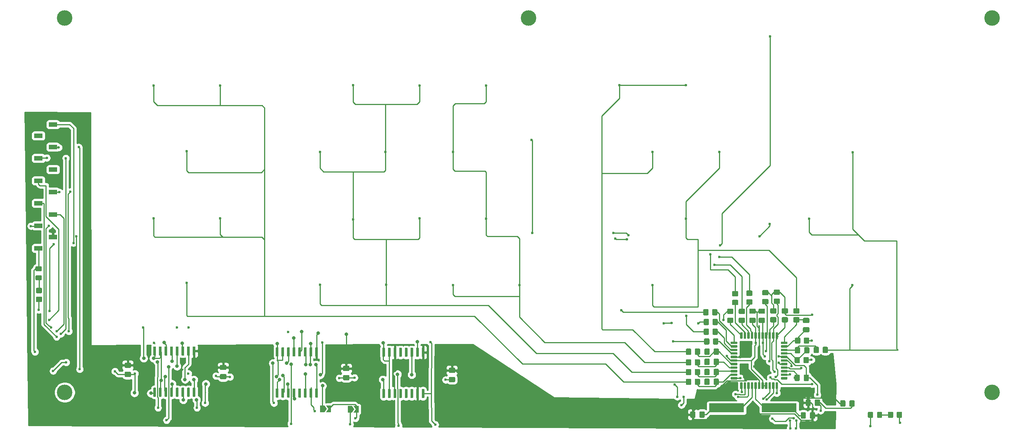
<source format=gbr>
G04 #@! TF.GenerationSoftware,KiCad,Pcbnew,5.1.5+dfsg1-2build2*
G04 #@! TF.CreationDate,2024-05-29T20:18:21+01:00*
G04 #@! TF.ProjectId,qt_touch1,71745f74-6f75-4636-9831-2e6b69636164,rev?*
G04 #@! TF.SameCoordinates,Original*
G04 #@! TF.FileFunction,Copper,L2,Bot*
G04 #@! TF.FilePolarity,Positive*
%FSLAX46Y46*%
G04 Gerber Fmt 4.6, Leading zero omitted, Abs format (unit mm)*
G04 Created by KiCad (PCBNEW 5.1.5+dfsg1-2build2) date 2024-05-29 20:18:21*
%MOMM*%
%LPD*%
G04 APERTURE LIST*
%ADD10C,0.100000*%
%ADD11R,1.900000X1.000000*%
%ADD12R,7.875000X2.000000*%
%ADD13C,3.500000*%
%ADD14C,0.600000*%
%ADD15C,0.800000*%
%ADD16C,0.250000*%
%ADD17C,0.254000*%
G04 APERTURE END LIST*
G04 #@! TA.AperFunction,SMDPad,CuDef*
D10*
G36*
X110919703Y-134425722D02*
G01*
X110934264Y-134427882D01*
X110948543Y-134431459D01*
X110962403Y-134436418D01*
X110975710Y-134442712D01*
X110988336Y-134450280D01*
X111000159Y-134459048D01*
X111011066Y-134468934D01*
X111020952Y-134479841D01*
X111029720Y-134491664D01*
X111037288Y-134504290D01*
X111043582Y-134517597D01*
X111048541Y-134531457D01*
X111052118Y-134545736D01*
X111054278Y-134560297D01*
X111055000Y-134575000D01*
X111055000Y-136325000D01*
X111054278Y-136339703D01*
X111052118Y-136354264D01*
X111048541Y-136368543D01*
X111043582Y-136382403D01*
X111037288Y-136395710D01*
X111029720Y-136408336D01*
X111020952Y-136420159D01*
X111011066Y-136431066D01*
X111000159Y-136440952D01*
X110988336Y-136449720D01*
X110975710Y-136457288D01*
X110962403Y-136463582D01*
X110948543Y-136468541D01*
X110934264Y-136472118D01*
X110919703Y-136474278D01*
X110905000Y-136475000D01*
X110605000Y-136475000D01*
X110590297Y-136474278D01*
X110575736Y-136472118D01*
X110561457Y-136468541D01*
X110547597Y-136463582D01*
X110534290Y-136457288D01*
X110521664Y-136449720D01*
X110509841Y-136440952D01*
X110498934Y-136431066D01*
X110489048Y-136420159D01*
X110480280Y-136408336D01*
X110472712Y-136395710D01*
X110466418Y-136382403D01*
X110461459Y-136368543D01*
X110457882Y-136354264D01*
X110455722Y-136339703D01*
X110455000Y-136325000D01*
X110455000Y-134575000D01*
X110455722Y-134560297D01*
X110457882Y-134545736D01*
X110461459Y-134531457D01*
X110466418Y-134517597D01*
X110472712Y-134504290D01*
X110480280Y-134491664D01*
X110489048Y-134479841D01*
X110498934Y-134468934D01*
X110509841Y-134459048D01*
X110521664Y-134450280D01*
X110534290Y-134442712D01*
X110547597Y-134436418D01*
X110561457Y-134431459D01*
X110575736Y-134427882D01*
X110590297Y-134425722D01*
X110605000Y-134425000D01*
X110905000Y-134425000D01*
X110919703Y-134425722D01*
G37*
G04 #@! TD.AperFunction*
G04 #@! TA.AperFunction,SMDPad,CuDef*
G36*
X112189703Y-134425722D02*
G01*
X112204264Y-134427882D01*
X112218543Y-134431459D01*
X112232403Y-134436418D01*
X112245710Y-134442712D01*
X112258336Y-134450280D01*
X112270159Y-134459048D01*
X112281066Y-134468934D01*
X112290952Y-134479841D01*
X112299720Y-134491664D01*
X112307288Y-134504290D01*
X112313582Y-134517597D01*
X112318541Y-134531457D01*
X112322118Y-134545736D01*
X112324278Y-134560297D01*
X112325000Y-134575000D01*
X112325000Y-136325000D01*
X112324278Y-136339703D01*
X112322118Y-136354264D01*
X112318541Y-136368543D01*
X112313582Y-136382403D01*
X112307288Y-136395710D01*
X112299720Y-136408336D01*
X112290952Y-136420159D01*
X112281066Y-136431066D01*
X112270159Y-136440952D01*
X112258336Y-136449720D01*
X112245710Y-136457288D01*
X112232403Y-136463582D01*
X112218543Y-136468541D01*
X112204264Y-136472118D01*
X112189703Y-136474278D01*
X112175000Y-136475000D01*
X111875000Y-136475000D01*
X111860297Y-136474278D01*
X111845736Y-136472118D01*
X111831457Y-136468541D01*
X111817597Y-136463582D01*
X111804290Y-136457288D01*
X111791664Y-136449720D01*
X111779841Y-136440952D01*
X111768934Y-136431066D01*
X111759048Y-136420159D01*
X111750280Y-136408336D01*
X111742712Y-136395710D01*
X111736418Y-136382403D01*
X111731459Y-136368543D01*
X111727882Y-136354264D01*
X111725722Y-136339703D01*
X111725000Y-136325000D01*
X111725000Y-134575000D01*
X111725722Y-134560297D01*
X111727882Y-134545736D01*
X111731459Y-134531457D01*
X111736418Y-134517597D01*
X111742712Y-134504290D01*
X111750280Y-134491664D01*
X111759048Y-134479841D01*
X111768934Y-134468934D01*
X111779841Y-134459048D01*
X111791664Y-134450280D01*
X111804290Y-134442712D01*
X111817597Y-134436418D01*
X111831457Y-134431459D01*
X111845736Y-134427882D01*
X111860297Y-134425722D01*
X111875000Y-134425000D01*
X112175000Y-134425000D01*
X112189703Y-134425722D01*
G37*
G04 #@! TD.AperFunction*
G04 #@! TA.AperFunction,SMDPad,CuDef*
G36*
X113459703Y-134425722D02*
G01*
X113474264Y-134427882D01*
X113488543Y-134431459D01*
X113502403Y-134436418D01*
X113515710Y-134442712D01*
X113528336Y-134450280D01*
X113540159Y-134459048D01*
X113551066Y-134468934D01*
X113560952Y-134479841D01*
X113569720Y-134491664D01*
X113577288Y-134504290D01*
X113583582Y-134517597D01*
X113588541Y-134531457D01*
X113592118Y-134545736D01*
X113594278Y-134560297D01*
X113595000Y-134575000D01*
X113595000Y-136325000D01*
X113594278Y-136339703D01*
X113592118Y-136354264D01*
X113588541Y-136368543D01*
X113583582Y-136382403D01*
X113577288Y-136395710D01*
X113569720Y-136408336D01*
X113560952Y-136420159D01*
X113551066Y-136431066D01*
X113540159Y-136440952D01*
X113528336Y-136449720D01*
X113515710Y-136457288D01*
X113502403Y-136463582D01*
X113488543Y-136468541D01*
X113474264Y-136472118D01*
X113459703Y-136474278D01*
X113445000Y-136475000D01*
X113145000Y-136475000D01*
X113130297Y-136474278D01*
X113115736Y-136472118D01*
X113101457Y-136468541D01*
X113087597Y-136463582D01*
X113074290Y-136457288D01*
X113061664Y-136449720D01*
X113049841Y-136440952D01*
X113038934Y-136431066D01*
X113029048Y-136420159D01*
X113020280Y-136408336D01*
X113012712Y-136395710D01*
X113006418Y-136382403D01*
X113001459Y-136368543D01*
X112997882Y-136354264D01*
X112995722Y-136339703D01*
X112995000Y-136325000D01*
X112995000Y-134575000D01*
X112995722Y-134560297D01*
X112997882Y-134545736D01*
X113001459Y-134531457D01*
X113006418Y-134517597D01*
X113012712Y-134504290D01*
X113020280Y-134491664D01*
X113029048Y-134479841D01*
X113038934Y-134468934D01*
X113049841Y-134459048D01*
X113061664Y-134450280D01*
X113074290Y-134442712D01*
X113087597Y-134436418D01*
X113101457Y-134431459D01*
X113115736Y-134427882D01*
X113130297Y-134425722D01*
X113145000Y-134425000D01*
X113445000Y-134425000D01*
X113459703Y-134425722D01*
G37*
G04 #@! TD.AperFunction*
G04 #@! TA.AperFunction,SMDPad,CuDef*
G36*
X114729703Y-134425722D02*
G01*
X114744264Y-134427882D01*
X114758543Y-134431459D01*
X114772403Y-134436418D01*
X114785710Y-134442712D01*
X114798336Y-134450280D01*
X114810159Y-134459048D01*
X114821066Y-134468934D01*
X114830952Y-134479841D01*
X114839720Y-134491664D01*
X114847288Y-134504290D01*
X114853582Y-134517597D01*
X114858541Y-134531457D01*
X114862118Y-134545736D01*
X114864278Y-134560297D01*
X114865000Y-134575000D01*
X114865000Y-136325000D01*
X114864278Y-136339703D01*
X114862118Y-136354264D01*
X114858541Y-136368543D01*
X114853582Y-136382403D01*
X114847288Y-136395710D01*
X114839720Y-136408336D01*
X114830952Y-136420159D01*
X114821066Y-136431066D01*
X114810159Y-136440952D01*
X114798336Y-136449720D01*
X114785710Y-136457288D01*
X114772403Y-136463582D01*
X114758543Y-136468541D01*
X114744264Y-136472118D01*
X114729703Y-136474278D01*
X114715000Y-136475000D01*
X114415000Y-136475000D01*
X114400297Y-136474278D01*
X114385736Y-136472118D01*
X114371457Y-136468541D01*
X114357597Y-136463582D01*
X114344290Y-136457288D01*
X114331664Y-136449720D01*
X114319841Y-136440952D01*
X114308934Y-136431066D01*
X114299048Y-136420159D01*
X114290280Y-136408336D01*
X114282712Y-136395710D01*
X114276418Y-136382403D01*
X114271459Y-136368543D01*
X114267882Y-136354264D01*
X114265722Y-136339703D01*
X114265000Y-136325000D01*
X114265000Y-134575000D01*
X114265722Y-134560297D01*
X114267882Y-134545736D01*
X114271459Y-134531457D01*
X114276418Y-134517597D01*
X114282712Y-134504290D01*
X114290280Y-134491664D01*
X114299048Y-134479841D01*
X114308934Y-134468934D01*
X114319841Y-134459048D01*
X114331664Y-134450280D01*
X114344290Y-134442712D01*
X114357597Y-134436418D01*
X114371457Y-134431459D01*
X114385736Y-134427882D01*
X114400297Y-134425722D01*
X114415000Y-134425000D01*
X114715000Y-134425000D01*
X114729703Y-134425722D01*
G37*
G04 #@! TD.AperFunction*
G04 #@! TA.AperFunction,SMDPad,CuDef*
G36*
X115999703Y-134425722D02*
G01*
X116014264Y-134427882D01*
X116028543Y-134431459D01*
X116042403Y-134436418D01*
X116055710Y-134442712D01*
X116068336Y-134450280D01*
X116080159Y-134459048D01*
X116091066Y-134468934D01*
X116100952Y-134479841D01*
X116109720Y-134491664D01*
X116117288Y-134504290D01*
X116123582Y-134517597D01*
X116128541Y-134531457D01*
X116132118Y-134545736D01*
X116134278Y-134560297D01*
X116135000Y-134575000D01*
X116135000Y-136325000D01*
X116134278Y-136339703D01*
X116132118Y-136354264D01*
X116128541Y-136368543D01*
X116123582Y-136382403D01*
X116117288Y-136395710D01*
X116109720Y-136408336D01*
X116100952Y-136420159D01*
X116091066Y-136431066D01*
X116080159Y-136440952D01*
X116068336Y-136449720D01*
X116055710Y-136457288D01*
X116042403Y-136463582D01*
X116028543Y-136468541D01*
X116014264Y-136472118D01*
X115999703Y-136474278D01*
X115985000Y-136475000D01*
X115685000Y-136475000D01*
X115670297Y-136474278D01*
X115655736Y-136472118D01*
X115641457Y-136468541D01*
X115627597Y-136463582D01*
X115614290Y-136457288D01*
X115601664Y-136449720D01*
X115589841Y-136440952D01*
X115578934Y-136431066D01*
X115569048Y-136420159D01*
X115560280Y-136408336D01*
X115552712Y-136395710D01*
X115546418Y-136382403D01*
X115541459Y-136368543D01*
X115537882Y-136354264D01*
X115535722Y-136339703D01*
X115535000Y-136325000D01*
X115535000Y-134575000D01*
X115535722Y-134560297D01*
X115537882Y-134545736D01*
X115541459Y-134531457D01*
X115546418Y-134517597D01*
X115552712Y-134504290D01*
X115560280Y-134491664D01*
X115569048Y-134479841D01*
X115578934Y-134468934D01*
X115589841Y-134459048D01*
X115601664Y-134450280D01*
X115614290Y-134442712D01*
X115627597Y-134436418D01*
X115641457Y-134431459D01*
X115655736Y-134427882D01*
X115670297Y-134425722D01*
X115685000Y-134425000D01*
X115985000Y-134425000D01*
X115999703Y-134425722D01*
G37*
G04 #@! TD.AperFunction*
G04 #@! TA.AperFunction,SMDPad,CuDef*
G36*
X117269703Y-134425722D02*
G01*
X117284264Y-134427882D01*
X117298543Y-134431459D01*
X117312403Y-134436418D01*
X117325710Y-134442712D01*
X117338336Y-134450280D01*
X117350159Y-134459048D01*
X117361066Y-134468934D01*
X117370952Y-134479841D01*
X117379720Y-134491664D01*
X117387288Y-134504290D01*
X117393582Y-134517597D01*
X117398541Y-134531457D01*
X117402118Y-134545736D01*
X117404278Y-134560297D01*
X117405000Y-134575000D01*
X117405000Y-136325000D01*
X117404278Y-136339703D01*
X117402118Y-136354264D01*
X117398541Y-136368543D01*
X117393582Y-136382403D01*
X117387288Y-136395710D01*
X117379720Y-136408336D01*
X117370952Y-136420159D01*
X117361066Y-136431066D01*
X117350159Y-136440952D01*
X117338336Y-136449720D01*
X117325710Y-136457288D01*
X117312403Y-136463582D01*
X117298543Y-136468541D01*
X117284264Y-136472118D01*
X117269703Y-136474278D01*
X117255000Y-136475000D01*
X116955000Y-136475000D01*
X116940297Y-136474278D01*
X116925736Y-136472118D01*
X116911457Y-136468541D01*
X116897597Y-136463582D01*
X116884290Y-136457288D01*
X116871664Y-136449720D01*
X116859841Y-136440952D01*
X116848934Y-136431066D01*
X116839048Y-136420159D01*
X116830280Y-136408336D01*
X116822712Y-136395710D01*
X116816418Y-136382403D01*
X116811459Y-136368543D01*
X116807882Y-136354264D01*
X116805722Y-136339703D01*
X116805000Y-136325000D01*
X116805000Y-134575000D01*
X116805722Y-134560297D01*
X116807882Y-134545736D01*
X116811459Y-134531457D01*
X116816418Y-134517597D01*
X116822712Y-134504290D01*
X116830280Y-134491664D01*
X116839048Y-134479841D01*
X116848934Y-134468934D01*
X116859841Y-134459048D01*
X116871664Y-134450280D01*
X116884290Y-134442712D01*
X116897597Y-134436418D01*
X116911457Y-134431459D01*
X116925736Y-134427882D01*
X116940297Y-134425722D01*
X116955000Y-134425000D01*
X117255000Y-134425000D01*
X117269703Y-134425722D01*
G37*
G04 #@! TD.AperFunction*
G04 #@! TA.AperFunction,SMDPad,CuDef*
G36*
X118539703Y-134425722D02*
G01*
X118554264Y-134427882D01*
X118568543Y-134431459D01*
X118582403Y-134436418D01*
X118595710Y-134442712D01*
X118608336Y-134450280D01*
X118620159Y-134459048D01*
X118631066Y-134468934D01*
X118640952Y-134479841D01*
X118649720Y-134491664D01*
X118657288Y-134504290D01*
X118663582Y-134517597D01*
X118668541Y-134531457D01*
X118672118Y-134545736D01*
X118674278Y-134560297D01*
X118675000Y-134575000D01*
X118675000Y-136325000D01*
X118674278Y-136339703D01*
X118672118Y-136354264D01*
X118668541Y-136368543D01*
X118663582Y-136382403D01*
X118657288Y-136395710D01*
X118649720Y-136408336D01*
X118640952Y-136420159D01*
X118631066Y-136431066D01*
X118620159Y-136440952D01*
X118608336Y-136449720D01*
X118595710Y-136457288D01*
X118582403Y-136463582D01*
X118568543Y-136468541D01*
X118554264Y-136472118D01*
X118539703Y-136474278D01*
X118525000Y-136475000D01*
X118225000Y-136475000D01*
X118210297Y-136474278D01*
X118195736Y-136472118D01*
X118181457Y-136468541D01*
X118167597Y-136463582D01*
X118154290Y-136457288D01*
X118141664Y-136449720D01*
X118129841Y-136440952D01*
X118118934Y-136431066D01*
X118109048Y-136420159D01*
X118100280Y-136408336D01*
X118092712Y-136395710D01*
X118086418Y-136382403D01*
X118081459Y-136368543D01*
X118077882Y-136354264D01*
X118075722Y-136339703D01*
X118075000Y-136325000D01*
X118075000Y-134575000D01*
X118075722Y-134560297D01*
X118077882Y-134545736D01*
X118081459Y-134531457D01*
X118086418Y-134517597D01*
X118092712Y-134504290D01*
X118100280Y-134491664D01*
X118109048Y-134479841D01*
X118118934Y-134468934D01*
X118129841Y-134459048D01*
X118141664Y-134450280D01*
X118154290Y-134442712D01*
X118167597Y-134436418D01*
X118181457Y-134431459D01*
X118195736Y-134427882D01*
X118210297Y-134425722D01*
X118225000Y-134425000D01*
X118525000Y-134425000D01*
X118539703Y-134425722D01*
G37*
G04 #@! TD.AperFunction*
G04 #@! TA.AperFunction,SMDPad,CuDef*
G36*
X119809703Y-134425722D02*
G01*
X119824264Y-134427882D01*
X119838543Y-134431459D01*
X119852403Y-134436418D01*
X119865710Y-134442712D01*
X119878336Y-134450280D01*
X119890159Y-134459048D01*
X119901066Y-134468934D01*
X119910952Y-134479841D01*
X119919720Y-134491664D01*
X119927288Y-134504290D01*
X119933582Y-134517597D01*
X119938541Y-134531457D01*
X119942118Y-134545736D01*
X119944278Y-134560297D01*
X119945000Y-134575000D01*
X119945000Y-136325000D01*
X119944278Y-136339703D01*
X119942118Y-136354264D01*
X119938541Y-136368543D01*
X119933582Y-136382403D01*
X119927288Y-136395710D01*
X119919720Y-136408336D01*
X119910952Y-136420159D01*
X119901066Y-136431066D01*
X119890159Y-136440952D01*
X119878336Y-136449720D01*
X119865710Y-136457288D01*
X119852403Y-136463582D01*
X119838543Y-136468541D01*
X119824264Y-136472118D01*
X119809703Y-136474278D01*
X119795000Y-136475000D01*
X119495000Y-136475000D01*
X119480297Y-136474278D01*
X119465736Y-136472118D01*
X119451457Y-136468541D01*
X119437597Y-136463582D01*
X119424290Y-136457288D01*
X119411664Y-136449720D01*
X119399841Y-136440952D01*
X119388934Y-136431066D01*
X119379048Y-136420159D01*
X119370280Y-136408336D01*
X119362712Y-136395710D01*
X119356418Y-136382403D01*
X119351459Y-136368543D01*
X119347882Y-136354264D01*
X119345722Y-136339703D01*
X119345000Y-136325000D01*
X119345000Y-134575000D01*
X119345722Y-134560297D01*
X119347882Y-134545736D01*
X119351459Y-134531457D01*
X119356418Y-134517597D01*
X119362712Y-134504290D01*
X119370280Y-134491664D01*
X119379048Y-134479841D01*
X119388934Y-134468934D01*
X119399841Y-134459048D01*
X119411664Y-134450280D01*
X119424290Y-134442712D01*
X119437597Y-134436418D01*
X119451457Y-134431459D01*
X119465736Y-134427882D01*
X119480297Y-134425722D01*
X119495000Y-134425000D01*
X119795000Y-134425000D01*
X119809703Y-134425722D01*
G37*
G04 #@! TD.AperFunction*
G04 #@! TA.AperFunction,SMDPad,CuDef*
G36*
X119809703Y-125125722D02*
G01*
X119824264Y-125127882D01*
X119838543Y-125131459D01*
X119852403Y-125136418D01*
X119865710Y-125142712D01*
X119878336Y-125150280D01*
X119890159Y-125159048D01*
X119901066Y-125168934D01*
X119910952Y-125179841D01*
X119919720Y-125191664D01*
X119927288Y-125204290D01*
X119933582Y-125217597D01*
X119938541Y-125231457D01*
X119942118Y-125245736D01*
X119944278Y-125260297D01*
X119945000Y-125275000D01*
X119945000Y-127025000D01*
X119944278Y-127039703D01*
X119942118Y-127054264D01*
X119938541Y-127068543D01*
X119933582Y-127082403D01*
X119927288Y-127095710D01*
X119919720Y-127108336D01*
X119910952Y-127120159D01*
X119901066Y-127131066D01*
X119890159Y-127140952D01*
X119878336Y-127149720D01*
X119865710Y-127157288D01*
X119852403Y-127163582D01*
X119838543Y-127168541D01*
X119824264Y-127172118D01*
X119809703Y-127174278D01*
X119795000Y-127175000D01*
X119495000Y-127175000D01*
X119480297Y-127174278D01*
X119465736Y-127172118D01*
X119451457Y-127168541D01*
X119437597Y-127163582D01*
X119424290Y-127157288D01*
X119411664Y-127149720D01*
X119399841Y-127140952D01*
X119388934Y-127131066D01*
X119379048Y-127120159D01*
X119370280Y-127108336D01*
X119362712Y-127095710D01*
X119356418Y-127082403D01*
X119351459Y-127068543D01*
X119347882Y-127054264D01*
X119345722Y-127039703D01*
X119345000Y-127025000D01*
X119345000Y-125275000D01*
X119345722Y-125260297D01*
X119347882Y-125245736D01*
X119351459Y-125231457D01*
X119356418Y-125217597D01*
X119362712Y-125204290D01*
X119370280Y-125191664D01*
X119379048Y-125179841D01*
X119388934Y-125168934D01*
X119399841Y-125159048D01*
X119411664Y-125150280D01*
X119424290Y-125142712D01*
X119437597Y-125136418D01*
X119451457Y-125131459D01*
X119465736Y-125127882D01*
X119480297Y-125125722D01*
X119495000Y-125125000D01*
X119795000Y-125125000D01*
X119809703Y-125125722D01*
G37*
G04 #@! TD.AperFunction*
G04 #@! TA.AperFunction,SMDPad,CuDef*
G36*
X118539703Y-125125722D02*
G01*
X118554264Y-125127882D01*
X118568543Y-125131459D01*
X118582403Y-125136418D01*
X118595710Y-125142712D01*
X118608336Y-125150280D01*
X118620159Y-125159048D01*
X118631066Y-125168934D01*
X118640952Y-125179841D01*
X118649720Y-125191664D01*
X118657288Y-125204290D01*
X118663582Y-125217597D01*
X118668541Y-125231457D01*
X118672118Y-125245736D01*
X118674278Y-125260297D01*
X118675000Y-125275000D01*
X118675000Y-127025000D01*
X118674278Y-127039703D01*
X118672118Y-127054264D01*
X118668541Y-127068543D01*
X118663582Y-127082403D01*
X118657288Y-127095710D01*
X118649720Y-127108336D01*
X118640952Y-127120159D01*
X118631066Y-127131066D01*
X118620159Y-127140952D01*
X118608336Y-127149720D01*
X118595710Y-127157288D01*
X118582403Y-127163582D01*
X118568543Y-127168541D01*
X118554264Y-127172118D01*
X118539703Y-127174278D01*
X118525000Y-127175000D01*
X118225000Y-127175000D01*
X118210297Y-127174278D01*
X118195736Y-127172118D01*
X118181457Y-127168541D01*
X118167597Y-127163582D01*
X118154290Y-127157288D01*
X118141664Y-127149720D01*
X118129841Y-127140952D01*
X118118934Y-127131066D01*
X118109048Y-127120159D01*
X118100280Y-127108336D01*
X118092712Y-127095710D01*
X118086418Y-127082403D01*
X118081459Y-127068543D01*
X118077882Y-127054264D01*
X118075722Y-127039703D01*
X118075000Y-127025000D01*
X118075000Y-125275000D01*
X118075722Y-125260297D01*
X118077882Y-125245736D01*
X118081459Y-125231457D01*
X118086418Y-125217597D01*
X118092712Y-125204290D01*
X118100280Y-125191664D01*
X118109048Y-125179841D01*
X118118934Y-125168934D01*
X118129841Y-125159048D01*
X118141664Y-125150280D01*
X118154290Y-125142712D01*
X118167597Y-125136418D01*
X118181457Y-125131459D01*
X118195736Y-125127882D01*
X118210297Y-125125722D01*
X118225000Y-125125000D01*
X118525000Y-125125000D01*
X118539703Y-125125722D01*
G37*
G04 #@! TD.AperFunction*
G04 #@! TA.AperFunction,SMDPad,CuDef*
G36*
X117269703Y-125125722D02*
G01*
X117284264Y-125127882D01*
X117298543Y-125131459D01*
X117312403Y-125136418D01*
X117325710Y-125142712D01*
X117338336Y-125150280D01*
X117350159Y-125159048D01*
X117361066Y-125168934D01*
X117370952Y-125179841D01*
X117379720Y-125191664D01*
X117387288Y-125204290D01*
X117393582Y-125217597D01*
X117398541Y-125231457D01*
X117402118Y-125245736D01*
X117404278Y-125260297D01*
X117405000Y-125275000D01*
X117405000Y-127025000D01*
X117404278Y-127039703D01*
X117402118Y-127054264D01*
X117398541Y-127068543D01*
X117393582Y-127082403D01*
X117387288Y-127095710D01*
X117379720Y-127108336D01*
X117370952Y-127120159D01*
X117361066Y-127131066D01*
X117350159Y-127140952D01*
X117338336Y-127149720D01*
X117325710Y-127157288D01*
X117312403Y-127163582D01*
X117298543Y-127168541D01*
X117284264Y-127172118D01*
X117269703Y-127174278D01*
X117255000Y-127175000D01*
X116955000Y-127175000D01*
X116940297Y-127174278D01*
X116925736Y-127172118D01*
X116911457Y-127168541D01*
X116897597Y-127163582D01*
X116884290Y-127157288D01*
X116871664Y-127149720D01*
X116859841Y-127140952D01*
X116848934Y-127131066D01*
X116839048Y-127120159D01*
X116830280Y-127108336D01*
X116822712Y-127095710D01*
X116816418Y-127082403D01*
X116811459Y-127068543D01*
X116807882Y-127054264D01*
X116805722Y-127039703D01*
X116805000Y-127025000D01*
X116805000Y-125275000D01*
X116805722Y-125260297D01*
X116807882Y-125245736D01*
X116811459Y-125231457D01*
X116816418Y-125217597D01*
X116822712Y-125204290D01*
X116830280Y-125191664D01*
X116839048Y-125179841D01*
X116848934Y-125168934D01*
X116859841Y-125159048D01*
X116871664Y-125150280D01*
X116884290Y-125142712D01*
X116897597Y-125136418D01*
X116911457Y-125131459D01*
X116925736Y-125127882D01*
X116940297Y-125125722D01*
X116955000Y-125125000D01*
X117255000Y-125125000D01*
X117269703Y-125125722D01*
G37*
G04 #@! TD.AperFunction*
G04 #@! TA.AperFunction,SMDPad,CuDef*
G36*
X115999703Y-125125722D02*
G01*
X116014264Y-125127882D01*
X116028543Y-125131459D01*
X116042403Y-125136418D01*
X116055710Y-125142712D01*
X116068336Y-125150280D01*
X116080159Y-125159048D01*
X116091066Y-125168934D01*
X116100952Y-125179841D01*
X116109720Y-125191664D01*
X116117288Y-125204290D01*
X116123582Y-125217597D01*
X116128541Y-125231457D01*
X116132118Y-125245736D01*
X116134278Y-125260297D01*
X116135000Y-125275000D01*
X116135000Y-127025000D01*
X116134278Y-127039703D01*
X116132118Y-127054264D01*
X116128541Y-127068543D01*
X116123582Y-127082403D01*
X116117288Y-127095710D01*
X116109720Y-127108336D01*
X116100952Y-127120159D01*
X116091066Y-127131066D01*
X116080159Y-127140952D01*
X116068336Y-127149720D01*
X116055710Y-127157288D01*
X116042403Y-127163582D01*
X116028543Y-127168541D01*
X116014264Y-127172118D01*
X115999703Y-127174278D01*
X115985000Y-127175000D01*
X115685000Y-127175000D01*
X115670297Y-127174278D01*
X115655736Y-127172118D01*
X115641457Y-127168541D01*
X115627597Y-127163582D01*
X115614290Y-127157288D01*
X115601664Y-127149720D01*
X115589841Y-127140952D01*
X115578934Y-127131066D01*
X115569048Y-127120159D01*
X115560280Y-127108336D01*
X115552712Y-127095710D01*
X115546418Y-127082403D01*
X115541459Y-127068543D01*
X115537882Y-127054264D01*
X115535722Y-127039703D01*
X115535000Y-127025000D01*
X115535000Y-125275000D01*
X115535722Y-125260297D01*
X115537882Y-125245736D01*
X115541459Y-125231457D01*
X115546418Y-125217597D01*
X115552712Y-125204290D01*
X115560280Y-125191664D01*
X115569048Y-125179841D01*
X115578934Y-125168934D01*
X115589841Y-125159048D01*
X115601664Y-125150280D01*
X115614290Y-125142712D01*
X115627597Y-125136418D01*
X115641457Y-125131459D01*
X115655736Y-125127882D01*
X115670297Y-125125722D01*
X115685000Y-125125000D01*
X115985000Y-125125000D01*
X115999703Y-125125722D01*
G37*
G04 #@! TD.AperFunction*
G04 #@! TA.AperFunction,SMDPad,CuDef*
G36*
X114729703Y-125125722D02*
G01*
X114744264Y-125127882D01*
X114758543Y-125131459D01*
X114772403Y-125136418D01*
X114785710Y-125142712D01*
X114798336Y-125150280D01*
X114810159Y-125159048D01*
X114821066Y-125168934D01*
X114830952Y-125179841D01*
X114839720Y-125191664D01*
X114847288Y-125204290D01*
X114853582Y-125217597D01*
X114858541Y-125231457D01*
X114862118Y-125245736D01*
X114864278Y-125260297D01*
X114865000Y-125275000D01*
X114865000Y-127025000D01*
X114864278Y-127039703D01*
X114862118Y-127054264D01*
X114858541Y-127068543D01*
X114853582Y-127082403D01*
X114847288Y-127095710D01*
X114839720Y-127108336D01*
X114830952Y-127120159D01*
X114821066Y-127131066D01*
X114810159Y-127140952D01*
X114798336Y-127149720D01*
X114785710Y-127157288D01*
X114772403Y-127163582D01*
X114758543Y-127168541D01*
X114744264Y-127172118D01*
X114729703Y-127174278D01*
X114715000Y-127175000D01*
X114415000Y-127175000D01*
X114400297Y-127174278D01*
X114385736Y-127172118D01*
X114371457Y-127168541D01*
X114357597Y-127163582D01*
X114344290Y-127157288D01*
X114331664Y-127149720D01*
X114319841Y-127140952D01*
X114308934Y-127131066D01*
X114299048Y-127120159D01*
X114290280Y-127108336D01*
X114282712Y-127095710D01*
X114276418Y-127082403D01*
X114271459Y-127068543D01*
X114267882Y-127054264D01*
X114265722Y-127039703D01*
X114265000Y-127025000D01*
X114265000Y-125275000D01*
X114265722Y-125260297D01*
X114267882Y-125245736D01*
X114271459Y-125231457D01*
X114276418Y-125217597D01*
X114282712Y-125204290D01*
X114290280Y-125191664D01*
X114299048Y-125179841D01*
X114308934Y-125168934D01*
X114319841Y-125159048D01*
X114331664Y-125150280D01*
X114344290Y-125142712D01*
X114357597Y-125136418D01*
X114371457Y-125131459D01*
X114385736Y-125127882D01*
X114400297Y-125125722D01*
X114415000Y-125125000D01*
X114715000Y-125125000D01*
X114729703Y-125125722D01*
G37*
G04 #@! TD.AperFunction*
G04 #@! TA.AperFunction,SMDPad,CuDef*
G36*
X113459703Y-125125722D02*
G01*
X113474264Y-125127882D01*
X113488543Y-125131459D01*
X113502403Y-125136418D01*
X113515710Y-125142712D01*
X113528336Y-125150280D01*
X113540159Y-125159048D01*
X113551066Y-125168934D01*
X113560952Y-125179841D01*
X113569720Y-125191664D01*
X113577288Y-125204290D01*
X113583582Y-125217597D01*
X113588541Y-125231457D01*
X113592118Y-125245736D01*
X113594278Y-125260297D01*
X113595000Y-125275000D01*
X113595000Y-127025000D01*
X113594278Y-127039703D01*
X113592118Y-127054264D01*
X113588541Y-127068543D01*
X113583582Y-127082403D01*
X113577288Y-127095710D01*
X113569720Y-127108336D01*
X113560952Y-127120159D01*
X113551066Y-127131066D01*
X113540159Y-127140952D01*
X113528336Y-127149720D01*
X113515710Y-127157288D01*
X113502403Y-127163582D01*
X113488543Y-127168541D01*
X113474264Y-127172118D01*
X113459703Y-127174278D01*
X113445000Y-127175000D01*
X113145000Y-127175000D01*
X113130297Y-127174278D01*
X113115736Y-127172118D01*
X113101457Y-127168541D01*
X113087597Y-127163582D01*
X113074290Y-127157288D01*
X113061664Y-127149720D01*
X113049841Y-127140952D01*
X113038934Y-127131066D01*
X113029048Y-127120159D01*
X113020280Y-127108336D01*
X113012712Y-127095710D01*
X113006418Y-127082403D01*
X113001459Y-127068543D01*
X112997882Y-127054264D01*
X112995722Y-127039703D01*
X112995000Y-127025000D01*
X112995000Y-125275000D01*
X112995722Y-125260297D01*
X112997882Y-125245736D01*
X113001459Y-125231457D01*
X113006418Y-125217597D01*
X113012712Y-125204290D01*
X113020280Y-125191664D01*
X113029048Y-125179841D01*
X113038934Y-125168934D01*
X113049841Y-125159048D01*
X113061664Y-125150280D01*
X113074290Y-125142712D01*
X113087597Y-125136418D01*
X113101457Y-125131459D01*
X113115736Y-125127882D01*
X113130297Y-125125722D01*
X113145000Y-125125000D01*
X113445000Y-125125000D01*
X113459703Y-125125722D01*
G37*
G04 #@! TD.AperFunction*
G04 #@! TA.AperFunction,SMDPad,CuDef*
G36*
X112189703Y-125125722D02*
G01*
X112204264Y-125127882D01*
X112218543Y-125131459D01*
X112232403Y-125136418D01*
X112245710Y-125142712D01*
X112258336Y-125150280D01*
X112270159Y-125159048D01*
X112281066Y-125168934D01*
X112290952Y-125179841D01*
X112299720Y-125191664D01*
X112307288Y-125204290D01*
X112313582Y-125217597D01*
X112318541Y-125231457D01*
X112322118Y-125245736D01*
X112324278Y-125260297D01*
X112325000Y-125275000D01*
X112325000Y-127025000D01*
X112324278Y-127039703D01*
X112322118Y-127054264D01*
X112318541Y-127068543D01*
X112313582Y-127082403D01*
X112307288Y-127095710D01*
X112299720Y-127108336D01*
X112290952Y-127120159D01*
X112281066Y-127131066D01*
X112270159Y-127140952D01*
X112258336Y-127149720D01*
X112245710Y-127157288D01*
X112232403Y-127163582D01*
X112218543Y-127168541D01*
X112204264Y-127172118D01*
X112189703Y-127174278D01*
X112175000Y-127175000D01*
X111875000Y-127175000D01*
X111860297Y-127174278D01*
X111845736Y-127172118D01*
X111831457Y-127168541D01*
X111817597Y-127163582D01*
X111804290Y-127157288D01*
X111791664Y-127149720D01*
X111779841Y-127140952D01*
X111768934Y-127131066D01*
X111759048Y-127120159D01*
X111750280Y-127108336D01*
X111742712Y-127095710D01*
X111736418Y-127082403D01*
X111731459Y-127068543D01*
X111727882Y-127054264D01*
X111725722Y-127039703D01*
X111725000Y-127025000D01*
X111725000Y-125275000D01*
X111725722Y-125260297D01*
X111727882Y-125245736D01*
X111731459Y-125231457D01*
X111736418Y-125217597D01*
X111742712Y-125204290D01*
X111750280Y-125191664D01*
X111759048Y-125179841D01*
X111768934Y-125168934D01*
X111779841Y-125159048D01*
X111791664Y-125150280D01*
X111804290Y-125142712D01*
X111817597Y-125136418D01*
X111831457Y-125131459D01*
X111845736Y-125127882D01*
X111860297Y-125125722D01*
X111875000Y-125125000D01*
X112175000Y-125125000D01*
X112189703Y-125125722D01*
G37*
G04 #@! TD.AperFunction*
G04 #@! TA.AperFunction,SMDPad,CuDef*
G36*
X110919703Y-125125722D02*
G01*
X110934264Y-125127882D01*
X110948543Y-125131459D01*
X110962403Y-125136418D01*
X110975710Y-125142712D01*
X110988336Y-125150280D01*
X111000159Y-125159048D01*
X111011066Y-125168934D01*
X111020952Y-125179841D01*
X111029720Y-125191664D01*
X111037288Y-125204290D01*
X111043582Y-125217597D01*
X111048541Y-125231457D01*
X111052118Y-125245736D01*
X111054278Y-125260297D01*
X111055000Y-125275000D01*
X111055000Y-127025000D01*
X111054278Y-127039703D01*
X111052118Y-127054264D01*
X111048541Y-127068543D01*
X111043582Y-127082403D01*
X111037288Y-127095710D01*
X111029720Y-127108336D01*
X111020952Y-127120159D01*
X111011066Y-127131066D01*
X111000159Y-127140952D01*
X110988336Y-127149720D01*
X110975710Y-127157288D01*
X110962403Y-127163582D01*
X110948543Y-127168541D01*
X110934264Y-127172118D01*
X110919703Y-127174278D01*
X110905000Y-127175000D01*
X110605000Y-127175000D01*
X110590297Y-127174278D01*
X110575736Y-127172118D01*
X110561457Y-127168541D01*
X110547597Y-127163582D01*
X110534290Y-127157288D01*
X110521664Y-127149720D01*
X110509841Y-127140952D01*
X110498934Y-127131066D01*
X110489048Y-127120159D01*
X110480280Y-127108336D01*
X110472712Y-127095710D01*
X110466418Y-127082403D01*
X110461459Y-127068543D01*
X110457882Y-127054264D01*
X110455722Y-127039703D01*
X110455000Y-127025000D01*
X110455000Y-125275000D01*
X110455722Y-125260297D01*
X110457882Y-125245736D01*
X110461459Y-125231457D01*
X110466418Y-125217597D01*
X110472712Y-125204290D01*
X110480280Y-125191664D01*
X110489048Y-125179841D01*
X110498934Y-125168934D01*
X110509841Y-125159048D01*
X110521664Y-125150280D01*
X110534290Y-125142712D01*
X110547597Y-125136418D01*
X110561457Y-125131459D01*
X110575736Y-125127882D01*
X110590297Y-125125722D01*
X110605000Y-125125000D01*
X110905000Y-125125000D01*
X110919703Y-125125722D01*
G37*
G04 #@! TD.AperFunction*
G04 #@! TA.AperFunction,SMDPad,CuDef*
G36*
X86919703Y-134325722D02*
G01*
X86934264Y-134327882D01*
X86948543Y-134331459D01*
X86962403Y-134336418D01*
X86975710Y-134342712D01*
X86988336Y-134350280D01*
X87000159Y-134359048D01*
X87011066Y-134368934D01*
X87020952Y-134379841D01*
X87029720Y-134391664D01*
X87037288Y-134404290D01*
X87043582Y-134417597D01*
X87048541Y-134431457D01*
X87052118Y-134445736D01*
X87054278Y-134460297D01*
X87055000Y-134475000D01*
X87055000Y-136225000D01*
X87054278Y-136239703D01*
X87052118Y-136254264D01*
X87048541Y-136268543D01*
X87043582Y-136282403D01*
X87037288Y-136295710D01*
X87029720Y-136308336D01*
X87020952Y-136320159D01*
X87011066Y-136331066D01*
X87000159Y-136340952D01*
X86988336Y-136349720D01*
X86975710Y-136357288D01*
X86962403Y-136363582D01*
X86948543Y-136368541D01*
X86934264Y-136372118D01*
X86919703Y-136374278D01*
X86905000Y-136375000D01*
X86605000Y-136375000D01*
X86590297Y-136374278D01*
X86575736Y-136372118D01*
X86561457Y-136368541D01*
X86547597Y-136363582D01*
X86534290Y-136357288D01*
X86521664Y-136349720D01*
X86509841Y-136340952D01*
X86498934Y-136331066D01*
X86489048Y-136320159D01*
X86480280Y-136308336D01*
X86472712Y-136295710D01*
X86466418Y-136282403D01*
X86461459Y-136268543D01*
X86457882Y-136254264D01*
X86455722Y-136239703D01*
X86455000Y-136225000D01*
X86455000Y-134475000D01*
X86455722Y-134460297D01*
X86457882Y-134445736D01*
X86461459Y-134431457D01*
X86466418Y-134417597D01*
X86472712Y-134404290D01*
X86480280Y-134391664D01*
X86489048Y-134379841D01*
X86498934Y-134368934D01*
X86509841Y-134359048D01*
X86521664Y-134350280D01*
X86534290Y-134342712D01*
X86547597Y-134336418D01*
X86561457Y-134331459D01*
X86575736Y-134327882D01*
X86590297Y-134325722D01*
X86605000Y-134325000D01*
X86905000Y-134325000D01*
X86919703Y-134325722D01*
G37*
G04 #@! TD.AperFunction*
G04 #@! TA.AperFunction,SMDPad,CuDef*
G36*
X88189703Y-134325722D02*
G01*
X88204264Y-134327882D01*
X88218543Y-134331459D01*
X88232403Y-134336418D01*
X88245710Y-134342712D01*
X88258336Y-134350280D01*
X88270159Y-134359048D01*
X88281066Y-134368934D01*
X88290952Y-134379841D01*
X88299720Y-134391664D01*
X88307288Y-134404290D01*
X88313582Y-134417597D01*
X88318541Y-134431457D01*
X88322118Y-134445736D01*
X88324278Y-134460297D01*
X88325000Y-134475000D01*
X88325000Y-136225000D01*
X88324278Y-136239703D01*
X88322118Y-136254264D01*
X88318541Y-136268543D01*
X88313582Y-136282403D01*
X88307288Y-136295710D01*
X88299720Y-136308336D01*
X88290952Y-136320159D01*
X88281066Y-136331066D01*
X88270159Y-136340952D01*
X88258336Y-136349720D01*
X88245710Y-136357288D01*
X88232403Y-136363582D01*
X88218543Y-136368541D01*
X88204264Y-136372118D01*
X88189703Y-136374278D01*
X88175000Y-136375000D01*
X87875000Y-136375000D01*
X87860297Y-136374278D01*
X87845736Y-136372118D01*
X87831457Y-136368541D01*
X87817597Y-136363582D01*
X87804290Y-136357288D01*
X87791664Y-136349720D01*
X87779841Y-136340952D01*
X87768934Y-136331066D01*
X87759048Y-136320159D01*
X87750280Y-136308336D01*
X87742712Y-136295710D01*
X87736418Y-136282403D01*
X87731459Y-136268543D01*
X87727882Y-136254264D01*
X87725722Y-136239703D01*
X87725000Y-136225000D01*
X87725000Y-134475000D01*
X87725722Y-134460297D01*
X87727882Y-134445736D01*
X87731459Y-134431457D01*
X87736418Y-134417597D01*
X87742712Y-134404290D01*
X87750280Y-134391664D01*
X87759048Y-134379841D01*
X87768934Y-134368934D01*
X87779841Y-134359048D01*
X87791664Y-134350280D01*
X87804290Y-134342712D01*
X87817597Y-134336418D01*
X87831457Y-134331459D01*
X87845736Y-134327882D01*
X87860297Y-134325722D01*
X87875000Y-134325000D01*
X88175000Y-134325000D01*
X88189703Y-134325722D01*
G37*
G04 #@! TD.AperFunction*
G04 #@! TA.AperFunction,SMDPad,CuDef*
G36*
X89459703Y-134325722D02*
G01*
X89474264Y-134327882D01*
X89488543Y-134331459D01*
X89502403Y-134336418D01*
X89515710Y-134342712D01*
X89528336Y-134350280D01*
X89540159Y-134359048D01*
X89551066Y-134368934D01*
X89560952Y-134379841D01*
X89569720Y-134391664D01*
X89577288Y-134404290D01*
X89583582Y-134417597D01*
X89588541Y-134431457D01*
X89592118Y-134445736D01*
X89594278Y-134460297D01*
X89595000Y-134475000D01*
X89595000Y-136225000D01*
X89594278Y-136239703D01*
X89592118Y-136254264D01*
X89588541Y-136268543D01*
X89583582Y-136282403D01*
X89577288Y-136295710D01*
X89569720Y-136308336D01*
X89560952Y-136320159D01*
X89551066Y-136331066D01*
X89540159Y-136340952D01*
X89528336Y-136349720D01*
X89515710Y-136357288D01*
X89502403Y-136363582D01*
X89488543Y-136368541D01*
X89474264Y-136372118D01*
X89459703Y-136374278D01*
X89445000Y-136375000D01*
X89145000Y-136375000D01*
X89130297Y-136374278D01*
X89115736Y-136372118D01*
X89101457Y-136368541D01*
X89087597Y-136363582D01*
X89074290Y-136357288D01*
X89061664Y-136349720D01*
X89049841Y-136340952D01*
X89038934Y-136331066D01*
X89029048Y-136320159D01*
X89020280Y-136308336D01*
X89012712Y-136295710D01*
X89006418Y-136282403D01*
X89001459Y-136268543D01*
X88997882Y-136254264D01*
X88995722Y-136239703D01*
X88995000Y-136225000D01*
X88995000Y-134475000D01*
X88995722Y-134460297D01*
X88997882Y-134445736D01*
X89001459Y-134431457D01*
X89006418Y-134417597D01*
X89012712Y-134404290D01*
X89020280Y-134391664D01*
X89029048Y-134379841D01*
X89038934Y-134368934D01*
X89049841Y-134359048D01*
X89061664Y-134350280D01*
X89074290Y-134342712D01*
X89087597Y-134336418D01*
X89101457Y-134331459D01*
X89115736Y-134327882D01*
X89130297Y-134325722D01*
X89145000Y-134325000D01*
X89445000Y-134325000D01*
X89459703Y-134325722D01*
G37*
G04 #@! TD.AperFunction*
G04 #@! TA.AperFunction,SMDPad,CuDef*
G36*
X90729703Y-134325722D02*
G01*
X90744264Y-134327882D01*
X90758543Y-134331459D01*
X90772403Y-134336418D01*
X90785710Y-134342712D01*
X90798336Y-134350280D01*
X90810159Y-134359048D01*
X90821066Y-134368934D01*
X90830952Y-134379841D01*
X90839720Y-134391664D01*
X90847288Y-134404290D01*
X90853582Y-134417597D01*
X90858541Y-134431457D01*
X90862118Y-134445736D01*
X90864278Y-134460297D01*
X90865000Y-134475000D01*
X90865000Y-136225000D01*
X90864278Y-136239703D01*
X90862118Y-136254264D01*
X90858541Y-136268543D01*
X90853582Y-136282403D01*
X90847288Y-136295710D01*
X90839720Y-136308336D01*
X90830952Y-136320159D01*
X90821066Y-136331066D01*
X90810159Y-136340952D01*
X90798336Y-136349720D01*
X90785710Y-136357288D01*
X90772403Y-136363582D01*
X90758543Y-136368541D01*
X90744264Y-136372118D01*
X90729703Y-136374278D01*
X90715000Y-136375000D01*
X90415000Y-136375000D01*
X90400297Y-136374278D01*
X90385736Y-136372118D01*
X90371457Y-136368541D01*
X90357597Y-136363582D01*
X90344290Y-136357288D01*
X90331664Y-136349720D01*
X90319841Y-136340952D01*
X90308934Y-136331066D01*
X90299048Y-136320159D01*
X90290280Y-136308336D01*
X90282712Y-136295710D01*
X90276418Y-136282403D01*
X90271459Y-136268543D01*
X90267882Y-136254264D01*
X90265722Y-136239703D01*
X90265000Y-136225000D01*
X90265000Y-134475000D01*
X90265722Y-134460297D01*
X90267882Y-134445736D01*
X90271459Y-134431457D01*
X90276418Y-134417597D01*
X90282712Y-134404290D01*
X90290280Y-134391664D01*
X90299048Y-134379841D01*
X90308934Y-134368934D01*
X90319841Y-134359048D01*
X90331664Y-134350280D01*
X90344290Y-134342712D01*
X90357597Y-134336418D01*
X90371457Y-134331459D01*
X90385736Y-134327882D01*
X90400297Y-134325722D01*
X90415000Y-134325000D01*
X90715000Y-134325000D01*
X90729703Y-134325722D01*
G37*
G04 #@! TD.AperFunction*
G04 #@! TA.AperFunction,SMDPad,CuDef*
G36*
X91999703Y-134325722D02*
G01*
X92014264Y-134327882D01*
X92028543Y-134331459D01*
X92042403Y-134336418D01*
X92055710Y-134342712D01*
X92068336Y-134350280D01*
X92080159Y-134359048D01*
X92091066Y-134368934D01*
X92100952Y-134379841D01*
X92109720Y-134391664D01*
X92117288Y-134404290D01*
X92123582Y-134417597D01*
X92128541Y-134431457D01*
X92132118Y-134445736D01*
X92134278Y-134460297D01*
X92135000Y-134475000D01*
X92135000Y-136225000D01*
X92134278Y-136239703D01*
X92132118Y-136254264D01*
X92128541Y-136268543D01*
X92123582Y-136282403D01*
X92117288Y-136295710D01*
X92109720Y-136308336D01*
X92100952Y-136320159D01*
X92091066Y-136331066D01*
X92080159Y-136340952D01*
X92068336Y-136349720D01*
X92055710Y-136357288D01*
X92042403Y-136363582D01*
X92028543Y-136368541D01*
X92014264Y-136372118D01*
X91999703Y-136374278D01*
X91985000Y-136375000D01*
X91685000Y-136375000D01*
X91670297Y-136374278D01*
X91655736Y-136372118D01*
X91641457Y-136368541D01*
X91627597Y-136363582D01*
X91614290Y-136357288D01*
X91601664Y-136349720D01*
X91589841Y-136340952D01*
X91578934Y-136331066D01*
X91569048Y-136320159D01*
X91560280Y-136308336D01*
X91552712Y-136295710D01*
X91546418Y-136282403D01*
X91541459Y-136268543D01*
X91537882Y-136254264D01*
X91535722Y-136239703D01*
X91535000Y-136225000D01*
X91535000Y-134475000D01*
X91535722Y-134460297D01*
X91537882Y-134445736D01*
X91541459Y-134431457D01*
X91546418Y-134417597D01*
X91552712Y-134404290D01*
X91560280Y-134391664D01*
X91569048Y-134379841D01*
X91578934Y-134368934D01*
X91589841Y-134359048D01*
X91601664Y-134350280D01*
X91614290Y-134342712D01*
X91627597Y-134336418D01*
X91641457Y-134331459D01*
X91655736Y-134327882D01*
X91670297Y-134325722D01*
X91685000Y-134325000D01*
X91985000Y-134325000D01*
X91999703Y-134325722D01*
G37*
G04 #@! TD.AperFunction*
G04 #@! TA.AperFunction,SMDPad,CuDef*
G36*
X93269703Y-134325722D02*
G01*
X93284264Y-134327882D01*
X93298543Y-134331459D01*
X93312403Y-134336418D01*
X93325710Y-134342712D01*
X93338336Y-134350280D01*
X93350159Y-134359048D01*
X93361066Y-134368934D01*
X93370952Y-134379841D01*
X93379720Y-134391664D01*
X93387288Y-134404290D01*
X93393582Y-134417597D01*
X93398541Y-134431457D01*
X93402118Y-134445736D01*
X93404278Y-134460297D01*
X93405000Y-134475000D01*
X93405000Y-136225000D01*
X93404278Y-136239703D01*
X93402118Y-136254264D01*
X93398541Y-136268543D01*
X93393582Y-136282403D01*
X93387288Y-136295710D01*
X93379720Y-136308336D01*
X93370952Y-136320159D01*
X93361066Y-136331066D01*
X93350159Y-136340952D01*
X93338336Y-136349720D01*
X93325710Y-136357288D01*
X93312403Y-136363582D01*
X93298543Y-136368541D01*
X93284264Y-136372118D01*
X93269703Y-136374278D01*
X93255000Y-136375000D01*
X92955000Y-136375000D01*
X92940297Y-136374278D01*
X92925736Y-136372118D01*
X92911457Y-136368541D01*
X92897597Y-136363582D01*
X92884290Y-136357288D01*
X92871664Y-136349720D01*
X92859841Y-136340952D01*
X92848934Y-136331066D01*
X92839048Y-136320159D01*
X92830280Y-136308336D01*
X92822712Y-136295710D01*
X92816418Y-136282403D01*
X92811459Y-136268543D01*
X92807882Y-136254264D01*
X92805722Y-136239703D01*
X92805000Y-136225000D01*
X92805000Y-134475000D01*
X92805722Y-134460297D01*
X92807882Y-134445736D01*
X92811459Y-134431457D01*
X92816418Y-134417597D01*
X92822712Y-134404290D01*
X92830280Y-134391664D01*
X92839048Y-134379841D01*
X92848934Y-134368934D01*
X92859841Y-134359048D01*
X92871664Y-134350280D01*
X92884290Y-134342712D01*
X92897597Y-134336418D01*
X92911457Y-134331459D01*
X92925736Y-134327882D01*
X92940297Y-134325722D01*
X92955000Y-134325000D01*
X93255000Y-134325000D01*
X93269703Y-134325722D01*
G37*
G04 #@! TD.AperFunction*
G04 #@! TA.AperFunction,SMDPad,CuDef*
G36*
X94539703Y-134325722D02*
G01*
X94554264Y-134327882D01*
X94568543Y-134331459D01*
X94582403Y-134336418D01*
X94595710Y-134342712D01*
X94608336Y-134350280D01*
X94620159Y-134359048D01*
X94631066Y-134368934D01*
X94640952Y-134379841D01*
X94649720Y-134391664D01*
X94657288Y-134404290D01*
X94663582Y-134417597D01*
X94668541Y-134431457D01*
X94672118Y-134445736D01*
X94674278Y-134460297D01*
X94675000Y-134475000D01*
X94675000Y-136225000D01*
X94674278Y-136239703D01*
X94672118Y-136254264D01*
X94668541Y-136268543D01*
X94663582Y-136282403D01*
X94657288Y-136295710D01*
X94649720Y-136308336D01*
X94640952Y-136320159D01*
X94631066Y-136331066D01*
X94620159Y-136340952D01*
X94608336Y-136349720D01*
X94595710Y-136357288D01*
X94582403Y-136363582D01*
X94568543Y-136368541D01*
X94554264Y-136372118D01*
X94539703Y-136374278D01*
X94525000Y-136375000D01*
X94225000Y-136375000D01*
X94210297Y-136374278D01*
X94195736Y-136372118D01*
X94181457Y-136368541D01*
X94167597Y-136363582D01*
X94154290Y-136357288D01*
X94141664Y-136349720D01*
X94129841Y-136340952D01*
X94118934Y-136331066D01*
X94109048Y-136320159D01*
X94100280Y-136308336D01*
X94092712Y-136295710D01*
X94086418Y-136282403D01*
X94081459Y-136268543D01*
X94077882Y-136254264D01*
X94075722Y-136239703D01*
X94075000Y-136225000D01*
X94075000Y-134475000D01*
X94075722Y-134460297D01*
X94077882Y-134445736D01*
X94081459Y-134431457D01*
X94086418Y-134417597D01*
X94092712Y-134404290D01*
X94100280Y-134391664D01*
X94109048Y-134379841D01*
X94118934Y-134368934D01*
X94129841Y-134359048D01*
X94141664Y-134350280D01*
X94154290Y-134342712D01*
X94167597Y-134336418D01*
X94181457Y-134331459D01*
X94195736Y-134327882D01*
X94210297Y-134325722D01*
X94225000Y-134325000D01*
X94525000Y-134325000D01*
X94539703Y-134325722D01*
G37*
G04 #@! TD.AperFunction*
G04 #@! TA.AperFunction,SMDPad,CuDef*
G36*
X95809703Y-134325722D02*
G01*
X95824264Y-134327882D01*
X95838543Y-134331459D01*
X95852403Y-134336418D01*
X95865710Y-134342712D01*
X95878336Y-134350280D01*
X95890159Y-134359048D01*
X95901066Y-134368934D01*
X95910952Y-134379841D01*
X95919720Y-134391664D01*
X95927288Y-134404290D01*
X95933582Y-134417597D01*
X95938541Y-134431457D01*
X95942118Y-134445736D01*
X95944278Y-134460297D01*
X95945000Y-134475000D01*
X95945000Y-136225000D01*
X95944278Y-136239703D01*
X95942118Y-136254264D01*
X95938541Y-136268543D01*
X95933582Y-136282403D01*
X95927288Y-136295710D01*
X95919720Y-136308336D01*
X95910952Y-136320159D01*
X95901066Y-136331066D01*
X95890159Y-136340952D01*
X95878336Y-136349720D01*
X95865710Y-136357288D01*
X95852403Y-136363582D01*
X95838543Y-136368541D01*
X95824264Y-136372118D01*
X95809703Y-136374278D01*
X95795000Y-136375000D01*
X95495000Y-136375000D01*
X95480297Y-136374278D01*
X95465736Y-136372118D01*
X95451457Y-136368541D01*
X95437597Y-136363582D01*
X95424290Y-136357288D01*
X95411664Y-136349720D01*
X95399841Y-136340952D01*
X95388934Y-136331066D01*
X95379048Y-136320159D01*
X95370280Y-136308336D01*
X95362712Y-136295710D01*
X95356418Y-136282403D01*
X95351459Y-136268543D01*
X95347882Y-136254264D01*
X95345722Y-136239703D01*
X95345000Y-136225000D01*
X95345000Y-134475000D01*
X95345722Y-134460297D01*
X95347882Y-134445736D01*
X95351459Y-134431457D01*
X95356418Y-134417597D01*
X95362712Y-134404290D01*
X95370280Y-134391664D01*
X95379048Y-134379841D01*
X95388934Y-134368934D01*
X95399841Y-134359048D01*
X95411664Y-134350280D01*
X95424290Y-134342712D01*
X95437597Y-134336418D01*
X95451457Y-134331459D01*
X95465736Y-134327882D01*
X95480297Y-134325722D01*
X95495000Y-134325000D01*
X95795000Y-134325000D01*
X95809703Y-134325722D01*
G37*
G04 #@! TD.AperFunction*
G04 #@! TA.AperFunction,SMDPad,CuDef*
G36*
X95809703Y-125025722D02*
G01*
X95824264Y-125027882D01*
X95838543Y-125031459D01*
X95852403Y-125036418D01*
X95865710Y-125042712D01*
X95878336Y-125050280D01*
X95890159Y-125059048D01*
X95901066Y-125068934D01*
X95910952Y-125079841D01*
X95919720Y-125091664D01*
X95927288Y-125104290D01*
X95933582Y-125117597D01*
X95938541Y-125131457D01*
X95942118Y-125145736D01*
X95944278Y-125160297D01*
X95945000Y-125175000D01*
X95945000Y-126925000D01*
X95944278Y-126939703D01*
X95942118Y-126954264D01*
X95938541Y-126968543D01*
X95933582Y-126982403D01*
X95927288Y-126995710D01*
X95919720Y-127008336D01*
X95910952Y-127020159D01*
X95901066Y-127031066D01*
X95890159Y-127040952D01*
X95878336Y-127049720D01*
X95865710Y-127057288D01*
X95852403Y-127063582D01*
X95838543Y-127068541D01*
X95824264Y-127072118D01*
X95809703Y-127074278D01*
X95795000Y-127075000D01*
X95495000Y-127075000D01*
X95480297Y-127074278D01*
X95465736Y-127072118D01*
X95451457Y-127068541D01*
X95437597Y-127063582D01*
X95424290Y-127057288D01*
X95411664Y-127049720D01*
X95399841Y-127040952D01*
X95388934Y-127031066D01*
X95379048Y-127020159D01*
X95370280Y-127008336D01*
X95362712Y-126995710D01*
X95356418Y-126982403D01*
X95351459Y-126968543D01*
X95347882Y-126954264D01*
X95345722Y-126939703D01*
X95345000Y-126925000D01*
X95345000Y-125175000D01*
X95345722Y-125160297D01*
X95347882Y-125145736D01*
X95351459Y-125131457D01*
X95356418Y-125117597D01*
X95362712Y-125104290D01*
X95370280Y-125091664D01*
X95379048Y-125079841D01*
X95388934Y-125068934D01*
X95399841Y-125059048D01*
X95411664Y-125050280D01*
X95424290Y-125042712D01*
X95437597Y-125036418D01*
X95451457Y-125031459D01*
X95465736Y-125027882D01*
X95480297Y-125025722D01*
X95495000Y-125025000D01*
X95795000Y-125025000D01*
X95809703Y-125025722D01*
G37*
G04 #@! TD.AperFunction*
G04 #@! TA.AperFunction,SMDPad,CuDef*
G36*
X94539703Y-125025722D02*
G01*
X94554264Y-125027882D01*
X94568543Y-125031459D01*
X94582403Y-125036418D01*
X94595710Y-125042712D01*
X94608336Y-125050280D01*
X94620159Y-125059048D01*
X94631066Y-125068934D01*
X94640952Y-125079841D01*
X94649720Y-125091664D01*
X94657288Y-125104290D01*
X94663582Y-125117597D01*
X94668541Y-125131457D01*
X94672118Y-125145736D01*
X94674278Y-125160297D01*
X94675000Y-125175000D01*
X94675000Y-126925000D01*
X94674278Y-126939703D01*
X94672118Y-126954264D01*
X94668541Y-126968543D01*
X94663582Y-126982403D01*
X94657288Y-126995710D01*
X94649720Y-127008336D01*
X94640952Y-127020159D01*
X94631066Y-127031066D01*
X94620159Y-127040952D01*
X94608336Y-127049720D01*
X94595710Y-127057288D01*
X94582403Y-127063582D01*
X94568543Y-127068541D01*
X94554264Y-127072118D01*
X94539703Y-127074278D01*
X94525000Y-127075000D01*
X94225000Y-127075000D01*
X94210297Y-127074278D01*
X94195736Y-127072118D01*
X94181457Y-127068541D01*
X94167597Y-127063582D01*
X94154290Y-127057288D01*
X94141664Y-127049720D01*
X94129841Y-127040952D01*
X94118934Y-127031066D01*
X94109048Y-127020159D01*
X94100280Y-127008336D01*
X94092712Y-126995710D01*
X94086418Y-126982403D01*
X94081459Y-126968543D01*
X94077882Y-126954264D01*
X94075722Y-126939703D01*
X94075000Y-126925000D01*
X94075000Y-125175000D01*
X94075722Y-125160297D01*
X94077882Y-125145736D01*
X94081459Y-125131457D01*
X94086418Y-125117597D01*
X94092712Y-125104290D01*
X94100280Y-125091664D01*
X94109048Y-125079841D01*
X94118934Y-125068934D01*
X94129841Y-125059048D01*
X94141664Y-125050280D01*
X94154290Y-125042712D01*
X94167597Y-125036418D01*
X94181457Y-125031459D01*
X94195736Y-125027882D01*
X94210297Y-125025722D01*
X94225000Y-125025000D01*
X94525000Y-125025000D01*
X94539703Y-125025722D01*
G37*
G04 #@! TD.AperFunction*
G04 #@! TA.AperFunction,SMDPad,CuDef*
G36*
X93269703Y-125025722D02*
G01*
X93284264Y-125027882D01*
X93298543Y-125031459D01*
X93312403Y-125036418D01*
X93325710Y-125042712D01*
X93338336Y-125050280D01*
X93350159Y-125059048D01*
X93361066Y-125068934D01*
X93370952Y-125079841D01*
X93379720Y-125091664D01*
X93387288Y-125104290D01*
X93393582Y-125117597D01*
X93398541Y-125131457D01*
X93402118Y-125145736D01*
X93404278Y-125160297D01*
X93405000Y-125175000D01*
X93405000Y-126925000D01*
X93404278Y-126939703D01*
X93402118Y-126954264D01*
X93398541Y-126968543D01*
X93393582Y-126982403D01*
X93387288Y-126995710D01*
X93379720Y-127008336D01*
X93370952Y-127020159D01*
X93361066Y-127031066D01*
X93350159Y-127040952D01*
X93338336Y-127049720D01*
X93325710Y-127057288D01*
X93312403Y-127063582D01*
X93298543Y-127068541D01*
X93284264Y-127072118D01*
X93269703Y-127074278D01*
X93255000Y-127075000D01*
X92955000Y-127075000D01*
X92940297Y-127074278D01*
X92925736Y-127072118D01*
X92911457Y-127068541D01*
X92897597Y-127063582D01*
X92884290Y-127057288D01*
X92871664Y-127049720D01*
X92859841Y-127040952D01*
X92848934Y-127031066D01*
X92839048Y-127020159D01*
X92830280Y-127008336D01*
X92822712Y-126995710D01*
X92816418Y-126982403D01*
X92811459Y-126968543D01*
X92807882Y-126954264D01*
X92805722Y-126939703D01*
X92805000Y-126925000D01*
X92805000Y-125175000D01*
X92805722Y-125160297D01*
X92807882Y-125145736D01*
X92811459Y-125131457D01*
X92816418Y-125117597D01*
X92822712Y-125104290D01*
X92830280Y-125091664D01*
X92839048Y-125079841D01*
X92848934Y-125068934D01*
X92859841Y-125059048D01*
X92871664Y-125050280D01*
X92884290Y-125042712D01*
X92897597Y-125036418D01*
X92911457Y-125031459D01*
X92925736Y-125027882D01*
X92940297Y-125025722D01*
X92955000Y-125025000D01*
X93255000Y-125025000D01*
X93269703Y-125025722D01*
G37*
G04 #@! TD.AperFunction*
G04 #@! TA.AperFunction,SMDPad,CuDef*
G36*
X91999703Y-125025722D02*
G01*
X92014264Y-125027882D01*
X92028543Y-125031459D01*
X92042403Y-125036418D01*
X92055710Y-125042712D01*
X92068336Y-125050280D01*
X92080159Y-125059048D01*
X92091066Y-125068934D01*
X92100952Y-125079841D01*
X92109720Y-125091664D01*
X92117288Y-125104290D01*
X92123582Y-125117597D01*
X92128541Y-125131457D01*
X92132118Y-125145736D01*
X92134278Y-125160297D01*
X92135000Y-125175000D01*
X92135000Y-126925000D01*
X92134278Y-126939703D01*
X92132118Y-126954264D01*
X92128541Y-126968543D01*
X92123582Y-126982403D01*
X92117288Y-126995710D01*
X92109720Y-127008336D01*
X92100952Y-127020159D01*
X92091066Y-127031066D01*
X92080159Y-127040952D01*
X92068336Y-127049720D01*
X92055710Y-127057288D01*
X92042403Y-127063582D01*
X92028543Y-127068541D01*
X92014264Y-127072118D01*
X91999703Y-127074278D01*
X91985000Y-127075000D01*
X91685000Y-127075000D01*
X91670297Y-127074278D01*
X91655736Y-127072118D01*
X91641457Y-127068541D01*
X91627597Y-127063582D01*
X91614290Y-127057288D01*
X91601664Y-127049720D01*
X91589841Y-127040952D01*
X91578934Y-127031066D01*
X91569048Y-127020159D01*
X91560280Y-127008336D01*
X91552712Y-126995710D01*
X91546418Y-126982403D01*
X91541459Y-126968543D01*
X91537882Y-126954264D01*
X91535722Y-126939703D01*
X91535000Y-126925000D01*
X91535000Y-125175000D01*
X91535722Y-125160297D01*
X91537882Y-125145736D01*
X91541459Y-125131457D01*
X91546418Y-125117597D01*
X91552712Y-125104290D01*
X91560280Y-125091664D01*
X91569048Y-125079841D01*
X91578934Y-125068934D01*
X91589841Y-125059048D01*
X91601664Y-125050280D01*
X91614290Y-125042712D01*
X91627597Y-125036418D01*
X91641457Y-125031459D01*
X91655736Y-125027882D01*
X91670297Y-125025722D01*
X91685000Y-125025000D01*
X91985000Y-125025000D01*
X91999703Y-125025722D01*
G37*
G04 #@! TD.AperFunction*
G04 #@! TA.AperFunction,SMDPad,CuDef*
G36*
X90729703Y-125025722D02*
G01*
X90744264Y-125027882D01*
X90758543Y-125031459D01*
X90772403Y-125036418D01*
X90785710Y-125042712D01*
X90798336Y-125050280D01*
X90810159Y-125059048D01*
X90821066Y-125068934D01*
X90830952Y-125079841D01*
X90839720Y-125091664D01*
X90847288Y-125104290D01*
X90853582Y-125117597D01*
X90858541Y-125131457D01*
X90862118Y-125145736D01*
X90864278Y-125160297D01*
X90865000Y-125175000D01*
X90865000Y-126925000D01*
X90864278Y-126939703D01*
X90862118Y-126954264D01*
X90858541Y-126968543D01*
X90853582Y-126982403D01*
X90847288Y-126995710D01*
X90839720Y-127008336D01*
X90830952Y-127020159D01*
X90821066Y-127031066D01*
X90810159Y-127040952D01*
X90798336Y-127049720D01*
X90785710Y-127057288D01*
X90772403Y-127063582D01*
X90758543Y-127068541D01*
X90744264Y-127072118D01*
X90729703Y-127074278D01*
X90715000Y-127075000D01*
X90415000Y-127075000D01*
X90400297Y-127074278D01*
X90385736Y-127072118D01*
X90371457Y-127068541D01*
X90357597Y-127063582D01*
X90344290Y-127057288D01*
X90331664Y-127049720D01*
X90319841Y-127040952D01*
X90308934Y-127031066D01*
X90299048Y-127020159D01*
X90290280Y-127008336D01*
X90282712Y-126995710D01*
X90276418Y-126982403D01*
X90271459Y-126968543D01*
X90267882Y-126954264D01*
X90265722Y-126939703D01*
X90265000Y-126925000D01*
X90265000Y-125175000D01*
X90265722Y-125160297D01*
X90267882Y-125145736D01*
X90271459Y-125131457D01*
X90276418Y-125117597D01*
X90282712Y-125104290D01*
X90290280Y-125091664D01*
X90299048Y-125079841D01*
X90308934Y-125068934D01*
X90319841Y-125059048D01*
X90331664Y-125050280D01*
X90344290Y-125042712D01*
X90357597Y-125036418D01*
X90371457Y-125031459D01*
X90385736Y-125027882D01*
X90400297Y-125025722D01*
X90415000Y-125025000D01*
X90715000Y-125025000D01*
X90729703Y-125025722D01*
G37*
G04 #@! TD.AperFunction*
G04 #@! TA.AperFunction,SMDPad,CuDef*
G36*
X89459703Y-125025722D02*
G01*
X89474264Y-125027882D01*
X89488543Y-125031459D01*
X89502403Y-125036418D01*
X89515710Y-125042712D01*
X89528336Y-125050280D01*
X89540159Y-125059048D01*
X89551066Y-125068934D01*
X89560952Y-125079841D01*
X89569720Y-125091664D01*
X89577288Y-125104290D01*
X89583582Y-125117597D01*
X89588541Y-125131457D01*
X89592118Y-125145736D01*
X89594278Y-125160297D01*
X89595000Y-125175000D01*
X89595000Y-126925000D01*
X89594278Y-126939703D01*
X89592118Y-126954264D01*
X89588541Y-126968543D01*
X89583582Y-126982403D01*
X89577288Y-126995710D01*
X89569720Y-127008336D01*
X89560952Y-127020159D01*
X89551066Y-127031066D01*
X89540159Y-127040952D01*
X89528336Y-127049720D01*
X89515710Y-127057288D01*
X89502403Y-127063582D01*
X89488543Y-127068541D01*
X89474264Y-127072118D01*
X89459703Y-127074278D01*
X89445000Y-127075000D01*
X89145000Y-127075000D01*
X89130297Y-127074278D01*
X89115736Y-127072118D01*
X89101457Y-127068541D01*
X89087597Y-127063582D01*
X89074290Y-127057288D01*
X89061664Y-127049720D01*
X89049841Y-127040952D01*
X89038934Y-127031066D01*
X89029048Y-127020159D01*
X89020280Y-127008336D01*
X89012712Y-126995710D01*
X89006418Y-126982403D01*
X89001459Y-126968543D01*
X88997882Y-126954264D01*
X88995722Y-126939703D01*
X88995000Y-126925000D01*
X88995000Y-125175000D01*
X88995722Y-125160297D01*
X88997882Y-125145736D01*
X89001459Y-125131457D01*
X89006418Y-125117597D01*
X89012712Y-125104290D01*
X89020280Y-125091664D01*
X89029048Y-125079841D01*
X89038934Y-125068934D01*
X89049841Y-125059048D01*
X89061664Y-125050280D01*
X89074290Y-125042712D01*
X89087597Y-125036418D01*
X89101457Y-125031459D01*
X89115736Y-125027882D01*
X89130297Y-125025722D01*
X89145000Y-125025000D01*
X89445000Y-125025000D01*
X89459703Y-125025722D01*
G37*
G04 #@! TD.AperFunction*
G04 #@! TA.AperFunction,SMDPad,CuDef*
G36*
X88189703Y-125025722D02*
G01*
X88204264Y-125027882D01*
X88218543Y-125031459D01*
X88232403Y-125036418D01*
X88245710Y-125042712D01*
X88258336Y-125050280D01*
X88270159Y-125059048D01*
X88281066Y-125068934D01*
X88290952Y-125079841D01*
X88299720Y-125091664D01*
X88307288Y-125104290D01*
X88313582Y-125117597D01*
X88318541Y-125131457D01*
X88322118Y-125145736D01*
X88324278Y-125160297D01*
X88325000Y-125175000D01*
X88325000Y-126925000D01*
X88324278Y-126939703D01*
X88322118Y-126954264D01*
X88318541Y-126968543D01*
X88313582Y-126982403D01*
X88307288Y-126995710D01*
X88299720Y-127008336D01*
X88290952Y-127020159D01*
X88281066Y-127031066D01*
X88270159Y-127040952D01*
X88258336Y-127049720D01*
X88245710Y-127057288D01*
X88232403Y-127063582D01*
X88218543Y-127068541D01*
X88204264Y-127072118D01*
X88189703Y-127074278D01*
X88175000Y-127075000D01*
X87875000Y-127075000D01*
X87860297Y-127074278D01*
X87845736Y-127072118D01*
X87831457Y-127068541D01*
X87817597Y-127063582D01*
X87804290Y-127057288D01*
X87791664Y-127049720D01*
X87779841Y-127040952D01*
X87768934Y-127031066D01*
X87759048Y-127020159D01*
X87750280Y-127008336D01*
X87742712Y-126995710D01*
X87736418Y-126982403D01*
X87731459Y-126968543D01*
X87727882Y-126954264D01*
X87725722Y-126939703D01*
X87725000Y-126925000D01*
X87725000Y-125175000D01*
X87725722Y-125160297D01*
X87727882Y-125145736D01*
X87731459Y-125131457D01*
X87736418Y-125117597D01*
X87742712Y-125104290D01*
X87750280Y-125091664D01*
X87759048Y-125079841D01*
X87768934Y-125068934D01*
X87779841Y-125059048D01*
X87791664Y-125050280D01*
X87804290Y-125042712D01*
X87817597Y-125036418D01*
X87831457Y-125031459D01*
X87845736Y-125027882D01*
X87860297Y-125025722D01*
X87875000Y-125025000D01*
X88175000Y-125025000D01*
X88189703Y-125025722D01*
G37*
G04 #@! TD.AperFunction*
G04 #@! TA.AperFunction,SMDPad,CuDef*
G36*
X86919703Y-125025722D02*
G01*
X86934264Y-125027882D01*
X86948543Y-125031459D01*
X86962403Y-125036418D01*
X86975710Y-125042712D01*
X86988336Y-125050280D01*
X87000159Y-125059048D01*
X87011066Y-125068934D01*
X87020952Y-125079841D01*
X87029720Y-125091664D01*
X87037288Y-125104290D01*
X87043582Y-125117597D01*
X87048541Y-125131457D01*
X87052118Y-125145736D01*
X87054278Y-125160297D01*
X87055000Y-125175000D01*
X87055000Y-126925000D01*
X87054278Y-126939703D01*
X87052118Y-126954264D01*
X87048541Y-126968543D01*
X87043582Y-126982403D01*
X87037288Y-126995710D01*
X87029720Y-127008336D01*
X87020952Y-127020159D01*
X87011066Y-127031066D01*
X87000159Y-127040952D01*
X86988336Y-127049720D01*
X86975710Y-127057288D01*
X86962403Y-127063582D01*
X86948543Y-127068541D01*
X86934264Y-127072118D01*
X86919703Y-127074278D01*
X86905000Y-127075000D01*
X86605000Y-127075000D01*
X86590297Y-127074278D01*
X86575736Y-127072118D01*
X86561457Y-127068541D01*
X86547597Y-127063582D01*
X86534290Y-127057288D01*
X86521664Y-127049720D01*
X86509841Y-127040952D01*
X86498934Y-127031066D01*
X86489048Y-127020159D01*
X86480280Y-127008336D01*
X86472712Y-126995710D01*
X86466418Y-126982403D01*
X86461459Y-126968543D01*
X86457882Y-126954264D01*
X86455722Y-126939703D01*
X86455000Y-126925000D01*
X86455000Y-125175000D01*
X86455722Y-125160297D01*
X86457882Y-125145736D01*
X86461459Y-125131457D01*
X86466418Y-125117597D01*
X86472712Y-125104290D01*
X86480280Y-125091664D01*
X86489048Y-125079841D01*
X86498934Y-125068934D01*
X86509841Y-125059048D01*
X86521664Y-125050280D01*
X86534290Y-125042712D01*
X86547597Y-125036418D01*
X86561457Y-125031459D01*
X86575736Y-125027882D01*
X86590297Y-125025722D01*
X86605000Y-125025000D01*
X86905000Y-125025000D01*
X86919703Y-125025722D01*
G37*
G04 #@! TD.AperFunction*
G04 #@! TA.AperFunction,SMDPad,CuDef*
G36*
X59319703Y-134125722D02*
G01*
X59334264Y-134127882D01*
X59348543Y-134131459D01*
X59362403Y-134136418D01*
X59375710Y-134142712D01*
X59388336Y-134150280D01*
X59400159Y-134159048D01*
X59411066Y-134168934D01*
X59420952Y-134179841D01*
X59429720Y-134191664D01*
X59437288Y-134204290D01*
X59443582Y-134217597D01*
X59448541Y-134231457D01*
X59452118Y-134245736D01*
X59454278Y-134260297D01*
X59455000Y-134275000D01*
X59455000Y-136025000D01*
X59454278Y-136039703D01*
X59452118Y-136054264D01*
X59448541Y-136068543D01*
X59443582Y-136082403D01*
X59437288Y-136095710D01*
X59429720Y-136108336D01*
X59420952Y-136120159D01*
X59411066Y-136131066D01*
X59400159Y-136140952D01*
X59388336Y-136149720D01*
X59375710Y-136157288D01*
X59362403Y-136163582D01*
X59348543Y-136168541D01*
X59334264Y-136172118D01*
X59319703Y-136174278D01*
X59305000Y-136175000D01*
X59005000Y-136175000D01*
X58990297Y-136174278D01*
X58975736Y-136172118D01*
X58961457Y-136168541D01*
X58947597Y-136163582D01*
X58934290Y-136157288D01*
X58921664Y-136149720D01*
X58909841Y-136140952D01*
X58898934Y-136131066D01*
X58889048Y-136120159D01*
X58880280Y-136108336D01*
X58872712Y-136095710D01*
X58866418Y-136082403D01*
X58861459Y-136068543D01*
X58857882Y-136054264D01*
X58855722Y-136039703D01*
X58855000Y-136025000D01*
X58855000Y-134275000D01*
X58855722Y-134260297D01*
X58857882Y-134245736D01*
X58861459Y-134231457D01*
X58866418Y-134217597D01*
X58872712Y-134204290D01*
X58880280Y-134191664D01*
X58889048Y-134179841D01*
X58898934Y-134168934D01*
X58909841Y-134159048D01*
X58921664Y-134150280D01*
X58934290Y-134142712D01*
X58947597Y-134136418D01*
X58961457Y-134131459D01*
X58975736Y-134127882D01*
X58990297Y-134125722D01*
X59005000Y-134125000D01*
X59305000Y-134125000D01*
X59319703Y-134125722D01*
G37*
G04 #@! TD.AperFunction*
G04 #@! TA.AperFunction,SMDPad,CuDef*
G36*
X60589703Y-134125722D02*
G01*
X60604264Y-134127882D01*
X60618543Y-134131459D01*
X60632403Y-134136418D01*
X60645710Y-134142712D01*
X60658336Y-134150280D01*
X60670159Y-134159048D01*
X60681066Y-134168934D01*
X60690952Y-134179841D01*
X60699720Y-134191664D01*
X60707288Y-134204290D01*
X60713582Y-134217597D01*
X60718541Y-134231457D01*
X60722118Y-134245736D01*
X60724278Y-134260297D01*
X60725000Y-134275000D01*
X60725000Y-136025000D01*
X60724278Y-136039703D01*
X60722118Y-136054264D01*
X60718541Y-136068543D01*
X60713582Y-136082403D01*
X60707288Y-136095710D01*
X60699720Y-136108336D01*
X60690952Y-136120159D01*
X60681066Y-136131066D01*
X60670159Y-136140952D01*
X60658336Y-136149720D01*
X60645710Y-136157288D01*
X60632403Y-136163582D01*
X60618543Y-136168541D01*
X60604264Y-136172118D01*
X60589703Y-136174278D01*
X60575000Y-136175000D01*
X60275000Y-136175000D01*
X60260297Y-136174278D01*
X60245736Y-136172118D01*
X60231457Y-136168541D01*
X60217597Y-136163582D01*
X60204290Y-136157288D01*
X60191664Y-136149720D01*
X60179841Y-136140952D01*
X60168934Y-136131066D01*
X60159048Y-136120159D01*
X60150280Y-136108336D01*
X60142712Y-136095710D01*
X60136418Y-136082403D01*
X60131459Y-136068543D01*
X60127882Y-136054264D01*
X60125722Y-136039703D01*
X60125000Y-136025000D01*
X60125000Y-134275000D01*
X60125722Y-134260297D01*
X60127882Y-134245736D01*
X60131459Y-134231457D01*
X60136418Y-134217597D01*
X60142712Y-134204290D01*
X60150280Y-134191664D01*
X60159048Y-134179841D01*
X60168934Y-134168934D01*
X60179841Y-134159048D01*
X60191664Y-134150280D01*
X60204290Y-134142712D01*
X60217597Y-134136418D01*
X60231457Y-134131459D01*
X60245736Y-134127882D01*
X60260297Y-134125722D01*
X60275000Y-134125000D01*
X60575000Y-134125000D01*
X60589703Y-134125722D01*
G37*
G04 #@! TD.AperFunction*
G04 #@! TA.AperFunction,SMDPad,CuDef*
G36*
X61859703Y-134125722D02*
G01*
X61874264Y-134127882D01*
X61888543Y-134131459D01*
X61902403Y-134136418D01*
X61915710Y-134142712D01*
X61928336Y-134150280D01*
X61940159Y-134159048D01*
X61951066Y-134168934D01*
X61960952Y-134179841D01*
X61969720Y-134191664D01*
X61977288Y-134204290D01*
X61983582Y-134217597D01*
X61988541Y-134231457D01*
X61992118Y-134245736D01*
X61994278Y-134260297D01*
X61995000Y-134275000D01*
X61995000Y-136025000D01*
X61994278Y-136039703D01*
X61992118Y-136054264D01*
X61988541Y-136068543D01*
X61983582Y-136082403D01*
X61977288Y-136095710D01*
X61969720Y-136108336D01*
X61960952Y-136120159D01*
X61951066Y-136131066D01*
X61940159Y-136140952D01*
X61928336Y-136149720D01*
X61915710Y-136157288D01*
X61902403Y-136163582D01*
X61888543Y-136168541D01*
X61874264Y-136172118D01*
X61859703Y-136174278D01*
X61845000Y-136175000D01*
X61545000Y-136175000D01*
X61530297Y-136174278D01*
X61515736Y-136172118D01*
X61501457Y-136168541D01*
X61487597Y-136163582D01*
X61474290Y-136157288D01*
X61461664Y-136149720D01*
X61449841Y-136140952D01*
X61438934Y-136131066D01*
X61429048Y-136120159D01*
X61420280Y-136108336D01*
X61412712Y-136095710D01*
X61406418Y-136082403D01*
X61401459Y-136068543D01*
X61397882Y-136054264D01*
X61395722Y-136039703D01*
X61395000Y-136025000D01*
X61395000Y-134275000D01*
X61395722Y-134260297D01*
X61397882Y-134245736D01*
X61401459Y-134231457D01*
X61406418Y-134217597D01*
X61412712Y-134204290D01*
X61420280Y-134191664D01*
X61429048Y-134179841D01*
X61438934Y-134168934D01*
X61449841Y-134159048D01*
X61461664Y-134150280D01*
X61474290Y-134142712D01*
X61487597Y-134136418D01*
X61501457Y-134131459D01*
X61515736Y-134127882D01*
X61530297Y-134125722D01*
X61545000Y-134125000D01*
X61845000Y-134125000D01*
X61859703Y-134125722D01*
G37*
G04 #@! TD.AperFunction*
G04 #@! TA.AperFunction,SMDPad,CuDef*
G36*
X63129703Y-134125722D02*
G01*
X63144264Y-134127882D01*
X63158543Y-134131459D01*
X63172403Y-134136418D01*
X63185710Y-134142712D01*
X63198336Y-134150280D01*
X63210159Y-134159048D01*
X63221066Y-134168934D01*
X63230952Y-134179841D01*
X63239720Y-134191664D01*
X63247288Y-134204290D01*
X63253582Y-134217597D01*
X63258541Y-134231457D01*
X63262118Y-134245736D01*
X63264278Y-134260297D01*
X63265000Y-134275000D01*
X63265000Y-136025000D01*
X63264278Y-136039703D01*
X63262118Y-136054264D01*
X63258541Y-136068543D01*
X63253582Y-136082403D01*
X63247288Y-136095710D01*
X63239720Y-136108336D01*
X63230952Y-136120159D01*
X63221066Y-136131066D01*
X63210159Y-136140952D01*
X63198336Y-136149720D01*
X63185710Y-136157288D01*
X63172403Y-136163582D01*
X63158543Y-136168541D01*
X63144264Y-136172118D01*
X63129703Y-136174278D01*
X63115000Y-136175000D01*
X62815000Y-136175000D01*
X62800297Y-136174278D01*
X62785736Y-136172118D01*
X62771457Y-136168541D01*
X62757597Y-136163582D01*
X62744290Y-136157288D01*
X62731664Y-136149720D01*
X62719841Y-136140952D01*
X62708934Y-136131066D01*
X62699048Y-136120159D01*
X62690280Y-136108336D01*
X62682712Y-136095710D01*
X62676418Y-136082403D01*
X62671459Y-136068543D01*
X62667882Y-136054264D01*
X62665722Y-136039703D01*
X62665000Y-136025000D01*
X62665000Y-134275000D01*
X62665722Y-134260297D01*
X62667882Y-134245736D01*
X62671459Y-134231457D01*
X62676418Y-134217597D01*
X62682712Y-134204290D01*
X62690280Y-134191664D01*
X62699048Y-134179841D01*
X62708934Y-134168934D01*
X62719841Y-134159048D01*
X62731664Y-134150280D01*
X62744290Y-134142712D01*
X62757597Y-134136418D01*
X62771457Y-134131459D01*
X62785736Y-134127882D01*
X62800297Y-134125722D01*
X62815000Y-134125000D01*
X63115000Y-134125000D01*
X63129703Y-134125722D01*
G37*
G04 #@! TD.AperFunction*
G04 #@! TA.AperFunction,SMDPad,CuDef*
G36*
X64399703Y-134125722D02*
G01*
X64414264Y-134127882D01*
X64428543Y-134131459D01*
X64442403Y-134136418D01*
X64455710Y-134142712D01*
X64468336Y-134150280D01*
X64480159Y-134159048D01*
X64491066Y-134168934D01*
X64500952Y-134179841D01*
X64509720Y-134191664D01*
X64517288Y-134204290D01*
X64523582Y-134217597D01*
X64528541Y-134231457D01*
X64532118Y-134245736D01*
X64534278Y-134260297D01*
X64535000Y-134275000D01*
X64535000Y-136025000D01*
X64534278Y-136039703D01*
X64532118Y-136054264D01*
X64528541Y-136068543D01*
X64523582Y-136082403D01*
X64517288Y-136095710D01*
X64509720Y-136108336D01*
X64500952Y-136120159D01*
X64491066Y-136131066D01*
X64480159Y-136140952D01*
X64468336Y-136149720D01*
X64455710Y-136157288D01*
X64442403Y-136163582D01*
X64428543Y-136168541D01*
X64414264Y-136172118D01*
X64399703Y-136174278D01*
X64385000Y-136175000D01*
X64085000Y-136175000D01*
X64070297Y-136174278D01*
X64055736Y-136172118D01*
X64041457Y-136168541D01*
X64027597Y-136163582D01*
X64014290Y-136157288D01*
X64001664Y-136149720D01*
X63989841Y-136140952D01*
X63978934Y-136131066D01*
X63969048Y-136120159D01*
X63960280Y-136108336D01*
X63952712Y-136095710D01*
X63946418Y-136082403D01*
X63941459Y-136068543D01*
X63937882Y-136054264D01*
X63935722Y-136039703D01*
X63935000Y-136025000D01*
X63935000Y-134275000D01*
X63935722Y-134260297D01*
X63937882Y-134245736D01*
X63941459Y-134231457D01*
X63946418Y-134217597D01*
X63952712Y-134204290D01*
X63960280Y-134191664D01*
X63969048Y-134179841D01*
X63978934Y-134168934D01*
X63989841Y-134159048D01*
X64001664Y-134150280D01*
X64014290Y-134142712D01*
X64027597Y-134136418D01*
X64041457Y-134131459D01*
X64055736Y-134127882D01*
X64070297Y-134125722D01*
X64085000Y-134125000D01*
X64385000Y-134125000D01*
X64399703Y-134125722D01*
G37*
G04 #@! TD.AperFunction*
G04 #@! TA.AperFunction,SMDPad,CuDef*
G36*
X65669703Y-134125722D02*
G01*
X65684264Y-134127882D01*
X65698543Y-134131459D01*
X65712403Y-134136418D01*
X65725710Y-134142712D01*
X65738336Y-134150280D01*
X65750159Y-134159048D01*
X65761066Y-134168934D01*
X65770952Y-134179841D01*
X65779720Y-134191664D01*
X65787288Y-134204290D01*
X65793582Y-134217597D01*
X65798541Y-134231457D01*
X65802118Y-134245736D01*
X65804278Y-134260297D01*
X65805000Y-134275000D01*
X65805000Y-136025000D01*
X65804278Y-136039703D01*
X65802118Y-136054264D01*
X65798541Y-136068543D01*
X65793582Y-136082403D01*
X65787288Y-136095710D01*
X65779720Y-136108336D01*
X65770952Y-136120159D01*
X65761066Y-136131066D01*
X65750159Y-136140952D01*
X65738336Y-136149720D01*
X65725710Y-136157288D01*
X65712403Y-136163582D01*
X65698543Y-136168541D01*
X65684264Y-136172118D01*
X65669703Y-136174278D01*
X65655000Y-136175000D01*
X65355000Y-136175000D01*
X65340297Y-136174278D01*
X65325736Y-136172118D01*
X65311457Y-136168541D01*
X65297597Y-136163582D01*
X65284290Y-136157288D01*
X65271664Y-136149720D01*
X65259841Y-136140952D01*
X65248934Y-136131066D01*
X65239048Y-136120159D01*
X65230280Y-136108336D01*
X65222712Y-136095710D01*
X65216418Y-136082403D01*
X65211459Y-136068543D01*
X65207882Y-136054264D01*
X65205722Y-136039703D01*
X65205000Y-136025000D01*
X65205000Y-134275000D01*
X65205722Y-134260297D01*
X65207882Y-134245736D01*
X65211459Y-134231457D01*
X65216418Y-134217597D01*
X65222712Y-134204290D01*
X65230280Y-134191664D01*
X65239048Y-134179841D01*
X65248934Y-134168934D01*
X65259841Y-134159048D01*
X65271664Y-134150280D01*
X65284290Y-134142712D01*
X65297597Y-134136418D01*
X65311457Y-134131459D01*
X65325736Y-134127882D01*
X65340297Y-134125722D01*
X65355000Y-134125000D01*
X65655000Y-134125000D01*
X65669703Y-134125722D01*
G37*
G04 #@! TD.AperFunction*
G04 #@! TA.AperFunction,SMDPad,CuDef*
G36*
X66939703Y-134125722D02*
G01*
X66954264Y-134127882D01*
X66968543Y-134131459D01*
X66982403Y-134136418D01*
X66995710Y-134142712D01*
X67008336Y-134150280D01*
X67020159Y-134159048D01*
X67031066Y-134168934D01*
X67040952Y-134179841D01*
X67049720Y-134191664D01*
X67057288Y-134204290D01*
X67063582Y-134217597D01*
X67068541Y-134231457D01*
X67072118Y-134245736D01*
X67074278Y-134260297D01*
X67075000Y-134275000D01*
X67075000Y-136025000D01*
X67074278Y-136039703D01*
X67072118Y-136054264D01*
X67068541Y-136068543D01*
X67063582Y-136082403D01*
X67057288Y-136095710D01*
X67049720Y-136108336D01*
X67040952Y-136120159D01*
X67031066Y-136131066D01*
X67020159Y-136140952D01*
X67008336Y-136149720D01*
X66995710Y-136157288D01*
X66982403Y-136163582D01*
X66968543Y-136168541D01*
X66954264Y-136172118D01*
X66939703Y-136174278D01*
X66925000Y-136175000D01*
X66625000Y-136175000D01*
X66610297Y-136174278D01*
X66595736Y-136172118D01*
X66581457Y-136168541D01*
X66567597Y-136163582D01*
X66554290Y-136157288D01*
X66541664Y-136149720D01*
X66529841Y-136140952D01*
X66518934Y-136131066D01*
X66509048Y-136120159D01*
X66500280Y-136108336D01*
X66492712Y-136095710D01*
X66486418Y-136082403D01*
X66481459Y-136068543D01*
X66477882Y-136054264D01*
X66475722Y-136039703D01*
X66475000Y-136025000D01*
X66475000Y-134275000D01*
X66475722Y-134260297D01*
X66477882Y-134245736D01*
X66481459Y-134231457D01*
X66486418Y-134217597D01*
X66492712Y-134204290D01*
X66500280Y-134191664D01*
X66509048Y-134179841D01*
X66518934Y-134168934D01*
X66529841Y-134159048D01*
X66541664Y-134150280D01*
X66554290Y-134142712D01*
X66567597Y-134136418D01*
X66581457Y-134131459D01*
X66595736Y-134127882D01*
X66610297Y-134125722D01*
X66625000Y-134125000D01*
X66925000Y-134125000D01*
X66939703Y-134125722D01*
G37*
G04 #@! TD.AperFunction*
G04 #@! TA.AperFunction,SMDPad,CuDef*
G36*
X68209703Y-134125722D02*
G01*
X68224264Y-134127882D01*
X68238543Y-134131459D01*
X68252403Y-134136418D01*
X68265710Y-134142712D01*
X68278336Y-134150280D01*
X68290159Y-134159048D01*
X68301066Y-134168934D01*
X68310952Y-134179841D01*
X68319720Y-134191664D01*
X68327288Y-134204290D01*
X68333582Y-134217597D01*
X68338541Y-134231457D01*
X68342118Y-134245736D01*
X68344278Y-134260297D01*
X68345000Y-134275000D01*
X68345000Y-136025000D01*
X68344278Y-136039703D01*
X68342118Y-136054264D01*
X68338541Y-136068543D01*
X68333582Y-136082403D01*
X68327288Y-136095710D01*
X68319720Y-136108336D01*
X68310952Y-136120159D01*
X68301066Y-136131066D01*
X68290159Y-136140952D01*
X68278336Y-136149720D01*
X68265710Y-136157288D01*
X68252403Y-136163582D01*
X68238543Y-136168541D01*
X68224264Y-136172118D01*
X68209703Y-136174278D01*
X68195000Y-136175000D01*
X67895000Y-136175000D01*
X67880297Y-136174278D01*
X67865736Y-136172118D01*
X67851457Y-136168541D01*
X67837597Y-136163582D01*
X67824290Y-136157288D01*
X67811664Y-136149720D01*
X67799841Y-136140952D01*
X67788934Y-136131066D01*
X67779048Y-136120159D01*
X67770280Y-136108336D01*
X67762712Y-136095710D01*
X67756418Y-136082403D01*
X67751459Y-136068543D01*
X67747882Y-136054264D01*
X67745722Y-136039703D01*
X67745000Y-136025000D01*
X67745000Y-134275000D01*
X67745722Y-134260297D01*
X67747882Y-134245736D01*
X67751459Y-134231457D01*
X67756418Y-134217597D01*
X67762712Y-134204290D01*
X67770280Y-134191664D01*
X67779048Y-134179841D01*
X67788934Y-134168934D01*
X67799841Y-134159048D01*
X67811664Y-134150280D01*
X67824290Y-134142712D01*
X67837597Y-134136418D01*
X67851457Y-134131459D01*
X67865736Y-134127882D01*
X67880297Y-134125722D01*
X67895000Y-134125000D01*
X68195000Y-134125000D01*
X68209703Y-134125722D01*
G37*
G04 #@! TD.AperFunction*
G04 #@! TA.AperFunction,SMDPad,CuDef*
G36*
X68209703Y-124825722D02*
G01*
X68224264Y-124827882D01*
X68238543Y-124831459D01*
X68252403Y-124836418D01*
X68265710Y-124842712D01*
X68278336Y-124850280D01*
X68290159Y-124859048D01*
X68301066Y-124868934D01*
X68310952Y-124879841D01*
X68319720Y-124891664D01*
X68327288Y-124904290D01*
X68333582Y-124917597D01*
X68338541Y-124931457D01*
X68342118Y-124945736D01*
X68344278Y-124960297D01*
X68345000Y-124975000D01*
X68345000Y-126725000D01*
X68344278Y-126739703D01*
X68342118Y-126754264D01*
X68338541Y-126768543D01*
X68333582Y-126782403D01*
X68327288Y-126795710D01*
X68319720Y-126808336D01*
X68310952Y-126820159D01*
X68301066Y-126831066D01*
X68290159Y-126840952D01*
X68278336Y-126849720D01*
X68265710Y-126857288D01*
X68252403Y-126863582D01*
X68238543Y-126868541D01*
X68224264Y-126872118D01*
X68209703Y-126874278D01*
X68195000Y-126875000D01*
X67895000Y-126875000D01*
X67880297Y-126874278D01*
X67865736Y-126872118D01*
X67851457Y-126868541D01*
X67837597Y-126863582D01*
X67824290Y-126857288D01*
X67811664Y-126849720D01*
X67799841Y-126840952D01*
X67788934Y-126831066D01*
X67779048Y-126820159D01*
X67770280Y-126808336D01*
X67762712Y-126795710D01*
X67756418Y-126782403D01*
X67751459Y-126768543D01*
X67747882Y-126754264D01*
X67745722Y-126739703D01*
X67745000Y-126725000D01*
X67745000Y-124975000D01*
X67745722Y-124960297D01*
X67747882Y-124945736D01*
X67751459Y-124931457D01*
X67756418Y-124917597D01*
X67762712Y-124904290D01*
X67770280Y-124891664D01*
X67779048Y-124879841D01*
X67788934Y-124868934D01*
X67799841Y-124859048D01*
X67811664Y-124850280D01*
X67824290Y-124842712D01*
X67837597Y-124836418D01*
X67851457Y-124831459D01*
X67865736Y-124827882D01*
X67880297Y-124825722D01*
X67895000Y-124825000D01*
X68195000Y-124825000D01*
X68209703Y-124825722D01*
G37*
G04 #@! TD.AperFunction*
G04 #@! TA.AperFunction,SMDPad,CuDef*
G36*
X66939703Y-124825722D02*
G01*
X66954264Y-124827882D01*
X66968543Y-124831459D01*
X66982403Y-124836418D01*
X66995710Y-124842712D01*
X67008336Y-124850280D01*
X67020159Y-124859048D01*
X67031066Y-124868934D01*
X67040952Y-124879841D01*
X67049720Y-124891664D01*
X67057288Y-124904290D01*
X67063582Y-124917597D01*
X67068541Y-124931457D01*
X67072118Y-124945736D01*
X67074278Y-124960297D01*
X67075000Y-124975000D01*
X67075000Y-126725000D01*
X67074278Y-126739703D01*
X67072118Y-126754264D01*
X67068541Y-126768543D01*
X67063582Y-126782403D01*
X67057288Y-126795710D01*
X67049720Y-126808336D01*
X67040952Y-126820159D01*
X67031066Y-126831066D01*
X67020159Y-126840952D01*
X67008336Y-126849720D01*
X66995710Y-126857288D01*
X66982403Y-126863582D01*
X66968543Y-126868541D01*
X66954264Y-126872118D01*
X66939703Y-126874278D01*
X66925000Y-126875000D01*
X66625000Y-126875000D01*
X66610297Y-126874278D01*
X66595736Y-126872118D01*
X66581457Y-126868541D01*
X66567597Y-126863582D01*
X66554290Y-126857288D01*
X66541664Y-126849720D01*
X66529841Y-126840952D01*
X66518934Y-126831066D01*
X66509048Y-126820159D01*
X66500280Y-126808336D01*
X66492712Y-126795710D01*
X66486418Y-126782403D01*
X66481459Y-126768543D01*
X66477882Y-126754264D01*
X66475722Y-126739703D01*
X66475000Y-126725000D01*
X66475000Y-124975000D01*
X66475722Y-124960297D01*
X66477882Y-124945736D01*
X66481459Y-124931457D01*
X66486418Y-124917597D01*
X66492712Y-124904290D01*
X66500280Y-124891664D01*
X66509048Y-124879841D01*
X66518934Y-124868934D01*
X66529841Y-124859048D01*
X66541664Y-124850280D01*
X66554290Y-124842712D01*
X66567597Y-124836418D01*
X66581457Y-124831459D01*
X66595736Y-124827882D01*
X66610297Y-124825722D01*
X66625000Y-124825000D01*
X66925000Y-124825000D01*
X66939703Y-124825722D01*
G37*
G04 #@! TD.AperFunction*
G04 #@! TA.AperFunction,SMDPad,CuDef*
G36*
X65669703Y-124825722D02*
G01*
X65684264Y-124827882D01*
X65698543Y-124831459D01*
X65712403Y-124836418D01*
X65725710Y-124842712D01*
X65738336Y-124850280D01*
X65750159Y-124859048D01*
X65761066Y-124868934D01*
X65770952Y-124879841D01*
X65779720Y-124891664D01*
X65787288Y-124904290D01*
X65793582Y-124917597D01*
X65798541Y-124931457D01*
X65802118Y-124945736D01*
X65804278Y-124960297D01*
X65805000Y-124975000D01*
X65805000Y-126725000D01*
X65804278Y-126739703D01*
X65802118Y-126754264D01*
X65798541Y-126768543D01*
X65793582Y-126782403D01*
X65787288Y-126795710D01*
X65779720Y-126808336D01*
X65770952Y-126820159D01*
X65761066Y-126831066D01*
X65750159Y-126840952D01*
X65738336Y-126849720D01*
X65725710Y-126857288D01*
X65712403Y-126863582D01*
X65698543Y-126868541D01*
X65684264Y-126872118D01*
X65669703Y-126874278D01*
X65655000Y-126875000D01*
X65355000Y-126875000D01*
X65340297Y-126874278D01*
X65325736Y-126872118D01*
X65311457Y-126868541D01*
X65297597Y-126863582D01*
X65284290Y-126857288D01*
X65271664Y-126849720D01*
X65259841Y-126840952D01*
X65248934Y-126831066D01*
X65239048Y-126820159D01*
X65230280Y-126808336D01*
X65222712Y-126795710D01*
X65216418Y-126782403D01*
X65211459Y-126768543D01*
X65207882Y-126754264D01*
X65205722Y-126739703D01*
X65205000Y-126725000D01*
X65205000Y-124975000D01*
X65205722Y-124960297D01*
X65207882Y-124945736D01*
X65211459Y-124931457D01*
X65216418Y-124917597D01*
X65222712Y-124904290D01*
X65230280Y-124891664D01*
X65239048Y-124879841D01*
X65248934Y-124868934D01*
X65259841Y-124859048D01*
X65271664Y-124850280D01*
X65284290Y-124842712D01*
X65297597Y-124836418D01*
X65311457Y-124831459D01*
X65325736Y-124827882D01*
X65340297Y-124825722D01*
X65355000Y-124825000D01*
X65655000Y-124825000D01*
X65669703Y-124825722D01*
G37*
G04 #@! TD.AperFunction*
G04 #@! TA.AperFunction,SMDPad,CuDef*
G36*
X64399703Y-124825722D02*
G01*
X64414264Y-124827882D01*
X64428543Y-124831459D01*
X64442403Y-124836418D01*
X64455710Y-124842712D01*
X64468336Y-124850280D01*
X64480159Y-124859048D01*
X64491066Y-124868934D01*
X64500952Y-124879841D01*
X64509720Y-124891664D01*
X64517288Y-124904290D01*
X64523582Y-124917597D01*
X64528541Y-124931457D01*
X64532118Y-124945736D01*
X64534278Y-124960297D01*
X64535000Y-124975000D01*
X64535000Y-126725000D01*
X64534278Y-126739703D01*
X64532118Y-126754264D01*
X64528541Y-126768543D01*
X64523582Y-126782403D01*
X64517288Y-126795710D01*
X64509720Y-126808336D01*
X64500952Y-126820159D01*
X64491066Y-126831066D01*
X64480159Y-126840952D01*
X64468336Y-126849720D01*
X64455710Y-126857288D01*
X64442403Y-126863582D01*
X64428543Y-126868541D01*
X64414264Y-126872118D01*
X64399703Y-126874278D01*
X64385000Y-126875000D01*
X64085000Y-126875000D01*
X64070297Y-126874278D01*
X64055736Y-126872118D01*
X64041457Y-126868541D01*
X64027597Y-126863582D01*
X64014290Y-126857288D01*
X64001664Y-126849720D01*
X63989841Y-126840952D01*
X63978934Y-126831066D01*
X63969048Y-126820159D01*
X63960280Y-126808336D01*
X63952712Y-126795710D01*
X63946418Y-126782403D01*
X63941459Y-126768543D01*
X63937882Y-126754264D01*
X63935722Y-126739703D01*
X63935000Y-126725000D01*
X63935000Y-124975000D01*
X63935722Y-124960297D01*
X63937882Y-124945736D01*
X63941459Y-124931457D01*
X63946418Y-124917597D01*
X63952712Y-124904290D01*
X63960280Y-124891664D01*
X63969048Y-124879841D01*
X63978934Y-124868934D01*
X63989841Y-124859048D01*
X64001664Y-124850280D01*
X64014290Y-124842712D01*
X64027597Y-124836418D01*
X64041457Y-124831459D01*
X64055736Y-124827882D01*
X64070297Y-124825722D01*
X64085000Y-124825000D01*
X64385000Y-124825000D01*
X64399703Y-124825722D01*
G37*
G04 #@! TD.AperFunction*
G04 #@! TA.AperFunction,SMDPad,CuDef*
G36*
X63129703Y-124825722D02*
G01*
X63144264Y-124827882D01*
X63158543Y-124831459D01*
X63172403Y-124836418D01*
X63185710Y-124842712D01*
X63198336Y-124850280D01*
X63210159Y-124859048D01*
X63221066Y-124868934D01*
X63230952Y-124879841D01*
X63239720Y-124891664D01*
X63247288Y-124904290D01*
X63253582Y-124917597D01*
X63258541Y-124931457D01*
X63262118Y-124945736D01*
X63264278Y-124960297D01*
X63265000Y-124975000D01*
X63265000Y-126725000D01*
X63264278Y-126739703D01*
X63262118Y-126754264D01*
X63258541Y-126768543D01*
X63253582Y-126782403D01*
X63247288Y-126795710D01*
X63239720Y-126808336D01*
X63230952Y-126820159D01*
X63221066Y-126831066D01*
X63210159Y-126840952D01*
X63198336Y-126849720D01*
X63185710Y-126857288D01*
X63172403Y-126863582D01*
X63158543Y-126868541D01*
X63144264Y-126872118D01*
X63129703Y-126874278D01*
X63115000Y-126875000D01*
X62815000Y-126875000D01*
X62800297Y-126874278D01*
X62785736Y-126872118D01*
X62771457Y-126868541D01*
X62757597Y-126863582D01*
X62744290Y-126857288D01*
X62731664Y-126849720D01*
X62719841Y-126840952D01*
X62708934Y-126831066D01*
X62699048Y-126820159D01*
X62690280Y-126808336D01*
X62682712Y-126795710D01*
X62676418Y-126782403D01*
X62671459Y-126768543D01*
X62667882Y-126754264D01*
X62665722Y-126739703D01*
X62665000Y-126725000D01*
X62665000Y-124975000D01*
X62665722Y-124960297D01*
X62667882Y-124945736D01*
X62671459Y-124931457D01*
X62676418Y-124917597D01*
X62682712Y-124904290D01*
X62690280Y-124891664D01*
X62699048Y-124879841D01*
X62708934Y-124868934D01*
X62719841Y-124859048D01*
X62731664Y-124850280D01*
X62744290Y-124842712D01*
X62757597Y-124836418D01*
X62771457Y-124831459D01*
X62785736Y-124827882D01*
X62800297Y-124825722D01*
X62815000Y-124825000D01*
X63115000Y-124825000D01*
X63129703Y-124825722D01*
G37*
G04 #@! TD.AperFunction*
G04 #@! TA.AperFunction,SMDPad,CuDef*
G36*
X61859703Y-124825722D02*
G01*
X61874264Y-124827882D01*
X61888543Y-124831459D01*
X61902403Y-124836418D01*
X61915710Y-124842712D01*
X61928336Y-124850280D01*
X61940159Y-124859048D01*
X61951066Y-124868934D01*
X61960952Y-124879841D01*
X61969720Y-124891664D01*
X61977288Y-124904290D01*
X61983582Y-124917597D01*
X61988541Y-124931457D01*
X61992118Y-124945736D01*
X61994278Y-124960297D01*
X61995000Y-124975000D01*
X61995000Y-126725000D01*
X61994278Y-126739703D01*
X61992118Y-126754264D01*
X61988541Y-126768543D01*
X61983582Y-126782403D01*
X61977288Y-126795710D01*
X61969720Y-126808336D01*
X61960952Y-126820159D01*
X61951066Y-126831066D01*
X61940159Y-126840952D01*
X61928336Y-126849720D01*
X61915710Y-126857288D01*
X61902403Y-126863582D01*
X61888543Y-126868541D01*
X61874264Y-126872118D01*
X61859703Y-126874278D01*
X61845000Y-126875000D01*
X61545000Y-126875000D01*
X61530297Y-126874278D01*
X61515736Y-126872118D01*
X61501457Y-126868541D01*
X61487597Y-126863582D01*
X61474290Y-126857288D01*
X61461664Y-126849720D01*
X61449841Y-126840952D01*
X61438934Y-126831066D01*
X61429048Y-126820159D01*
X61420280Y-126808336D01*
X61412712Y-126795710D01*
X61406418Y-126782403D01*
X61401459Y-126768543D01*
X61397882Y-126754264D01*
X61395722Y-126739703D01*
X61395000Y-126725000D01*
X61395000Y-124975000D01*
X61395722Y-124960297D01*
X61397882Y-124945736D01*
X61401459Y-124931457D01*
X61406418Y-124917597D01*
X61412712Y-124904290D01*
X61420280Y-124891664D01*
X61429048Y-124879841D01*
X61438934Y-124868934D01*
X61449841Y-124859048D01*
X61461664Y-124850280D01*
X61474290Y-124842712D01*
X61487597Y-124836418D01*
X61501457Y-124831459D01*
X61515736Y-124827882D01*
X61530297Y-124825722D01*
X61545000Y-124825000D01*
X61845000Y-124825000D01*
X61859703Y-124825722D01*
G37*
G04 #@! TD.AperFunction*
G04 #@! TA.AperFunction,SMDPad,CuDef*
G36*
X60589703Y-124825722D02*
G01*
X60604264Y-124827882D01*
X60618543Y-124831459D01*
X60632403Y-124836418D01*
X60645710Y-124842712D01*
X60658336Y-124850280D01*
X60670159Y-124859048D01*
X60681066Y-124868934D01*
X60690952Y-124879841D01*
X60699720Y-124891664D01*
X60707288Y-124904290D01*
X60713582Y-124917597D01*
X60718541Y-124931457D01*
X60722118Y-124945736D01*
X60724278Y-124960297D01*
X60725000Y-124975000D01*
X60725000Y-126725000D01*
X60724278Y-126739703D01*
X60722118Y-126754264D01*
X60718541Y-126768543D01*
X60713582Y-126782403D01*
X60707288Y-126795710D01*
X60699720Y-126808336D01*
X60690952Y-126820159D01*
X60681066Y-126831066D01*
X60670159Y-126840952D01*
X60658336Y-126849720D01*
X60645710Y-126857288D01*
X60632403Y-126863582D01*
X60618543Y-126868541D01*
X60604264Y-126872118D01*
X60589703Y-126874278D01*
X60575000Y-126875000D01*
X60275000Y-126875000D01*
X60260297Y-126874278D01*
X60245736Y-126872118D01*
X60231457Y-126868541D01*
X60217597Y-126863582D01*
X60204290Y-126857288D01*
X60191664Y-126849720D01*
X60179841Y-126840952D01*
X60168934Y-126831066D01*
X60159048Y-126820159D01*
X60150280Y-126808336D01*
X60142712Y-126795710D01*
X60136418Y-126782403D01*
X60131459Y-126768543D01*
X60127882Y-126754264D01*
X60125722Y-126739703D01*
X60125000Y-126725000D01*
X60125000Y-124975000D01*
X60125722Y-124960297D01*
X60127882Y-124945736D01*
X60131459Y-124931457D01*
X60136418Y-124917597D01*
X60142712Y-124904290D01*
X60150280Y-124891664D01*
X60159048Y-124879841D01*
X60168934Y-124868934D01*
X60179841Y-124859048D01*
X60191664Y-124850280D01*
X60204290Y-124842712D01*
X60217597Y-124836418D01*
X60231457Y-124831459D01*
X60245736Y-124827882D01*
X60260297Y-124825722D01*
X60275000Y-124825000D01*
X60575000Y-124825000D01*
X60589703Y-124825722D01*
G37*
G04 #@! TD.AperFunction*
G04 #@! TA.AperFunction,SMDPad,CuDef*
G36*
X59319703Y-124825722D02*
G01*
X59334264Y-124827882D01*
X59348543Y-124831459D01*
X59362403Y-124836418D01*
X59375710Y-124842712D01*
X59388336Y-124850280D01*
X59400159Y-124859048D01*
X59411066Y-124868934D01*
X59420952Y-124879841D01*
X59429720Y-124891664D01*
X59437288Y-124904290D01*
X59443582Y-124917597D01*
X59448541Y-124931457D01*
X59452118Y-124945736D01*
X59454278Y-124960297D01*
X59455000Y-124975000D01*
X59455000Y-126725000D01*
X59454278Y-126739703D01*
X59452118Y-126754264D01*
X59448541Y-126768543D01*
X59443582Y-126782403D01*
X59437288Y-126795710D01*
X59429720Y-126808336D01*
X59420952Y-126820159D01*
X59411066Y-126831066D01*
X59400159Y-126840952D01*
X59388336Y-126849720D01*
X59375710Y-126857288D01*
X59362403Y-126863582D01*
X59348543Y-126868541D01*
X59334264Y-126872118D01*
X59319703Y-126874278D01*
X59305000Y-126875000D01*
X59005000Y-126875000D01*
X58990297Y-126874278D01*
X58975736Y-126872118D01*
X58961457Y-126868541D01*
X58947597Y-126863582D01*
X58934290Y-126857288D01*
X58921664Y-126849720D01*
X58909841Y-126840952D01*
X58898934Y-126831066D01*
X58889048Y-126820159D01*
X58880280Y-126808336D01*
X58872712Y-126795710D01*
X58866418Y-126782403D01*
X58861459Y-126768543D01*
X58857882Y-126754264D01*
X58855722Y-126739703D01*
X58855000Y-126725000D01*
X58855000Y-124975000D01*
X58855722Y-124960297D01*
X58857882Y-124945736D01*
X58861459Y-124931457D01*
X58866418Y-124917597D01*
X58872712Y-124904290D01*
X58880280Y-124891664D01*
X58889048Y-124879841D01*
X58898934Y-124868934D01*
X58909841Y-124859048D01*
X58921664Y-124850280D01*
X58934290Y-124842712D01*
X58947597Y-124836418D01*
X58961457Y-124831459D01*
X58975736Y-124827882D01*
X58990297Y-124825722D01*
X59005000Y-124825000D01*
X59305000Y-124825000D01*
X59319703Y-124825722D01*
G37*
G04 #@! TD.AperFunction*
G04 #@! TA.AperFunction,SMDPad,CuDef*
G36*
X97975000Y-138900000D02*
G01*
X97475000Y-139650000D01*
X96475000Y-139650000D01*
X96475000Y-138150000D01*
X97475000Y-138150000D01*
X97975000Y-138900000D01*
G37*
G04 #@! TD.AperFunction*
G04 #@! TA.AperFunction,SMDPad,CuDef*
G36*
X98925000Y-139650000D02*
G01*
X97775000Y-139650000D01*
X98275000Y-138900000D01*
X97775000Y-138150000D01*
X98925000Y-138150000D01*
X98925000Y-139650000D01*
G37*
G04 #@! TD.AperFunction*
G04 #@! TA.AperFunction,SMDPad,CuDef*
G36*
X104175000Y-139000000D02*
G01*
X103675000Y-139750000D01*
X102675000Y-139750000D01*
X102675000Y-138250000D01*
X103675000Y-138250000D01*
X104175000Y-139000000D01*
G37*
G04 #@! TD.AperFunction*
G04 #@! TA.AperFunction,SMDPad,CuDef*
G36*
X105125000Y-139750000D02*
G01*
X103975000Y-139750000D01*
X104475000Y-139000000D01*
X103975000Y-138250000D01*
X105125000Y-138250000D01*
X105125000Y-139750000D01*
G37*
G04 #@! TD.AperFunction*
G04 #@! TA.AperFunction,SMDPad,CuDef*
G36*
X33574505Y-111601204D02*
G01*
X33598773Y-111604804D01*
X33622572Y-111610765D01*
X33645671Y-111619030D01*
X33667850Y-111629520D01*
X33688893Y-111642132D01*
X33708599Y-111656747D01*
X33726777Y-111673223D01*
X33743253Y-111691401D01*
X33757868Y-111711107D01*
X33770480Y-111732150D01*
X33780970Y-111754329D01*
X33789235Y-111777428D01*
X33795196Y-111801227D01*
X33798796Y-111825495D01*
X33800000Y-111849999D01*
X33800000Y-112550001D01*
X33798796Y-112574505D01*
X33795196Y-112598773D01*
X33789235Y-112622572D01*
X33780970Y-112645671D01*
X33770480Y-112667850D01*
X33757868Y-112688893D01*
X33743253Y-112708599D01*
X33726777Y-112726777D01*
X33708599Y-112743253D01*
X33688893Y-112757868D01*
X33667850Y-112770480D01*
X33645671Y-112780970D01*
X33622572Y-112789235D01*
X33598773Y-112795196D01*
X33574505Y-112798796D01*
X33550001Y-112800000D01*
X32649999Y-112800000D01*
X32625495Y-112798796D01*
X32601227Y-112795196D01*
X32577428Y-112789235D01*
X32554329Y-112780970D01*
X32532150Y-112770480D01*
X32511107Y-112757868D01*
X32491401Y-112743253D01*
X32473223Y-112726777D01*
X32456747Y-112708599D01*
X32442132Y-112688893D01*
X32429520Y-112667850D01*
X32419030Y-112645671D01*
X32410765Y-112622572D01*
X32404804Y-112598773D01*
X32401204Y-112574505D01*
X32400000Y-112550001D01*
X32400000Y-111849999D01*
X32401204Y-111825495D01*
X32404804Y-111801227D01*
X32410765Y-111777428D01*
X32419030Y-111754329D01*
X32429520Y-111732150D01*
X32442132Y-111711107D01*
X32456747Y-111691401D01*
X32473223Y-111673223D01*
X32491401Y-111656747D01*
X32511107Y-111642132D01*
X32532150Y-111629520D01*
X32554329Y-111619030D01*
X32577428Y-111610765D01*
X32601227Y-111604804D01*
X32625495Y-111601204D01*
X32649999Y-111600000D01*
X33550001Y-111600000D01*
X33574505Y-111601204D01*
G37*
G04 #@! TD.AperFunction*
G04 #@! TA.AperFunction,SMDPad,CuDef*
G36*
X33574505Y-113601204D02*
G01*
X33598773Y-113604804D01*
X33622572Y-113610765D01*
X33645671Y-113619030D01*
X33667850Y-113629520D01*
X33688893Y-113642132D01*
X33708599Y-113656747D01*
X33726777Y-113673223D01*
X33743253Y-113691401D01*
X33757868Y-113711107D01*
X33770480Y-113732150D01*
X33780970Y-113754329D01*
X33789235Y-113777428D01*
X33795196Y-113801227D01*
X33798796Y-113825495D01*
X33800000Y-113849999D01*
X33800000Y-114550001D01*
X33798796Y-114574505D01*
X33795196Y-114598773D01*
X33789235Y-114622572D01*
X33780970Y-114645671D01*
X33770480Y-114667850D01*
X33757868Y-114688893D01*
X33743253Y-114708599D01*
X33726777Y-114726777D01*
X33708599Y-114743253D01*
X33688893Y-114757868D01*
X33667850Y-114770480D01*
X33645671Y-114780970D01*
X33622572Y-114789235D01*
X33598773Y-114795196D01*
X33574505Y-114798796D01*
X33550001Y-114800000D01*
X32649999Y-114800000D01*
X32625495Y-114798796D01*
X32601227Y-114795196D01*
X32577428Y-114789235D01*
X32554329Y-114780970D01*
X32532150Y-114770480D01*
X32511107Y-114757868D01*
X32491401Y-114743253D01*
X32473223Y-114726777D01*
X32456747Y-114708599D01*
X32442132Y-114688893D01*
X32429520Y-114667850D01*
X32419030Y-114645671D01*
X32410765Y-114622572D01*
X32404804Y-114598773D01*
X32401204Y-114574505D01*
X32400000Y-114550001D01*
X32400000Y-113849999D01*
X32401204Y-113825495D01*
X32404804Y-113801227D01*
X32410765Y-113777428D01*
X32419030Y-113754329D01*
X32429520Y-113732150D01*
X32442132Y-113711107D01*
X32456747Y-113691401D01*
X32473223Y-113673223D01*
X32491401Y-113656747D01*
X32511107Y-113642132D01*
X32532150Y-113629520D01*
X32554329Y-113619030D01*
X32577428Y-113610765D01*
X32601227Y-113604804D01*
X32625495Y-113601204D01*
X32649999Y-113600000D01*
X33550001Y-113600000D01*
X33574505Y-113601204D01*
G37*
G04 #@! TD.AperFunction*
G04 #@! TA.AperFunction,SMDPad,CuDef*
G36*
X33474505Y-106701204D02*
G01*
X33498773Y-106704804D01*
X33522572Y-106710765D01*
X33545671Y-106719030D01*
X33567850Y-106729520D01*
X33588893Y-106742132D01*
X33608599Y-106756747D01*
X33626777Y-106773223D01*
X33643253Y-106791401D01*
X33657868Y-106811107D01*
X33670480Y-106832150D01*
X33680970Y-106854329D01*
X33689235Y-106877428D01*
X33695196Y-106901227D01*
X33698796Y-106925495D01*
X33700000Y-106949999D01*
X33700000Y-107600001D01*
X33698796Y-107624505D01*
X33695196Y-107648773D01*
X33689235Y-107672572D01*
X33680970Y-107695671D01*
X33670480Y-107717850D01*
X33657868Y-107738893D01*
X33643253Y-107758599D01*
X33626777Y-107776777D01*
X33608599Y-107793253D01*
X33588893Y-107807868D01*
X33567850Y-107820480D01*
X33545671Y-107830970D01*
X33522572Y-107839235D01*
X33498773Y-107845196D01*
X33474505Y-107848796D01*
X33450001Y-107850000D01*
X32549999Y-107850000D01*
X32525495Y-107848796D01*
X32501227Y-107845196D01*
X32477428Y-107839235D01*
X32454329Y-107830970D01*
X32432150Y-107820480D01*
X32411107Y-107807868D01*
X32391401Y-107793253D01*
X32373223Y-107776777D01*
X32356747Y-107758599D01*
X32342132Y-107738893D01*
X32329520Y-107717850D01*
X32319030Y-107695671D01*
X32310765Y-107672572D01*
X32304804Y-107648773D01*
X32301204Y-107624505D01*
X32300000Y-107600001D01*
X32300000Y-106949999D01*
X32301204Y-106925495D01*
X32304804Y-106901227D01*
X32310765Y-106877428D01*
X32319030Y-106854329D01*
X32329520Y-106832150D01*
X32342132Y-106811107D01*
X32356747Y-106791401D01*
X32373223Y-106773223D01*
X32391401Y-106756747D01*
X32411107Y-106742132D01*
X32432150Y-106729520D01*
X32454329Y-106719030D01*
X32477428Y-106710765D01*
X32501227Y-106704804D01*
X32525495Y-106701204D01*
X32549999Y-106700000D01*
X33450001Y-106700000D01*
X33474505Y-106701204D01*
G37*
G04 #@! TD.AperFunction*
G04 #@! TA.AperFunction,SMDPad,CuDef*
G36*
X33474505Y-108751204D02*
G01*
X33498773Y-108754804D01*
X33522572Y-108760765D01*
X33545671Y-108769030D01*
X33567850Y-108779520D01*
X33588893Y-108792132D01*
X33608599Y-108806747D01*
X33626777Y-108823223D01*
X33643253Y-108841401D01*
X33657868Y-108861107D01*
X33670480Y-108882150D01*
X33680970Y-108904329D01*
X33689235Y-108927428D01*
X33695196Y-108951227D01*
X33698796Y-108975495D01*
X33700000Y-108999999D01*
X33700000Y-109650001D01*
X33698796Y-109674505D01*
X33695196Y-109698773D01*
X33689235Y-109722572D01*
X33680970Y-109745671D01*
X33670480Y-109767850D01*
X33657868Y-109788893D01*
X33643253Y-109808599D01*
X33626777Y-109826777D01*
X33608599Y-109843253D01*
X33588893Y-109857868D01*
X33567850Y-109870480D01*
X33545671Y-109880970D01*
X33522572Y-109889235D01*
X33498773Y-109895196D01*
X33474505Y-109898796D01*
X33450001Y-109900000D01*
X32549999Y-109900000D01*
X32525495Y-109898796D01*
X32501227Y-109895196D01*
X32477428Y-109889235D01*
X32454329Y-109880970D01*
X32432150Y-109870480D01*
X32411107Y-109857868D01*
X32391401Y-109843253D01*
X32373223Y-109826777D01*
X32356747Y-109808599D01*
X32342132Y-109788893D01*
X32329520Y-109767850D01*
X32319030Y-109745671D01*
X32310765Y-109722572D01*
X32304804Y-109698773D01*
X32301204Y-109674505D01*
X32300000Y-109650001D01*
X32300000Y-108999999D01*
X32301204Y-108975495D01*
X32304804Y-108951227D01*
X32310765Y-108927428D01*
X32319030Y-108904329D01*
X32329520Y-108882150D01*
X32342132Y-108861107D01*
X32356747Y-108841401D01*
X32373223Y-108823223D01*
X32391401Y-108806747D01*
X32411107Y-108792132D01*
X32432150Y-108779520D01*
X32454329Y-108769030D01*
X32477428Y-108760765D01*
X32501227Y-108754804D01*
X32525495Y-108751204D01*
X32549999Y-108750000D01*
X33450001Y-108750000D01*
X33474505Y-108751204D01*
G37*
G04 #@! TD.AperFunction*
G04 #@! TA.AperFunction,SMDPad,CuDef*
G36*
X220849505Y-139551204D02*
G01*
X220873773Y-139554804D01*
X220897572Y-139560765D01*
X220920671Y-139569030D01*
X220942850Y-139579520D01*
X220963893Y-139592132D01*
X220983599Y-139606747D01*
X221001777Y-139623223D01*
X221018253Y-139641401D01*
X221032868Y-139661107D01*
X221045480Y-139682150D01*
X221055970Y-139704329D01*
X221064235Y-139727428D01*
X221070196Y-139751227D01*
X221073796Y-139775495D01*
X221075000Y-139799999D01*
X221075000Y-140700001D01*
X221073796Y-140724505D01*
X221070196Y-140748773D01*
X221064235Y-140772572D01*
X221055970Y-140795671D01*
X221045480Y-140817850D01*
X221032868Y-140838893D01*
X221018253Y-140858599D01*
X221001777Y-140876777D01*
X220983599Y-140893253D01*
X220963893Y-140907868D01*
X220942850Y-140920480D01*
X220920671Y-140930970D01*
X220897572Y-140939235D01*
X220873773Y-140945196D01*
X220849505Y-140948796D01*
X220825001Y-140950000D01*
X220174999Y-140950000D01*
X220150495Y-140948796D01*
X220126227Y-140945196D01*
X220102428Y-140939235D01*
X220079329Y-140930970D01*
X220057150Y-140920480D01*
X220036107Y-140907868D01*
X220016401Y-140893253D01*
X219998223Y-140876777D01*
X219981747Y-140858599D01*
X219967132Y-140838893D01*
X219954520Y-140817850D01*
X219944030Y-140795671D01*
X219935765Y-140772572D01*
X219929804Y-140748773D01*
X219926204Y-140724505D01*
X219925000Y-140700001D01*
X219925000Y-139799999D01*
X219926204Y-139775495D01*
X219929804Y-139751227D01*
X219935765Y-139727428D01*
X219944030Y-139704329D01*
X219954520Y-139682150D01*
X219967132Y-139661107D01*
X219981747Y-139641401D01*
X219998223Y-139623223D01*
X220016401Y-139606747D01*
X220036107Y-139592132D01*
X220057150Y-139579520D01*
X220079329Y-139569030D01*
X220102428Y-139560765D01*
X220126227Y-139554804D01*
X220150495Y-139551204D01*
X220174999Y-139550000D01*
X220825001Y-139550000D01*
X220849505Y-139551204D01*
G37*
G04 #@! TD.AperFunction*
G04 #@! TA.AperFunction,SMDPad,CuDef*
G36*
X222899505Y-139551204D02*
G01*
X222923773Y-139554804D01*
X222947572Y-139560765D01*
X222970671Y-139569030D01*
X222992850Y-139579520D01*
X223013893Y-139592132D01*
X223033599Y-139606747D01*
X223051777Y-139623223D01*
X223068253Y-139641401D01*
X223082868Y-139661107D01*
X223095480Y-139682150D01*
X223105970Y-139704329D01*
X223114235Y-139727428D01*
X223120196Y-139751227D01*
X223123796Y-139775495D01*
X223125000Y-139799999D01*
X223125000Y-140700001D01*
X223123796Y-140724505D01*
X223120196Y-140748773D01*
X223114235Y-140772572D01*
X223105970Y-140795671D01*
X223095480Y-140817850D01*
X223082868Y-140838893D01*
X223068253Y-140858599D01*
X223051777Y-140876777D01*
X223033599Y-140893253D01*
X223013893Y-140907868D01*
X222992850Y-140920480D01*
X222970671Y-140930970D01*
X222947572Y-140939235D01*
X222923773Y-140945196D01*
X222899505Y-140948796D01*
X222875001Y-140950000D01*
X222224999Y-140950000D01*
X222200495Y-140948796D01*
X222176227Y-140945196D01*
X222152428Y-140939235D01*
X222129329Y-140930970D01*
X222107150Y-140920480D01*
X222086107Y-140907868D01*
X222066401Y-140893253D01*
X222048223Y-140876777D01*
X222031747Y-140858599D01*
X222017132Y-140838893D01*
X222004520Y-140817850D01*
X221994030Y-140795671D01*
X221985765Y-140772572D01*
X221979804Y-140748773D01*
X221976204Y-140724505D01*
X221975000Y-140700001D01*
X221975000Y-139799999D01*
X221976204Y-139775495D01*
X221979804Y-139751227D01*
X221985765Y-139727428D01*
X221994030Y-139704329D01*
X222004520Y-139682150D01*
X222017132Y-139661107D01*
X222031747Y-139641401D01*
X222048223Y-139623223D01*
X222066401Y-139606747D01*
X222086107Y-139592132D01*
X222107150Y-139579520D01*
X222129329Y-139569030D01*
X222152428Y-139560765D01*
X222176227Y-139554804D01*
X222200495Y-139551204D01*
X222224999Y-139550000D01*
X222875001Y-139550000D01*
X222899505Y-139551204D01*
G37*
G04 #@! TD.AperFunction*
G04 #@! TA.AperFunction,SMDPad,CuDef*
G36*
X206824504Y-136776204D02*
G01*
X206848773Y-136779804D01*
X206872571Y-136785765D01*
X206895671Y-136794030D01*
X206917849Y-136804520D01*
X206938893Y-136817133D01*
X206958598Y-136831747D01*
X206976777Y-136848223D01*
X206993253Y-136866402D01*
X207007867Y-136886107D01*
X207020480Y-136907151D01*
X207030970Y-136929329D01*
X207039235Y-136952429D01*
X207045196Y-136976227D01*
X207048796Y-137000496D01*
X207050000Y-137025000D01*
X207050000Y-137975000D01*
X207048796Y-137999504D01*
X207045196Y-138023773D01*
X207039235Y-138047571D01*
X207030970Y-138070671D01*
X207020480Y-138092849D01*
X207007867Y-138113893D01*
X206993253Y-138133598D01*
X206976777Y-138151777D01*
X206958598Y-138168253D01*
X206938893Y-138182867D01*
X206917849Y-138195480D01*
X206895671Y-138205970D01*
X206872571Y-138214235D01*
X206848773Y-138220196D01*
X206824504Y-138223796D01*
X206800000Y-138225000D01*
X206125000Y-138225000D01*
X206100496Y-138223796D01*
X206076227Y-138220196D01*
X206052429Y-138214235D01*
X206029329Y-138205970D01*
X206007151Y-138195480D01*
X205986107Y-138182867D01*
X205966402Y-138168253D01*
X205948223Y-138151777D01*
X205931747Y-138133598D01*
X205917133Y-138113893D01*
X205904520Y-138092849D01*
X205894030Y-138070671D01*
X205885765Y-138047571D01*
X205879804Y-138023773D01*
X205876204Y-137999504D01*
X205875000Y-137975000D01*
X205875000Y-137025000D01*
X205876204Y-137000496D01*
X205879804Y-136976227D01*
X205885765Y-136952429D01*
X205894030Y-136929329D01*
X205904520Y-136907151D01*
X205917133Y-136886107D01*
X205931747Y-136866402D01*
X205948223Y-136848223D01*
X205966402Y-136831747D01*
X205986107Y-136817133D01*
X206007151Y-136804520D01*
X206029329Y-136794030D01*
X206052429Y-136785765D01*
X206076227Y-136779804D01*
X206100496Y-136776204D01*
X206125000Y-136775000D01*
X206800000Y-136775000D01*
X206824504Y-136776204D01*
G37*
G04 #@! TD.AperFunction*
G04 #@! TA.AperFunction,SMDPad,CuDef*
G36*
X208899504Y-136776204D02*
G01*
X208923773Y-136779804D01*
X208947571Y-136785765D01*
X208970671Y-136794030D01*
X208992849Y-136804520D01*
X209013893Y-136817133D01*
X209033598Y-136831747D01*
X209051777Y-136848223D01*
X209068253Y-136866402D01*
X209082867Y-136886107D01*
X209095480Y-136907151D01*
X209105970Y-136929329D01*
X209114235Y-136952429D01*
X209120196Y-136976227D01*
X209123796Y-137000496D01*
X209125000Y-137025000D01*
X209125000Y-137975000D01*
X209123796Y-137999504D01*
X209120196Y-138023773D01*
X209114235Y-138047571D01*
X209105970Y-138070671D01*
X209095480Y-138092849D01*
X209082867Y-138113893D01*
X209068253Y-138133598D01*
X209051777Y-138151777D01*
X209033598Y-138168253D01*
X209013893Y-138182867D01*
X208992849Y-138195480D01*
X208970671Y-138205970D01*
X208947571Y-138214235D01*
X208923773Y-138220196D01*
X208899504Y-138223796D01*
X208875000Y-138225000D01*
X208200000Y-138225000D01*
X208175496Y-138223796D01*
X208151227Y-138220196D01*
X208127429Y-138214235D01*
X208104329Y-138205970D01*
X208082151Y-138195480D01*
X208061107Y-138182867D01*
X208041402Y-138168253D01*
X208023223Y-138151777D01*
X208006747Y-138133598D01*
X207992133Y-138113893D01*
X207979520Y-138092849D01*
X207969030Y-138070671D01*
X207960765Y-138047571D01*
X207954804Y-138023773D01*
X207951204Y-137999504D01*
X207950000Y-137975000D01*
X207950000Y-137025000D01*
X207951204Y-137000496D01*
X207954804Y-136976227D01*
X207960765Y-136952429D01*
X207969030Y-136929329D01*
X207979520Y-136907151D01*
X207992133Y-136886107D01*
X208006747Y-136866402D01*
X208023223Y-136848223D01*
X208041402Y-136831747D01*
X208061107Y-136817133D01*
X208082151Y-136804520D01*
X208104329Y-136794030D01*
X208127429Y-136785765D01*
X208151227Y-136779804D01*
X208175496Y-136776204D01*
X208200000Y-136775000D01*
X208875000Y-136775000D01*
X208899504Y-136776204D01*
G37*
G04 #@! TD.AperFunction*
G04 #@! TA.AperFunction,SMDPad,CuDef*
G36*
X204324504Y-131176204D02*
G01*
X204348773Y-131179804D01*
X204372571Y-131185765D01*
X204395671Y-131194030D01*
X204417849Y-131204520D01*
X204438893Y-131217133D01*
X204458598Y-131231747D01*
X204476777Y-131248223D01*
X204493253Y-131266402D01*
X204507867Y-131286107D01*
X204520480Y-131307151D01*
X204530970Y-131329329D01*
X204539235Y-131352429D01*
X204545196Y-131376227D01*
X204548796Y-131400496D01*
X204550000Y-131425000D01*
X204550000Y-132375000D01*
X204548796Y-132399504D01*
X204545196Y-132423773D01*
X204539235Y-132447571D01*
X204530970Y-132470671D01*
X204520480Y-132492849D01*
X204507867Y-132513893D01*
X204493253Y-132533598D01*
X204476777Y-132551777D01*
X204458598Y-132568253D01*
X204438893Y-132582867D01*
X204417849Y-132595480D01*
X204395671Y-132605970D01*
X204372571Y-132614235D01*
X204348773Y-132620196D01*
X204324504Y-132623796D01*
X204300000Y-132625000D01*
X203625000Y-132625000D01*
X203600496Y-132623796D01*
X203576227Y-132620196D01*
X203552429Y-132614235D01*
X203529329Y-132605970D01*
X203507151Y-132595480D01*
X203486107Y-132582867D01*
X203466402Y-132568253D01*
X203448223Y-132551777D01*
X203431747Y-132533598D01*
X203417133Y-132513893D01*
X203404520Y-132492849D01*
X203394030Y-132470671D01*
X203385765Y-132447571D01*
X203379804Y-132423773D01*
X203376204Y-132399504D01*
X203375000Y-132375000D01*
X203375000Y-131425000D01*
X203376204Y-131400496D01*
X203379804Y-131376227D01*
X203385765Y-131352429D01*
X203394030Y-131329329D01*
X203404520Y-131307151D01*
X203417133Y-131286107D01*
X203431747Y-131266402D01*
X203448223Y-131248223D01*
X203466402Y-131231747D01*
X203486107Y-131217133D01*
X203507151Y-131204520D01*
X203529329Y-131194030D01*
X203552429Y-131185765D01*
X203576227Y-131179804D01*
X203600496Y-131176204D01*
X203625000Y-131175000D01*
X204300000Y-131175000D01*
X204324504Y-131176204D01*
G37*
G04 #@! TD.AperFunction*
G04 #@! TA.AperFunction,SMDPad,CuDef*
G36*
X206399504Y-131176204D02*
G01*
X206423773Y-131179804D01*
X206447571Y-131185765D01*
X206470671Y-131194030D01*
X206492849Y-131204520D01*
X206513893Y-131217133D01*
X206533598Y-131231747D01*
X206551777Y-131248223D01*
X206568253Y-131266402D01*
X206582867Y-131286107D01*
X206595480Y-131307151D01*
X206605970Y-131329329D01*
X206614235Y-131352429D01*
X206620196Y-131376227D01*
X206623796Y-131400496D01*
X206625000Y-131425000D01*
X206625000Y-132375000D01*
X206623796Y-132399504D01*
X206620196Y-132423773D01*
X206614235Y-132447571D01*
X206605970Y-132470671D01*
X206595480Y-132492849D01*
X206582867Y-132513893D01*
X206568253Y-132533598D01*
X206551777Y-132551777D01*
X206533598Y-132568253D01*
X206513893Y-132582867D01*
X206492849Y-132595480D01*
X206470671Y-132605970D01*
X206447571Y-132614235D01*
X206423773Y-132620196D01*
X206399504Y-132623796D01*
X206375000Y-132625000D01*
X205700000Y-132625000D01*
X205675496Y-132623796D01*
X205651227Y-132620196D01*
X205627429Y-132614235D01*
X205604329Y-132605970D01*
X205582151Y-132595480D01*
X205561107Y-132582867D01*
X205541402Y-132568253D01*
X205523223Y-132551777D01*
X205506747Y-132533598D01*
X205492133Y-132513893D01*
X205479520Y-132492849D01*
X205469030Y-132470671D01*
X205460765Y-132447571D01*
X205454804Y-132423773D01*
X205451204Y-132399504D01*
X205450000Y-132375000D01*
X205450000Y-131425000D01*
X205451204Y-131400496D01*
X205454804Y-131376227D01*
X205460765Y-131352429D01*
X205469030Y-131329329D01*
X205479520Y-131307151D01*
X205492133Y-131286107D01*
X205506747Y-131266402D01*
X205523223Y-131248223D01*
X205541402Y-131231747D01*
X205561107Y-131217133D01*
X205582151Y-131204520D01*
X205604329Y-131194030D01*
X205627429Y-131185765D01*
X205651227Y-131179804D01*
X205675496Y-131176204D01*
X205700000Y-131175000D01*
X206375000Y-131175000D01*
X206399504Y-131176204D01*
G37*
G04 #@! TD.AperFunction*
D11*
X36250000Y-74730000D03*
X36250000Y-79810000D03*
X36250000Y-84890000D03*
X36250000Y-89970000D03*
X36250000Y-95050000D03*
X36250000Y-100130000D03*
X32950000Y-77270000D03*
X32950000Y-82350000D03*
X32950000Y-87430000D03*
X32950000Y-92510000D03*
X32950000Y-97590000D03*
X32950000Y-102670000D03*
G04 #@! TA.AperFunction,SMDPad,CuDef*
D10*
G36*
X53599504Y-128476204D02*
G01*
X53623773Y-128479804D01*
X53647571Y-128485765D01*
X53670671Y-128494030D01*
X53692849Y-128504520D01*
X53713893Y-128517133D01*
X53733598Y-128531747D01*
X53751777Y-128548223D01*
X53768253Y-128566402D01*
X53782867Y-128586107D01*
X53795480Y-128607151D01*
X53805970Y-128629329D01*
X53814235Y-128652429D01*
X53820196Y-128676227D01*
X53823796Y-128700496D01*
X53825000Y-128725000D01*
X53825000Y-129400000D01*
X53823796Y-129424504D01*
X53820196Y-129448773D01*
X53814235Y-129472571D01*
X53805970Y-129495671D01*
X53795480Y-129517849D01*
X53782867Y-129538893D01*
X53768253Y-129558598D01*
X53751777Y-129576777D01*
X53733598Y-129593253D01*
X53713893Y-129607867D01*
X53692849Y-129620480D01*
X53670671Y-129630970D01*
X53647571Y-129639235D01*
X53623773Y-129645196D01*
X53599504Y-129648796D01*
X53575000Y-129650000D01*
X52625000Y-129650000D01*
X52600496Y-129648796D01*
X52576227Y-129645196D01*
X52552429Y-129639235D01*
X52529329Y-129630970D01*
X52507151Y-129620480D01*
X52486107Y-129607867D01*
X52466402Y-129593253D01*
X52448223Y-129576777D01*
X52431747Y-129558598D01*
X52417133Y-129538893D01*
X52404520Y-129517849D01*
X52394030Y-129495671D01*
X52385765Y-129472571D01*
X52379804Y-129448773D01*
X52376204Y-129424504D01*
X52375000Y-129400000D01*
X52375000Y-128725000D01*
X52376204Y-128700496D01*
X52379804Y-128676227D01*
X52385765Y-128652429D01*
X52394030Y-128629329D01*
X52404520Y-128607151D01*
X52417133Y-128586107D01*
X52431747Y-128566402D01*
X52448223Y-128548223D01*
X52466402Y-128531747D01*
X52486107Y-128517133D01*
X52507151Y-128504520D01*
X52529329Y-128494030D01*
X52552429Y-128485765D01*
X52576227Y-128479804D01*
X52600496Y-128476204D01*
X52625000Y-128475000D01*
X53575000Y-128475000D01*
X53599504Y-128476204D01*
G37*
G04 #@! TD.AperFunction*
G04 #@! TA.AperFunction,SMDPad,CuDef*
G36*
X53599504Y-130551204D02*
G01*
X53623773Y-130554804D01*
X53647571Y-130560765D01*
X53670671Y-130569030D01*
X53692849Y-130579520D01*
X53713893Y-130592133D01*
X53733598Y-130606747D01*
X53751777Y-130623223D01*
X53768253Y-130641402D01*
X53782867Y-130661107D01*
X53795480Y-130682151D01*
X53805970Y-130704329D01*
X53814235Y-130727429D01*
X53820196Y-130751227D01*
X53823796Y-130775496D01*
X53825000Y-130800000D01*
X53825000Y-131475000D01*
X53823796Y-131499504D01*
X53820196Y-131523773D01*
X53814235Y-131547571D01*
X53805970Y-131570671D01*
X53795480Y-131592849D01*
X53782867Y-131613893D01*
X53768253Y-131633598D01*
X53751777Y-131651777D01*
X53733598Y-131668253D01*
X53713893Y-131682867D01*
X53692849Y-131695480D01*
X53670671Y-131705970D01*
X53647571Y-131714235D01*
X53623773Y-131720196D01*
X53599504Y-131723796D01*
X53575000Y-131725000D01*
X52625000Y-131725000D01*
X52600496Y-131723796D01*
X52576227Y-131720196D01*
X52552429Y-131714235D01*
X52529329Y-131705970D01*
X52507151Y-131695480D01*
X52486107Y-131682867D01*
X52466402Y-131668253D01*
X52448223Y-131651777D01*
X52431747Y-131633598D01*
X52417133Y-131613893D01*
X52404520Y-131592849D01*
X52394030Y-131570671D01*
X52385765Y-131547571D01*
X52379804Y-131523773D01*
X52376204Y-131499504D01*
X52375000Y-131475000D01*
X52375000Y-130800000D01*
X52376204Y-130775496D01*
X52379804Y-130751227D01*
X52385765Y-130727429D01*
X52394030Y-130704329D01*
X52404520Y-130682151D01*
X52417133Y-130661107D01*
X52431747Y-130641402D01*
X52448223Y-130623223D01*
X52466402Y-130606747D01*
X52486107Y-130592133D01*
X52507151Y-130579520D01*
X52529329Y-130569030D01*
X52552429Y-130560765D01*
X52576227Y-130554804D01*
X52600496Y-130551204D01*
X52625000Y-130550000D01*
X53575000Y-130550000D01*
X53599504Y-130551204D01*
G37*
G04 #@! TD.AperFunction*
G04 #@! TA.AperFunction,SMDPad,CuDef*
G36*
X75099504Y-128976204D02*
G01*
X75123773Y-128979804D01*
X75147571Y-128985765D01*
X75170671Y-128994030D01*
X75192849Y-129004520D01*
X75213893Y-129017133D01*
X75233598Y-129031747D01*
X75251777Y-129048223D01*
X75268253Y-129066402D01*
X75282867Y-129086107D01*
X75295480Y-129107151D01*
X75305970Y-129129329D01*
X75314235Y-129152429D01*
X75320196Y-129176227D01*
X75323796Y-129200496D01*
X75325000Y-129225000D01*
X75325000Y-129900000D01*
X75323796Y-129924504D01*
X75320196Y-129948773D01*
X75314235Y-129972571D01*
X75305970Y-129995671D01*
X75295480Y-130017849D01*
X75282867Y-130038893D01*
X75268253Y-130058598D01*
X75251777Y-130076777D01*
X75233598Y-130093253D01*
X75213893Y-130107867D01*
X75192849Y-130120480D01*
X75170671Y-130130970D01*
X75147571Y-130139235D01*
X75123773Y-130145196D01*
X75099504Y-130148796D01*
X75075000Y-130150000D01*
X74125000Y-130150000D01*
X74100496Y-130148796D01*
X74076227Y-130145196D01*
X74052429Y-130139235D01*
X74029329Y-130130970D01*
X74007151Y-130120480D01*
X73986107Y-130107867D01*
X73966402Y-130093253D01*
X73948223Y-130076777D01*
X73931747Y-130058598D01*
X73917133Y-130038893D01*
X73904520Y-130017849D01*
X73894030Y-129995671D01*
X73885765Y-129972571D01*
X73879804Y-129948773D01*
X73876204Y-129924504D01*
X73875000Y-129900000D01*
X73875000Y-129225000D01*
X73876204Y-129200496D01*
X73879804Y-129176227D01*
X73885765Y-129152429D01*
X73894030Y-129129329D01*
X73904520Y-129107151D01*
X73917133Y-129086107D01*
X73931747Y-129066402D01*
X73948223Y-129048223D01*
X73966402Y-129031747D01*
X73986107Y-129017133D01*
X74007151Y-129004520D01*
X74029329Y-128994030D01*
X74052429Y-128985765D01*
X74076227Y-128979804D01*
X74100496Y-128976204D01*
X74125000Y-128975000D01*
X75075000Y-128975000D01*
X75099504Y-128976204D01*
G37*
G04 #@! TD.AperFunction*
G04 #@! TA.AperFunction,SMDPad,CuDef*
G36*
X75099504Y-131051204D02*
G01*
X75123773Y-131054804D01*
X75147571Y-131060765D01*
X75170671Y-131069030D01*
X75192849Y-131079520D01*
X75213893Y-131092133D01*
X75233598Y-131106747D01*
X75251777Y-131123223D01*
X75268253Y-131141402D01*
X75282867Y-131161107D01*
X75295480Y-131182151D01*
X75305970Y-131204329D01*
X75314235Y-131227429D01*
X75320196Y-131251227D01*
X75323796Y-131275496D01*
X75325000Y-131300000D01*
X75325000Y-131975000D01*
X75323796Y-131999504D01*
X75320196Y-132023773D01*
X75314235Y-132047571D01*
X75305970Y-132070671D01*
X75295480Y-132092849D01*
X75282867Y-132113893D01*
X75268253Y-132133598D01*
X75251777Y-132151777D01*
X75233598Y-132168253D01*
X75213893Y-132182867D01*
X75192849Y-132195480D01*
X75170671Y-132205970D01*
X75147571Y-132214235D01*
X75123773Y-132220196D01*
X75099504Y-132223796D01*
X75075000Y-132225000D01*
X74125000Y-132225000D01*
X74100496Y-132223796D01*
X74076227Y-132220196D01*
X74052429Y-132214235D01*
X74029329Y-132205970D01*
X74007151Y-132195480D01*
X73986107Y-132182867D01*
X73966402Y-132168253D01*
X73948223Y-132151777D01*
X73931747Y-132133598D01*
X73917133Y-132113893D01*
X73904520Y-132092849D01*
X73894030Y-132070671D01*
X73885765Y-132047571D01*
X73879804Y-132023773D01*
X73876204Y-131999504D01*
X73875000Y-131975000D01*
X73875000Y-131300000D01*
X73876204Y-131275496D01*
X73879804Y-131251227D01*
X73885765Y-131227429D01*
X73894030Y-131204329D01*
X73904520Y-131182151D01*
X73917133Y-131161107D01*
X73931747Y-131141402D01*
X73948223Y-131123223D01*
X73966402Y-131106747D01*
X73986107Y-131092133D01*
X74007151Y-131079520D01*
X74029329Y-131069030D01*
X74052429Y-131060765D01*
X74076227Y-131054804D01*
X74100496Y-131051204D01*
X74125000Y-131050000D01*
X75075000Y-131050000D01*
X75099504Y-131051204D01*
G37*
G04 #@! TD.AperFunction*
G04 #@! TA.AperFunction,SMDPad,CuDef*
G36*
X126674504Y-129626204D02*
G01*
X126698773Y-129629804D01*
X126722571Y-129635765D01*
X126745671Y-129644030D01*
X126767849Y-129654520D01*
X126788893Y-129667133D01*
X126808598Y-129681747D01*
X126826777Y-129698223D01*
X126843253Y-129716402D01*
X126857867Y-129736107D01*
X126870480Y-129757151D01*
X126880970Y-129779329D01*
X126889235Y-129802429D01*
X126895196Y-129826227D01*
X126898796Y-129850496D01*
X126900000Y-129875000D01*
X126900000Y-130550000D01*
X126898796Y-130574504D01*
X126895196Y-130598773D01*
X126889235Y-130622571D01*
X126880970Y-130645671D01*
X126870480Y-130667849D01*
X126857867Y-130688893D01*
X126843253Y-130708598D01*
X126826777Y-130726777D01*
X126808598Y-130743253D01*
X126788893Y-130757867D01*
X126767849Y-130770480D01*
X126745671Y-130780970D01*
X126722571Y-130789235D01*
X126698773Y-130795196D01*
X126674504Y-130798796D01*
X126650000Y-130800000D01*
X125700000Y-130800000D01*
X125675496Y-130798796D01*
X125651227Y-130795196D01*
X125627429Y-130789235D01*
X125604329Y-130780970D01*
X125582151Y-130770480D01*
X125561107Y-130757867D01*
X125541402Y-130743253D01*
X125523223Y-130726777D01*
X125506747Y-130708598D01*
X125492133Y-130688893D01*
X125479520Y-130667849D01*
X125469030Y-130645671D01*
X125460765Y-130622571D01*
X125454804Y-130598773D01*
X125451204Y-130574504D01*
X125450000Y-130550000D01*
X125450000Y-129875000D01*
X125451204Y-129850496D01*
X125454804Y-129826227D01*
X125460765Y-129802429D01*
X125469030Y-129779329D01*
X125479520Y-129757151D01*
X125492133Y-129736107D01*
X125506747Y-129716402D01*
X125523223Y-129698223D01*
X125541402Y-129681747D01*
X125561107Y-129667133D01*
X125582151Y-129654520D01*
X125604329Y-129644030D01*
X125627429Y-129635765D01*
X125651227Y-129629804D01*
X125675496Y-129626204D01*
X125700000Y-129625000D01*
X126650000Y-129625000D01*
X126674504Y-129626204D01*
G37*
G04 #@! TD.AperFunction*
G04 #@! TA.AperFunction,SMDPad,CuDef*
G36*
X126674504Y-131701204D02*
G01*
X126698773Y-131704804D01*
X126722571Y-131710765D01*
X126745671Y-131719030D01*
X126767849Y-131729520D01*
X126788893Y-131742133D01*
X126808598Y-131756747D01*
X126826777Y-131773223D01*
X126843253Y-131791402D01*
X126857867Y-131811107D01*
X126870480Y-131832151D01*
X126880970Y-131854329D01*
X126889235Y-131877429D01*
X126895196Y-131901227D01*
X126898796Y-131925496D01*
X126900000Y-131950000D01*
X126900000Y-132625000D01*
X126898796Y-132649504D01*
X126895196Y-132673773D01*
X126889235Y-132697571D01*
X126880970Y-132720671D01*
X126870480Y-132742849D01*
X126857867Y-132763893D01*
X126843253Y-132783598D01*
X126826777Y-132801777D01*
X126808598Y-132818253D01*
X126788893Y-132832867D01*
X126767849Y-132845480D01*
X126745671Y-132855970D01*
X126722571Y-132864235D01*
X126698773Y-132870196D01*
X126674504Y-132873796D01*
X126650000Y-132875000D01*
X125700000Y-132875000D01*
X125675496Y-132873796D01*
X125651227Y-132870196D01*
X125627429Y-132864235D01*
X125604329Y-132855970D01*
X125582151Y-132845480D01*
X125561107Y-132832867D01*
X125541402Y-132818253D01*
X125523223Y-132801777D01*
X125506747Y-132783598D01*
X125492133Y-132763893D01*
X125479520Y-132742849D01*
X125469030Y-132720671D01*
X125460765Y-132697571D01*
X125454804Y-132673773D01*
X125451204Y-132649504D01*
X125450000Y-132625000D01*
X125450000Y-131950000D01*
X125451204Y-131925496D01*
X125454804Y-131901227D01*
X125460765Y-131877429D01*
X125469030Y-131854329D01*
X125479520Y-131832151D01*
X125492133Y-131811107D01*
X125506747Y-131791402D01*
X125523223Y-131773223D01*
X125541402Y-131756747D01*
X125561107Y-131742133D01*
X125582151Y-131729520D01*
X125604329Y-131719030D01*
X125627429Y-131710765D01*
X125651227Y-131704804D01*
X125675496Y-131701204D01*
X125700000Y-131700000D01*
X126650000Y-131700000D01*
X126674504Y-131701204D01*
G37*
G04 #@! TD.AperFunction*
G04 #@! TA.AperFunction,SMDPad,CuDef*
G36*
X102849504Y-129201204D02*
G01*
X102873773Y-129204804D01*
X102897571Y-129210765D01*
X102920671Y-129219030D01*
X102942849Y-129229520D01*
X102963893Y-129242133D01*
X102983598Y-129256747D01*
X103001777Y-129273223D01*
X103018253Y-129291402D01*
X103032867Y-129311107D01*
X103045480Y-129332151D01*
X103055970Y-129354329D01*
X103064235Y-129377429D01*
X103070196Y-129401227D01*
X103073796Y-129425496D01*
X103075000Y-129450000D01*
X103075000Y-130125000D01*
X103073796Y-130149504D01*
X103070196Y-130173773D01*
X103064235Y-130197571D01*
X103055970Y-130220671D01*
X103045480Y-130242849D01*
X103032867Y-130263893D01*
X103018253Y-130283598D01*
X103001777Y-130301777D01*
X102983598Y-130318253D01*
X102963893Y-130332867D01*
X102942849Y-130345480D01*
X102920671Y-130355970D01*
X102897571Y-130364235D01*
X102873773Y-130370196D01*
X102849504Y-130373796D01*
X102825000Y-130375000D01*
X101875000Y-130375000D01*
X101850496Y-130373796D01*
X101826227Y-130370196D01*
X101802429Y-130364235D01*
X101779329Y-130355970D01*
X101757151Y-130345480D01*
X101736107Y-130332867D01*
X101716402Y-130318253D01*
X101698223Y-130301777D01*
X101681747Y-130283598D01*
X101667133Y-130263893D01*
X101654520Y-130242849D01*
X101644030Y-130220671D01*
X101635765Y-130197571D01*
X101629804Y-130173773D01*
X101626204Y-130149504D01*
X101625000Y-130125000D01*
X101625000Y-129450000D01*
X101626204Y-129425496D01*
X101629804Y-129401227D01*
X101635765Y-129377429D01*
X101644030Y-129354329D01*
X101654520Y-129332151D01*
X101667133Y-129311107D01*
X101681747Y-129291402D01*
X101698223Y-129273223D01*
X101716402Y-129256747D01*
X101736107Y-129242133D01*
X101757151Y-129229520D01*
X101779329Y-129219030D01*
X101802429Y-129210765D01*
X101826227Y-129204804D01*
X101850496Y-129201204D01*
X101875000Y-129200000D01*
X102825000Y-129200000D01*
X102849504Y-129201204D01*
G37*
G04 #@! TD.AperFunction*
G04 #@! TA.AperFunction,SMDPad,CuDef*
G36*
X102849504Y-131276204D02*
G01*
X102873773Y-131279804D01*
X102897571Y-131285765D01*
X102920671Y-131294030D01*
X102942849Y-131304520D01*
X102963893Y-131317133D01*
X102983598Y-131331747D01*
X103001777Y-131348223D01*
X103018253Y-131366402D01*
X103032867Y-131386107D01*
X103045480Y-131407151D01*
X103055970Y-131429329D01*
X103064235Y-131452429D01*
X103070196Y-131476227D01*
X103073796Y-131500496D01*
X103075000Y-131525000D01*
X103075000Y-132200000D01*
X103073796Y-132224504D01*
X103070196Y-132248773D01*
X103064235Y-132272571D01*
X103055970Y-132295671D01*
X103045480Y-132317849D01*
X103032867Y-132338893D01*
X103018253Y-132358598D01*
X103001777Y-132376777D01*
X102983598Y-132393253D01*
X102963893Y-132407867D01*
X102942849Y-132420480D01*
X102920671Y-132430970D01*
X102897571Y-132439235D01*
X102873773Y-132445196D01*
X102849504Y-132448796D01*
X102825000Y-132450000D01*
X101875000Y-132450000D01*
X101850496Y-132448796D01*
X101826227Y-132445196D01*
X101802429Y-132439235D01*
X101779329Y-132430970D01*
X101757151Y-132420480D01*
X101736107Y-132407867D01*
X101716402Y-132393253D01*
X101698223Y-132376777D01*
X101681747Y-132358598D01*
X101667133Y-132338893D01*
X101654520Y-132317849D01*
X101644030Y-132295671D01*
X101635765Y-132272571D01*
X101629804Y-132248773D01*
X101626204Y-132224504D01*
X101625000Y-132200000D01*
X101625000Y-131525000D01*
X101626204Y-131500496D01*
X101629804Y-131476227D01*
X101635765Y-131452429D01*
X101644030Y-131429329D01*
X101654520Y-131407151D01*
X101667133Y-131386107D01*
X101681747Y-131366402D01*
X101698223Y-131348223D01*
X101716402Y-131331747D01*
X101736107Y-131317133D01*
X101757151Y-131304520D01*
X101779329Y-131294030D01*
X101802429Y-131285765D01*
X101826227Y-131279804D01*
X101850496Y-131276204D01*
X101875000Y-131275000D01*
X102825000Y-131275000D01*
X102849504Y-131276204D01*
G37*
G04 #@! TD.AperFunction*
G04 #@! TA.AperFunction,SMDPad,CuDef*
G36*
X206499504Y-124976204D02*
G01*
X206523773Y-124979804D01*
X206547571Y-124985765D01*
X206570671Y-124994030D01*
X206592849Y-125004520D01*
X206613893Y-125017133D01*
X206633598Y-125031747D01*
X206651777Y-125048223D01*
X206668253Y-125066402D01*
X206682867Y-125086107D01*
X206695480Y-125107151D01*
X206705970Y-125129329D01*
X206714235Y-125152429D01*
X206720196Y-125176227D01*
X206723796Y-125200496D01*
X206725000Y-125225000D01*
X206725000Y-126175000D01*
X206723796Y-126199504D01*
X206720196Y-126223773D01*
X206714235Y-126247571D01*
X206705970Y-126270671D01*
X206695480Y-126292849D01*
X206682867Y-126313893D01*
X206668253Y-126333598D01*
X206651777Y-126351777D01*
X206633598Y-126368253D01*
X206613893Y-126382867D01*
X206592849Y-126395480D01*
X206570671Y-126405970D01*
X206547571Y-126414235D01*
X206523773Y-126420196D01*
X206499504Y-126423796D01*
X206475000Y-126425000D01*
X205800000Y-126425000D01*
X205775496Y-126423796D01*
X205751227Y-126420196D01*
X205727429Y-126414235D01*
X205704329Y-126405970D01*
X205682151Y-126395480D01*
X205661107Y-126382867D01*
X205641402Y-126368253D01*
X205623223Y-126351777D01*
X205606747Y-126333598D01*
X205592133Y-126313893D01*
X205579520Y-126292849D01*
X205569030Y-126270671D01*
X205560765Y-126247571D01*
X205554804Y-126223773D01*
X205551204Y-126199504D01*
X205550000Y-126175000D01*
X205550000Y-125225000D01*
X205551204Y-125200496D01*
X205554804Y-125176227D01*
X205560765Y-125152429D01*
X205569030Y-125129329D01*
X205579520Y-125107151D01*
X205592133Y-125086107D01*
X205606747Y-125066402D01*
X205623223Y-125048223D01*
X205641402Y-125031747D01*
X205661107Y-125017133D01*
X205682151Y-125004520D01*
X205704329Y-124994030D01*
X205727429Y-124985765D01*
X205751227Y-124979804D01*
X205775496Y-124976204D01*
X205800000Y-124975000D01*
X206475000Y-124975000D01*
X206499504Y-124976204D01*
G37*
G04 #@! TD.AperFunction*
G04 #@! TA.AperFunction,SMDPad,CuDef*
G36*
X204424504Y-124976204D02*
G01*
X204448773Y-124979804D01*
X204472571Y-124985765D01*
X204495671Y-124994030D01*
X204517849Y-125004520D01*
X204538893Y-125017133D01*
X204558598Y-125031747D01*
X204576777Y-125048223D01*
X204593253Y-125066402D01*
X204607867Y-125086107D01*
X204620480Y-125107151D01*
X204630970Y-125129329D01*
X204639235Y-125152429D01*
X204645196Y-125176227D01*
X204648796Y-125200496D01*
X204650000Y-125225000D01*
X204650000Y-126175000D01*
X204648796Y-126199504D01*
X204645196Y-126223773D01*
X204639235Y-126247571D01*
X204630970Y-126270671D01*
X204620480Y-126292849D01*
X204607867Y-126313893D01*
X204593253Y-126333598D01*
X204576777Y-126351777D01*
X204558598Y-126368253D01*
X204538893Y-126382867D01*
X204517849Y-126395480D01*
X204495671Y-126405970D01*
X204472571Y-126414235D01*
X204448773Y-126420196D01*
X204424504Y-126423796D01*
X204400000Y-126425000D01*
X203725000Y-126425000D01*
X203700496Y-126423796D01*
X203676227Y-126420196D01*
X203652429Y-126414235D01*
X203629329Y-126405970D01*
X203607151Y-126395480D01*
X203586107Y-126382867D01*
X203566402Y-126368253D01*
X203548223Y-126351777D01*
X203531747Y-126333598D01*
X203517133Y-126313893D01*
X203504520Y-126292849D01*
X203494030Y-126270671D01*
X203485765Y-126247571D01*
X203479804Y-126223773D01*
X203476204Y-126199504D01*
X203475000Y-126175000D01*
X203475000Y-125225000D01*
X203476204Y-125200496D01*
X203479804Y-125176227D01*
X203485765Y-125152429D01*
X203494030Y-125129329D01*
X203504520Y-125107151D01*
X203517133Y-125086107D01*
X203531747Y-125066402D01*
X203548223Y-125048223D01*
X203566402Y-125031747D01*
X203586107Y-125017133D01*
X203607151Y-125004520D01*
X203629329Y-124994030D01*
X203652429Y-124985765D01*
X203676227Y-124979804D01*
X203700496Y-124976204D01*
X203725000Y-124975000D01*
X204400000Y-124975000D01*
X204424504Y-124976204D01*
G37*
G04 #@! TD.AperFunction*
G04 #@! TA.AperFunction,SMDPad,CuDef*
G36*
X206499504Y-120451204D02*
G01*
X206523773Y-120454804D01*
X206547571Y-120460765D01*
X206570671Y-120469030D01*
X206592849Y-120479520D01*
X206613893Y-120492133D01*
X206633598Y-120506747D01*
X206651777Y-120523223D01*
X206668253Y-120541402D01*
X206682867Y-120561107D01*
X206695480Y-120582151D01*
X206705970Y-120604329D01*
X206714235Y-120627429D01*
X206720196Y-120651227D01*
X206723796Y-120675496D01*
X206725000Y-120700000D01*
X206725000Y-121375000D01*
X206723796Y-121399504D01*
X206720196Y-121423773D01*
X206714235Y-121447571D01*
X206705970Y-121470671D01*
X206695480Y-121492849D01*
X206682867Y-121513893D01*
X206668253Y-121533598D01*
X206651777Y-121551777D01*
X206633598Y-121568253D01*
X206613893Y-121582867D01*
X206592849Y-121595480D01*
X206570671Y-121605970D01*
X206547571Y-121614235D01*
X206523773Y-121620196D01*
X206499504Y-121623796D01*
X206475000Y-121625000D01*
X205525000Y-121625000D01*
X205500496Y-121623796D01*
X205476227Y-121620196D01*
X205452429Y-121614235D01*
X205429329Y-121605970D01*
X205407151Y-121595480D01*
X205386107Y-121582867D01*
X205366402Y-121568253D01*
X205348223Y-121551777D01*
X205331747Y-121533598D01*
X205317133Y-121513893D01*
X205304520Y-121492849D01*
X205294030Y-121470671D01*
X205285765Y-121447571D01*
X205279804Y-121423773D01*
X205276204Y-121399504D01*
X205275000Y-121375000D01*
X205275000Y-120700000D01*
X205276204Y-120675496D01*
X205279804Y-120651227D01*
X205285765Y-120627429D01*
X205294030Y-120604329D01*
X205304520Y-120582151D01*
X205317133Y-120561107D01*
X205331747Y-120541402D01*
X205348223Y-120523223D01*
X205366402Y-120506747D01*
X205386107Y-120492133D01*
X205407151Y-120479520D01*
X205429329Y-120469030D01*
X205452429Y-120460765D01*
X205476227Y-120454804D01*
X205500496Y-120451204D01*
X205525000Y-120450000D01*
X206475000Y-120450000D01*
X206499504Y-120451204D01*
G37*
G04 #@! TD.AperFunction*
G04 #@! TA.AperFunction,SMDPad,CuDef*
G36*
X206499504Y-118376204D02*
G01*
X206523773Y-118379804D01*
X206547571Y-118385765D01*
X206570671Y-118394030D01*
X206592849Y-118404520D01*
X206613893Y-118417133D01*
X206633598Y-118431747D01*
X206651777Y-118448223D01*
X206668253Y-118466402D01*
X206682867Y-118486107D01*
X206695480Y-118507151D01*
X206705970Y-118529329D01*
X206714235Y-118552429D01*
X206720196Y-118576227D01*
X206723796Y-118600496D01*
X206725000Y-118625000D01*
X206725000Y-119300000D01*
X206723796Y-119324504D01*
X206720196Y-119348773D01*
X206714235Y-119372571D01*
X206705970Y-119395671D01*
X206695480Y-119417849D01*
X206682867Y-119438893D01*
X206668253Y-119458598D01*
X206651777Y-119476777D01*
X206633598Y-119493253D01*
X206613893Y-119507867D01*
X206592849Y-119520480D01*
X206570671Y-119530970D01*
X206547571Y-119539235D01*
X206523773Y-119545196D01*
X206499504Y-119548796D01*
X206475000Y-119550000D01*
X205525000Y-119550000D01*
X205500496Y-119548796D01*
X205476227Y-119545196D01*
X205452429Y-119539235D01*
X205429329Y-119530970D01*
X205407151Y-119520480D01*
X205386107Y-119507867D01*
X205366402Y-119493253D01*
X205348223Y-119476777D01*
X205331747Y-119458598D01*
X205317133Y-119438893D01*
X205304520Y-119417849D01*
X205294030Y-119395671D01*
X205285765Y-119372571D01*
X205279804Y-119348773D01*
X205276204Y-119324504D01*
X205275000Y-119300000D01*
X205275000Y-118625000D01*
X205276204Y-118600496D01*
X205279804Y-118576227D01*
X205285765Y-118552429D01*
X205294030Y-118529329D01*
X205304520Y-118507151D01*
X205317133Y-118486107D01*
X205331747Y-118466402D01*
X205348223Y-118448223D01*
X205366402Y-118431747D01*
X205386107Y-118417133D01*
X205407151Y-118404520D01*
X205429329Y-118394030D01*
X205452429Y-118385765D01*
X205476227Y-118379804D01*
X205500496Y-118376204D01*
X205525000Y-118375000D01*
X206475000Y-118375000D01*
X206499504Y-118376204D01*
G37*
G04 #@! TD.AperFunction*
G04 #@! TA.AperFunction,SMDPad,CuDef*
G36*
X184024504Y-132076204D02*
G01*
X184048773Y-132079804D01*
X184072571Y-132085765D01*
X184095671Y-132094030D01*
X184117849Y-132104520D01*
X184138893Y-132117133D01*
X184158598Y-132131747D01*
X184176777Y-132148223D01*
X184193253Y-132166402D01*
X184207867Y-132186107D01*
X184220480Y-132207151D01*
X184230970Y-132229329D01*
X184239235Y-132252429D01*
X184245196Y-132276227D01*
X184248796Y-132300496D01*
X184250000Y-132325000D01*
X184250000Y-133275000D01*
X184248796Y-133299504D01*
X184245196Y-133323773D01*
X184239235Y-133347571D01*
X184230970Y-133370671D01*
X184220480Y-133392849D01*
X184207867Y-133413893D01*
X184193253Y-133433598D01*
X184176777Y-133451777D01*
X184158598Y-133468253D01*
X184138893Y-133482867D01*
X184117849Y-133495480D01*
X184095671Y-133505970D01*
X184072571Y-133514235D01*
X184048773Y-133520196D01*
X184024504Y-133523796D01*
X184000000Y-133525000D01*
X183325000Y-133525000D01*
X183300496Y-133523796D01*
X183276227Y-133520196D01*
X183252429Y-133514235D01*
X183229329Y-133505970D01*
X183207151Y-133495480D01*
X183186107Y-133482867D01*
X183166402Y-133468253D01*
X183148223Y-133451777D01*
X183131747Y-133433598D01*
X183117133Y-133413893D01*
X183104520Y-133392849D01*
X183094030Y-133370671D01*
X183085765Y-133347571D01*
X183079804Y-133323773D01*
X183076204Y-133299504D01*
X183075000Y-133275000D01*
X183075000Y-132325000D01*
X183076204Y-132300496D01*
X183079804Y-132276227D01*
X183085765Y-132252429D01*
X183094030Y-132229329D01*
X183104520Y-132207151D01*
X183117133Y-132186107D01*
X183131747Y-132166402D01*
X183148223Y-132148223D01*
X183166402Y-132131747D01*
X183186107Y-132117133D01*
X183207151Y-132104520D01*
X183229329Y-132094030D01*
X183252429Y-132085765D01*
X183276227Y-132079804D01*
X183300496Y-132076204D01*
X183325000Y-132075000D01*
X184000000Y-132075000D01*
X184024504Y-132076204D01*
G37*
G04 #@! TD.AperFunction*
G04 #@! TA.AperFunction,SMDPad,CuDef*
G36*
X186099504Y-132076204D02*
G01*
X186123773Y-132079804D01*
X186147571Y-132085765D01*
X186170671Y-132094030D01*
X186192849Y-132104520D01*
X186213893Y-132117133D01*
X186233598Y-132131747D01*
X186251777Y-132148223D01*
X186268253Y-132166402D01*
X186282867Y-132186107D01*
X186295480Y-132207151D01*
X186305970Y-132229329D01*
X186314235Y-132252429D01*
X186320196Y-132276227D01*
X186323796Y-132300496D01*
X186325000Y-132325000D01*
X186325000Y-133275000D01*
X186323796Y-133299504D01*
X186320196Y-133323773D01*
X186314235Y-133347571D01*
X186305970Y-133370671D01*
X186295480Y-133392849D01*
X186282867Y-133413893D01*
X186268253Y-133433598D01*
X186251777Y-133451777D01*
X186233598Y-133468253D01*
X186213893Y-133482867D01*
X186192849Y-133495480D01*
X186170671Y-133505970D01*
X186147571Y-133514235D01*
X186123773Y-133520196D01*
X186099504Y-133523796D01*
X186075000Y-133525000D01*
X185400000Y-133525000D01*
X185375496Y-133523796D01*
X185351227Y-133520196D01*
X185327429Y-133514235D01*
X185304329Y-133505970D01*
X185282151Y-133495480D01*
X185261107Y-133482867D01*
X185241402Y-133468253D01*
X185223223Y-133451777D01*
X185206747Y-133433598D01*
X185192133Y-133413893D01*
X185179520Y-133392849D01*
X185169030Y-133370671D01*
X185160765Y-133347571D01*
X185154804Y-133323773D01*
X185151204Y-133299504D01*
X185150000Y-133275000D01*
X185150000Y-132325000D01*
X185151204Y-132300496D01*
X185154804Y-132276227D01*
X185160765Y-132252429D01*
X185169030Y-132229329D01*
X185179520Y-132207151D01*
X185192133Y-132186107D01*
X185206747Y-132166402D01*
X185223223Y-132148223D01*
X185241402Y-132131747D01*
X185261107Y-132117133D01*
X185282151Y-132104520D01*
X185304329Y-132094030D01*
X185327429Y-132085765D01*
X185351227Y-132079804D01*
X185375496Y-132076204D01*
X185400000Y-132075000D01*
X186075000Y-132075000D01*
X186099504Y-132076204D01*
G37*
G04 #@! TD.AperFunction*
G04 #@! TA.AperFunction,SMDPad,CuDef*
G36*
X184024504Y-129876204D02*
G01*
X184048773Y-129879804D01*
X184072571Y-129885765D01*
X184095671Y-129894030D01*
X184117849Y-129904520D01*
X184138893Y-129917133D01*
X184158598Y-129931747D01*
X184176777Y-129948223D01*
X184193253Y-129966402D01*
X184207867Y-129986107D01*
X184220480Y-130007151D01*
X184230970Y-130029329D01*
X184239235Y-130052429D01*
X184245196Y-130076227D01*
X184248796Y-130100496D01*
X184250000Y-130125000D01*
X184250000Y-131075000D01*
X184248796Y-131099504D01*
X184245196Y-131123773D01*
X184239235Y-131147571D01*
X184230970Y-131170671D01*
X184220480Y-131192849D01*
X184207867Y-131213893D01*
X184193253Y-131233598D01*
X184176777Y-131251777D01*
X184158598Y-131268253D01*
X184138893Y-131282867D01*
X184117849Y-131295480D01*
X184095671Y-131305970D01*
X184072571Y-131314235D01*
X184048773Y-131320196D01*
X184024504Y-131323796D01*
X184000000Y-131325000D01*
X183325000Y-131325000D01*
X183300496Y-131323796D01*
X183276227Y-131320196D01*
X183252429Y-131314235D01*
X183229329Y-131305970D01*
X183207151Y-131295480D01*
X183186107Y-131282867D01*
X183166402Y-131268253D01*
X183148223Y-131251777D01*
X183131747Y-131233598D01*
X183117133Y-131213893D01*
X183104520Y-131192849D01*
X183094030Y-131170671D01*
X183085765Y-131147571D01*
X183079804Y-131123773D01*
X183076204Y-131099504D01*
X183075000Y-131075000D01*
X183075000Y-130125000D01*
X183076204Y-130100496D01*
X183079804Y-130076227D01*
X183085765Y-130052429D01*
X183094030Y-130029329D01*
X183104520Y-130007151D01*
X183117133Y-129986107D01*
X183131747Y-129966402D01*
X183148223Y-129948223D01*
X183166402Y-129931747D01*
X183186107Y-129917133D01*
X183207151Y-129904520D01*
X183229329Y-129894030D01*
X183252429Y-129885765D01*
X183276227Y-129879804D01*
X183300496Y-129876204D01*
X183325000Y-129875000D01*
X184000000Y-129875000D01*
X184024504Y-129876204D01*
G37*
G04 #@! TD.AperFunction*
G04 #@! TA.AperFunction,SMDPad,CuDef*
G36*
X186099504Y-129876204D02*
G01*
X186123773Y-129879804D01*
X186147571Y-129885765D01*
X186170671Y-129894030D01*
X186192849Y-129904520D01*
X186213893Y-129917133D01*
X186233598Y-129931747D01*
X186251777Y-129948223D01*
X186268253Y-129966402D01*
X186282867Y-129986107D01*
X186295480Y-130007151D01*
X186305970Y-130029329D01*
X186314235Y-130052429D01*
X186320196Y-130076227D01*
X186323796Y-130100496D01*
X186325000Y-130125000D01*
X186325000Y-131075000D01*
X186323796Y-131099504D01*
X186320196Y-131123773D01*
X186314235Y-131147571D01*
X186305970Y-131170671D01*
X186295480Y-131192849D01*
X186282867Y-131213893D01*
X186268253Y-131233598D01*
X186251777Y-131251777D01*
X186233598Y-131268253D01*
X186213893Y-131282867D01*
X186192849Y-131295480D01*
X186170671Y-131305970D01*
X186147571Y-131314235D01*
X186123773Y-131320196D01*
X186099504Y-131323796D01*
X186075000Y-131325000D01*
X185400000Y-131325000D01*
X185375496Y-131323796D01*
X185351227Y-131320196D01*
X185327429Y-131314235D01*
X185304329Y-131305970D01*
X185282151Y-131295480D01*
X185261107Y-131282867D01*
X185241402Y-131268253D01*
X185223223Y-131251777D01*
X185206747Y-131233598D01*
X185192133Y-131213893D01*
X185179520Y-131192849D01*
X185169030Y-131170671D01*
X185160765Y-131147571D01*
X185154804Y-131123773D01*
X185151204Y-131099504D01*
X185150000Y-131075000D01*
X185150000Y-130125000D01*
X185151204Y-130100496D01*
X185154804Y-130076227D01*
X185160765Y-130052429D01*
X185169030Y-130029329D01*
X185179520Y-130007151D01*
X185192133Y-129986107D01*
X185206747Y-129966402D01*
X185223223Y-129948223D01*
X185241402Y-129931747D01*
X185261107Y-129917133D01*
X185282151Y-129904520D01*
X185304329Y-129894030D01*
X185327429Y-129885765D01*
X185351227Y-129879804D01*
X185375496Y-129876204D01*
X185400000Y-129875000D01*
X186075000Y-129875000D01*
X186099504Y-129876204D01*
G37*
G04 #@! TD.AperFunction*
G04 #@! TA.AperFunction,SMDPad,CuDef*
G36*
X184024504Y-127576204D02*
G01*
X184048773Y-127579804D01*
X184072571Y-127585765D01*
X184095671Y-127594030D01*
X184117849Y-127604520D01*
X184138893Y-127617133D01*
X184158598Y-127631747D01*
X184176777Y-127648223D01*
X184193253Y-127666402D01*
X184207867Y-127686107D01*
X184220480Y-127707151D01*
X184230970Y-127729329D01*
X184239235Y-127752429D01*
X184245196Y-127776227D01*
X184248796Y-127800496D01*
X184250000Y-127825000D01*
X184250000Y-128775000D01*
X184248796Y-128799504D01*
X184245196Y-128823773D01*
X184239235Y-128847571D01*
X184230970Y-128870671D01*
X184220480Y-128892849D01*
X184207867Y-128913893D01*
X184193253Y-128933598D01*
X184176777Y-128951777D01*
X184158598Y-128968253D01*
X184138893Y-128982867D01*
X184117849Y-128995480D01*
X184095671Y-129005970D01*
X184072571Y-129014235D01*
X184048773Y-129020196D01*
X184024504Y-129023796D01*
X184000000Y-129025000D01*
X183325000Y-129025000D01*
X183300496Y-129023796D01*
X183276227Y-129020196D01*
X183252429Y-129014235D01*
X183229329Y-129005970D01*
X183207151Y-128995480D01*
X183186107Y-128982867D01*
X183166402Y-128968253D01*
X183148223Y-128951777D01*
X183131747Y-128933598D01*
X183117133Y-128913893D01*
X183104520Y-128892849D01*
X183094030Y-128870671D01*
X183085765Y-128847571D01*
X183079804Y-128823773D01*
X183076204Y-128799504D01*
X183075000Y-128775000D01*
X183075000Y-127825000D01*
X183076204Y-127800496D01*
X183079804Y-127776227D01*
X183085765Y-127752429D01*
X183094030Y-127729329D01*
X183104520Y-127707151D01*
X183117133Y-127686107D01*
X183131747Y-127666402D01*
X183148223Y-127648223D01*
X183166402Y-127631747D01*
X183186107Y-127617133D01*
X183207151Y-127604520D01*
X183229329Y-127594030D01*
X183252429Y-127585765D01*
X183276227Y-127579804D01*
X183300496Y-127576204D01*
X183325000Y-127575000D01*
X184000000Y-127575000D01*
X184024504Y-127576204D01*
G37*
G04 #@! TD.AperFunction*
G04 #@! TA.AperFunction,SMDPad,CuDef*
G36*
X186099504Y-127576204D02*
G01*
X186123773Y-127579804D01*
X186147571Y-127585765D01*
X186170671Y-127594030D01*
X186192849Y-127604520D01*
X186213893Y-127617133D01*
X186233598Y-127631747D01*
X186251777Y-127648223D01*
X186268253Y-127666402D01*
X186282867Y-127686107D01*
X186295480Y-127707151D01*
X186305970Y-127729329D01*
X186314235Y-127752429D01*
X186320196Y-127776227D01*
X186323796Y-127800496D01*
X186325000Y-127825000D01*
X186325000Y-128775000D01*
X186323796Y-128799504D01*
X186320196Y-128823773D01*
X186314235Y-128847571D01*
X186305970Y-128870671D01*
X186295480Y-128892849D01*
X186282867Y-128913893D01*
X186268253Y-128933598D01*
X186251777Y-128951777D01*
X186233598Y-128968253D01*
X186213893Y-128982867D01*
X186192849Y-128995480D01*
X186170671Y-129005970D01*
X186147571Y-129014235D01*
X186123773Y-129020196D01*
X186099504Y-129023796D01*
X186075000Y-129025000D01*
X185400000Y-129025000D01*
X185375496Y-129023796D01*
X185351227Y-129020196D01*
X185327429Y-129014235D01*
X185304329Y-129005970D01*
X185282151Y-128995480D01*
X185261107Y-128982867D01*
X185241402Y-128968253D01*
X185223223Y-128951777D01*
X185206747Y-128933598D01*
X185192133Y-128913893D01*
X185179520Y-128892849D01*
X185169030Y-128870671D01*
X185160765Y-128847571D01*
X185154804Y-128823773D01*
X185151204Y-128799504D01*
X185150000Y-128775000D01*
X185150000Y-127825000D01*
X185151204Y-127800496D01*
X185154804Y-127776227D01*
X185160765Y-127752429D01*
X185169030Y-127729329D01*
X185179520Y-127707151D01*
X185192133Y-127686107D01*
X185206747Y-127666402D01*
X185223223Y-127648223D01*
X185241402Y-127631747D01*
X185261107Y-127617133D01*
X185282151Y-127604520D01*
X185304329Y-127594030D01*
X185327429Y-127585765D01*
X185351227Y-127579804D01*
X185375496Y-127576204D01*
X185400000Y-127575000D01*
X186075000Y-127575000D01*
X186099504Y-127576204D01*
G37*
G04 #@! TD.AperFunction*
G04 #@! TA.AperFunction,SMDPad,CuDef*
G36*
X184024504Y-125276204D02*
G01*
X184048773Y-125279804D01*
X184072571Y-125285765D01*
X184095671Y-125294030D01*
X184117849Y-125304520D01*
X184138893Y-125317133D01*
X184158598Y-125331747D01*
X184176777Y-125348223D01*
X184193253Y-125366402D01*
X184207867Y-125386107D01*
X184220480Y-125407151D01*
X184230970Y-125429329D01*
X184239235Y-125452429D01*
X184245196Y-125476227D01*
X184248796Y-125500496D01*
X184250000Y-125525000D01*
X184250000Y-126475000D01*
X184248796Y-126499504D01*
X184245196Y-126523773D01*
X184239235Y-126547571D01*
X184230970Y-126570671D01*
X184220480Y-126592849D01*
X184207867Y-126613893D01*
X184193253Y-126633598D01*
X184176777Y-126651777D01*
X184158598Y-126668253D01*
X184138893Y-126682867D01*
X184117849Y-126695480D01*
X184095671Y-126705970D01*
X184072571Y-126714235D01*
X184048773Y-126720196D01*
X184024504Y-126723796D01*
X184000000Y-126725000D01*
X183325000Y-126725000D01*
X183300496Y-126723796D01*
X183276227Y-126720196D01*
X183252429Y-126714235D01*
X183229329Y-126705970D01*
X183207151Y-126695480D01*
X183186107Y-126682867D01*
X183166402Y-126668253D01*
X183148223Y-126651777D01*
X183131747Y-126633598D01*
X183117133Y-126613893D01*
X183104520Y-126592849D01*
X183094030Y-126570671D01*
X183085765Y-126547571D01*
X183079804Y-126523773D01*
X183076204Y-126499504D01*
X183075000Y-126475000D01*
X183075000Y-125525000D01*
X183076204Y-125500496D01*
X183079804Y-125476227D01*
X183085765Y-125452429D01*
X183094030Y-125429329D01*
X183104520Y-125407151D01*
X183117133Y-125386107D01*
X183131747Y-125366402D01*
X183148223Y-125348223D01*
X183166402Y-125331747D01*
X183186107Y-125317133D01*
X183207151Y-125304520D01*
X183229329Y-125294030D01*
X183252429Y-125285765D01*
X183276227Y-125279804D01*
X183300496Y-125276204D01*
X183325000Y-125275000D01*
X184000000Y-125275000D01*
X184024504Y-125276204D01*
G37*
G04 #@! TD.AperFunction*
G04 #@! TA.AperFunction,SMDPad,CuDef*
G36*
X186099504Y-125276204D02*
G01*
X186123773Y-125279804D01*
X186147571Y-125285765D01*
X186170671Y-125294030D01*
X186192849Y-125304520D01*
X186213893Y-125317133D01*
X186233598Y-125331747D01*
X186251777Y-125348223D01*
X186268253Y-125366402D01*
X186282867Y-125386107D01*
X186295480Y-125407151D01*
X186305970Y-125429329D01*
X186314235Y-125452429D01*
X186320196Y-125476227D01*
X186323796Y-125500496D01*
X186325000Y-125525000D01*
X186325000Y-126475000D01*
X186323796Y-126499504D01*
X186320196Y-126523773D01*
X186314235Y-126547571D01*
X186305970Y-126570671D01*
X186295480Y-126592849D01*
X186282867Y-126613893D01*
X186268253Y-126633598D01*
X186251777Y-126651777D01*
X186233598Y-126668253D01*
X186213893Y-126682867D01*
X186192849Y-126695480D01*
X186170671Y-126705970D01*
X186147571Y-126714235D01*
X186123773Y-126720196D01*
X186099504Y-126723796D01*
X186075000Y-126725000D01*
X185400000Y-126725000D01*
X185375496Y-126723796D01*
X185351227Y-126720196D01*
X185327429Y-126714235D01*
X185304329Y-126705970D01*
X185282151Y-126695480D01*
X185261107Y-126682867D01*
X185241402Y-126668253D01*
X185223223Y-126651777D01*
X185206747Y-126633598D01*
X185192133Y-126613893D01*
X185179520Y-126592849D01*
X185169030Y-126570671D01*
X185160765Y-126547571D01*
X185154804Y-126523773D01*
X185151204Y-126499504D01*
X185150000Y-126475000D01*
X185150000Y-125525000D01*
X185151204Y-125500496D01*
X185154804Y-125476227D01*
X185160765Y-125452429D01*
X185169030Y-125429329D01*
X185179520Y-125407151D01*
X185192133Y-125386107D01*
X185206747Y-125366402D01*
X185223223Y-125348223D01*
X185241402Y-125331747D01*
X185261107Y-125317133D01*
X185282151Y-125304520D01*
X185304329Y-125294030D01*
X185327429Y-125285765D01*
X185351227Y-125279804D01*
X185375496Y-125276204D01*
X185400000Y-125275000D01*
X186075000Y-125275000D01*
X186099504Y-125276204D01*
G37*
G04 #@! TD.AperFunction*
G04 #@! TA.AperFunction,SMDPad,CuDef*
G36*
X214624504Y-136976204D02*
G01*
X214648773Y-136979804D01*
X214672571Y-136985765D01*
X214695671Y-136994030D01*
X214717849Y-137004520D01*
X214738893Y-137017133D01*
X214758598Y-137031747D01*
X214776777Y-137048223D01*
X214793253Y-137066402D01*
X214807867Y-137086107D01*
X214820480Y-137107151D01*
X214830970Y-137129329D01*
X214839235Y-137152429D01*
X214845196Y-137176227D01*
X214848796Y-137200496D01*
X214850000Y-137225000D01*
X214850000Y-138175000D01*
X214848796Y-138199504D01*
X214845196Y-138223773D01*
X214839235Y-138247571D01*
X214830970Y-138270671D01*
X214820480Y-138292849D01*
X214807867Y-138313893D01*
X214793253Y-138333598D01*
X214776777Y-138351777D01*
X214758598Y-138368253D01*
X214738893Y-138382867D01*
X214717849Y-138395480D01*
X214695671Y-138405970D01*
X214672571Y-138414235D01*
X214648773Y-138420196D01*
X214624504Y-138423796D01*
X214600000Y-138425000D01*
X213925000Y-138425000D01*
X213900496Y-138423796D01*
X213876227Y-138420196D01*
X213852429Y-138414235D01*
X213829329Y-138405970D01*
X213807151Y-138395480D01*
X213786107Y-138382867D01*
X213766402Y-138368253D01*
X213748223Y-138351777D01*
X213731747Y-138333598D01*
X213717133Y-138313893D01*
X213704520Y-138292849D01*
X213694030Y-138270671D01*
X213685765Y-138247571D01*
X213679804Y-138223773D01*
X213676204Y-138199504D01*
X213675000Y-138175000D01*
X213675000Y-137225000D01*
X213676204Y-137200496D01*
X213679804Y-137176227D01*
X213685765Y-137152429D01*
X213694030Y-137129329D01*
X213704520Y-137107151D01*
X213717133Y-137086107D01*
X213731747Y-137066402D01*
X213748223Y-137048223D01*
X213766402Y-137031747D01*
X213786107Y-137017133D01*
X213807151Y-137004520D01*
X213829329Y-136994030D01*
X213852429Y-136985765D01*
X213876227Y-136979804D01*
X213900496Y-136976204D01*
X213925000Y-136975000D01*
X214600000Y-136975000D01*
X214624504Y-136976204D01*
G37*
G04 #@! TD.AperFunction*
G04 #@! TA.AperFunction,SMDPad,CuDef*
G36*
X216699504Y-136976204D02*
G01*
X216723773Y-136979804D01*
X216747571Y-136985765D01*
X216770671Y-136994030D01*
X216792849Y-137004520D01*
X216813893Y-137017133D01*
X216833598Y-137031747D01*
X216851777Y-137048223D01*
X216868253Y-137066402D01*
X216882867Y-137086107D01*
X216895480Y-137107151D01*
X216905970Y-137129329D01*
X216914235Y-137152429D01*
X216920196Y-137176227D01*
X216923796Y-137200496D01*
X216925000Y-137225000D01*
X216925000Y-138175000D01*
X216923796Y-138199504D01*
X216920196Y-138223773D01*
X216914235Y-138247571D01*
X216905970Y-138270671D01*
X216895480Y-138292849D01*
X216882867Y-138313893D01*
X216868253Y-138333598D01*
X216851777Y-138351777D01*
X216833598Y-138368253D01*
X216813893Y-138382867D01*
X216792849Y-138395480D01*
X216770671Y-138405970D01*
X216747571Y-138414235D01*
X216723773Y-138420196D01*
X216699504Y-138423796D01*
X216675000Y-138425000D01*
X216000000Y-138425000D01*
X215975496Y-138423796D01*
X215951227Y-138420196D01*
X215927429Y-138414235D01*
X215904329Y-138405970D01*
X215882151Y-138395480D01*
X215861107Y-138382867D01*
X215841402Y-138368253D01*
X215823223Y-138351777D01*
X215806747Y-138333598D01*
X215792133Y-138313893D01*
X215779520Y-138292849D01*
X215769030Y-138270671D01*
X215760765Y-138247571D01*
X215754804Y-138223773D01*
X215751204Y-138199504D01*
X215750000Y-138175000D01*
X215750000Y-137225000D01*
X215751204Y-137200496D01*
X215754804Y-137176227D01*
X215760765Y-137152429D01*
X215769030Y-137129329D01*
X215779520Y-137107151D01*
X215792133Y-137086107D01*
X215806747Y-137066402D01*
X215823223Y-137048223D01*
X215841402Y-137031747D01*
X215861107Y-137017133D01*
X215882151Y-137004520D01*
X215904329Y-136994030D01*
X215927429Y-136985765D01*
X215951227Y-136979804D01*
X215975496Y-136976204D01*
X216000000Y-136975000D01*
X216675000Y-136975000D01*
X216699504Y-136976204D01*
G37*
G04 #@! TD.AperFunction*
G04 #@! TA.AperFunction,SMDPad,CuDef*
G36*
X196499504Y-116276204D02*
G01*
X196523773Y-116279804D01*
X196547571Y-116285765D01*
X196570671Y-116294030D01*
X196592849Y-116304520D01*
X196613893Y-116317133D01*
X196633598Y-116331747D01*
X196651777Y-116348223D01*
X196668253Y-116366402D01*
X196682867Y-116386107D01*
X196695480Y-116407151D01*
X196705970Y-116429329D01*
X196714235Y-116452429D01*
X196720196Y-116476227D01*
X196723796Y-116500496D01*
X196725000Y-116525000D01*
X196725000Y-117200000D01*
X196723796Y-117224504D01*
X196720196Y-117248773D01*
X196714235Y-117272571D01*
X196705970Y-117295671D01*
X196695480Y-117317849D01*
X196682867Y-117338893D01*
X196668253Y-117358598D01*
X196651777Y-117376777D01*
X196633598Y-117393253D01*
X196613893Y-117407867D01*
X196592849Y-117420480D01*
X196570671Y-117430970D01*
X196547571Y-117439235D01*
X196523773Y-117445196D01*
X196499504Y-117448796D01*
X196475000Y-117450000D01*
X195525000Y-117450000D01*
X195500496Y-117448796D01*
X195476227Y-117445196D01*
X195452429Y-117439235D01*
X195429329Y-117430970D01*
X195407151Y-117420480D01*
X195386107Y-117407867D01*
X195366402Y-117393253D01*
X195348223Y-117376777D01*
X195331747Y-117358598D01*
X195317133Y-117338893D01*
X195304520Y-117317849D01*
X195294030Y-117295671D01*
X195285765Y-117272571D01*
X195279804Y-117248773D01*
X195276204Y-117224504D01*
X195275000Y-117200000D01*
X195275000Y-116525000D01*
X195276204Y-116500496D01*
X195279804Y-116476227D01*
X195285765Y-116452429D01*
X195294030Y-116429329D01*
X195304520Y-116407151D01*
X195317133Y-116386107D01*
X195331747Y-116366402D01*
X195348223Y-116348223D01*
X195366402Y-116331747D01*
X195386107Y-116317133D01*
X195407151Y-116304520D01*
X195429329Y-116294030D01*
X195452429Y-116285765D01*
X195476227Y-116279804D01*
X195500496Y-116276204D01*
X195525000Y-116275000D01*
X196475000Y-116275000D01*
X196499504Y-116276204D01*
G37*
G04 #@! TD.AperFunction*
G04 #@! TA.AperFunction,SMDPad,CuDef*
G36*
X196499504Y-118351204D02*
G01*
X196523773Y-118354804D01*
X196547571Y-118360765D01*
X196570671Y-118369030D01*
X196592849Y-118379520D01*
X196613893Y-118392133D01*
X196633598Y-118406747D01*
X196651777Y-118423223D01*
X196668253Y-118441402D01*
X196682867Y-118461107D01*
X196695480Y-118482151D01*
X196705970Y-118504329D01*
X196714235Y-118527429D01*
X196720196Y-118551227D01*
X196723796Y-118575496D01*
X196725000Y-118600000D01*
X196725000Y-119275000D01*
X196723796Y-119299504D01*
X196720196Y-119323773D01*
X196714235Y-119347571D01*
X196705970Y-119370671D01*
X196695480Y-119392849D01*
X196682867Y-119413893D01*
X196668253Y-119433598D01*
X196651777Y-119451777D01*
X196633598Y-119468253D01*
X196613893Y-119482867D01*
X196592849Y-119495480D01*
X196570671Y-119505970D01*
X196547571Y-119514235D01*
X196523773Y-119520196D01*
X196499504Y-119523796D01*
X196475000Y-119525000D01*
X195525000Y-119525000D01*
X195500496Y-119523796D01*
X195476227Y-119520196D01*
X195452429Y-119514235D01*
X195429329Y-119505970D01*
X195407151Y-119495480D01*
X195386107Y-119482867D01*
X195366402Y-119468253D01*
X195348223Y-119451777D01*
X195331747Y-119433598D01*
X195317133Y-119413893D01*
X195304520Y-119392849D01*
X195294030Y-119370671D01*
X195285765Y-119347571D01*
X195279804Y-119323773D01*
X195276204Y-119299504D01*
X195275000Y-119275000D01*
X195275000Y-118600000D01*
X195276204Y-118575496D01*
X195279804Y-118551227D01*
X195285765Y-118527429D01*
X195294030Y-118504329D01*
X195304520Y-118482151D01*
X195317133Y-118461107D01*
X195331747Y-118441402D01*
X195348223Y-118423223D01*
X195366402Y-118406747D01*
X195386107Y-118392133D01*
X195407151Y-118379520D01*
X195429329Y-118369030D01*
X195452429Y-118360765D01*
X195476227Y-118354804D01*
X195500496Y-118351204D01*
X195525000Y-118350000D01*
X196475000Y-118350000D01*
X196499504Y-118351204D01*
G37*
G04 #@! TD.AperFunction*
G04 #@! TA.AperFunction,SMDPad,CuDef*
G36*
X194399504Y-116276204D02*
G01*
X194423773Y-116279804D01*
X194447571Y-116285765D01*
X194470671Y-116294030D01*
X194492849Y-116304520D01*
X194513893Y-116317133D01*
X194533598Y-116331747D01*
X194551777Y-116348223D01*
X194568253Y-116366402D01*
X194582867Y-116386107D01*
X194595480Y-116407151D01*
X194605970Y-116429329D01*
X194614235Y-116452429D01*
X194620196Y-116476227D01*
X194623796Y-116500496D01*
X194625000Y-116525000D01*
X194625000Y-117200000D01*
X194623796Y-117224504D01*
X194620196Y-117248773D01*
X194614235Y-117272571D01*
X194605970Y-117295671D01*
X194595480Y-117317849D01*
X194582867Y-117338893D01*
X194568253Y-117358598D01*
X194551777Y-117376777D01*
X194533598Y-117393253D01*
X194513893Y-117407867D01*
X194492849Y-117420480D01*
X194470671Y-117430970D01*
X194447571Y-117439235D01*
X194423773Y-117445196D01*
X194399504Y-117448796D01*
X194375000Y-117450000D01*
X193425000Y-117450000D01*
X193400496Y-117448796D01*
X193376227Y-117445196D01*
X193352429Y-117439235D01*
X193329329Y-117430970D01*
X193307151Y-117420480D01*
X193286107Y-117407867D01*
X193266402Y-117393253D01*
X193248223Y-117376777D01*
X193231747Y-117358598D01*
X193217133Y-117338893D01*
X193204520Y-117317849D01*
X193194030Y-117295671D01*
X193185765Y-117272571D01*
X193179804Y-117248773D01*
X193176204Y-117224504D01*
X193175000Y-117200000D01*
X193175000Y-116525000D01*
X193176204Y-116500496D01*
X193179804Y-116476227D01*
X193185765Y-116452429D01*
X193194030Y-116429329D01*
X193204520Y-116407151D01*
X193217133Y-116386107D01*
X193231747Y-116366402D01*
X193248223Y-116348223D01*
X193266402Y-116331747D01*
X193286107Y-116317133D01*
X193307151Y-116304520D01*
X193329329Y-116294030D01*
X193352429Y-116285765D01*
X193376227Y-116279804D01*
X193400496Y-116276204D01*
X193425000Y-116275000D01*
X194375000Y-116275000D01*
X194399504Y-116276204D01*
G37*
G04 #@! TD.AperFunction*
G04 #@! TA.AperFunction,SMDPad,CuDef*
G36*
X194399504Y-118351204D02*
G01*
X194423773Y-118354804D01*
X194447571Y-118360765D01*
X194470671Y-118369030D01*
X194492849Y-118379520D01*
X194513893Y-118392133D01*
X194533598Y-118406747D01*
X194551777Y-118423223D01*
X194568253Y-118441402D01*
X194582867Y-118461107D01*
X194595480Y-118482151D01*
X194605970Y-118504329D01*
X194614235Y-118527429D01*
X194620196Y-118551227D01*
X194623796Y-118575496D01*
X194625000Y-118600000D01*
X194625000Y-119275000D01*
X194623796Y-119299504D01*
X194620196Y-119323773D01*
X194614235Y-119347571D01*
X194605970Y-119370671D01*
X194595480Y-119392849D01*
X194582867Y-119413893D01*
X194568253Y-119433598D01*
X194551777Y-119451777D01*
X194533598Y-119468253D01*
X194513893Y-119482867D01*
X194492849Y-119495480D01*
X194470671Y-119505970D01*
X194447571Y-119514235D01*
X194423773Y-119520196D01*
X194399504Y-119523796D01*
X194375000Y-119525000D01*
X193425000Y-119525000D01*
X193400496Y-119523796D01*
X193376227Y-119520196D01*
X193352429Y-119514235D01*
X193329329Y-119505970D01*
X193307151Y-119495480D01*
X193286107Y-119482867D01*
X193266402Y-119468253D01*
X193248223Y-119451777D01*
X193231747Y-119433598D01*
X193217133Y-119413893D01*
X193204520Y-119392849D01*
X193194030Y-119370671D01*
X193185765Y-119347571D01*
X193179804Y-119323773D01*
X193176204Y-119299504D01*
X193175000Y-119275000D01*
X193175000Y-118600000D01*
X193176204Y-118575496D01*
X193179804Y-118551227D01*
X193185765Y-118527429D01*
X193194030Y-118504329D01*
X193204520Y-118482151D01*
X193217133Y-118461107D01*
X193231747Y-118441402D01*
X193248223Y-118423223D01*
X193266402Y-118406747D01*
X193286107Y-118392133D01*
X193307151Y-118379520D01*
X193329329Y-118369030D01*
X193352429Y-118360765D01*
X193376227Y-118354804D01*
X193400496Y-118351204D01*
X193425000Y-118350000D01*
X194375000Y-118350000D01*
X194399504Y-118351204D01*
G37*
G04 #@! TD.AperFunction*
G04 #@! TA.AperFunction,SMDPad,CuDef*
G36*
X207799504Y-139676204D02*
G01*
X207823773Y-139679804D01*
X207847571Y-139685765D01*
X207870671Y-139694030D01*
X207892849Y-139704520D01*
X207913893Y-139717133D01*
X207933598Y-139731747D01*
X207951777Y-139748223D01*
X207968253Y-139766402D01*
X207982867Y-139786107D01*
X207995480Y-139807151D01*
X208005970Y-139829329D01*
X208014235Y-139852429D01*
X208020196Y-139876227D01*
X208023796Y-139900496D01*
X208025000Y-139925000D01*
X208025000Y-140875000D01*
X208023796Y-140899504D01*
X208020196Y-140923773D01*
X208014235Y-140947571D01*
X208005970Y-140970671D01*
X207995480Y-140992849D01*
X207982867Y-141013893D01*
X207968253Y-141033598D01*
X207951777Y-141051777D01*
X207933598Y-141068253D01*
X207913893Y-141082867D01*
X207892849Y-141095480D01*
X207870671Y-141105970D01*
X207847571Y-141114235D01*
X207823773Y-141120196D01*
X207799504Y-141123796D01*
X207775000Y-141125000D01*
X207100000Y-141125000D01*
X207075496Y-141123796D01*
X207051227Y-141120196D01*
X207027429Y-141114235D01*
X207004329Y-141105970D01*
X206982151Y-141095480D01*
X206961107Y-141082867D01*
X206941402Y-141068253D01*
X206923223Y-141051777D01*
X206906747Y-141033598D01*
X206892133Y-141013893D01*
X206879520Y-140992849D01*
X206869030Y-140970671D01*
X206860765Y-140947571D01*
X206854804Y-140923773D01*
X206851204Y-140899504D01*
X206850000Y-140875000D01*
X206850000Y-139925000D01*
X206851204Y-139900496D01*
X206854804Y-139876227D01*
X206860765Y-139852429D01*
X206869030Y-139829329D01*
X206879520Y-139807151D01*
X206892133Y-139786107D01*
X206906747Y-139766402D01*
X206923223Y-139748223D01*
X206941402Y-139731747D01*
X206961107Y-139717133D01*
X206982151Y-139704520D01*
X207004329Y-139694030D01*
X207027429Y-139685765D01*
X207051227Y-139679804D01*
X207075496Y-139676204D01*
X207100000Y-139675000D01*
X207775000Y-139675000D01*
X207799504Y-139676204D01*
G37*
G04 #@! TD.AperFunction*
G04 #@! TA.AperFunction,SMDPad,CuDef*
G36*
X205724504Y-139676204D02*
G01*
X205748773Y-139679804D01*
X205772571Y-139685765D01*
X205795671Y-139694030D01*
X205817849Y-139704520D01*
X205838893Y-139717133D01*
X205858598Y-139731747D01*
X205876777Y-139748223D01*
X205893253Y-139766402D01*
X205907867Y-139786107D01*
X205920480Y-139807151D01*
X205930970Y-139829329D01*
X205939235Y-139852429D01*
X205945196Y-139876227D01*
X205948796Y-139900496D01*
X205950000Y-139925000D01*
X205950000Y-140875000D01*
X205948796Y-140899504D01*
X205945196Y-140923773D01*
X205939235Y-140947571D01*
X205930970Y-140970671D01*
X205920480Y-140992849D01*
X205907867Y-141013893D01*
X205893253Y-141033598D01*
X205876777Y-141051777D01*
X205858598Y-141068253D01*
X205838893Y-141082867D01*
X205817849Y-141095480D01*
X205795671Y-141105970D01*
X205772571Y-141114235D01*
X205748773Y-141120196D01*
X205724504Y-141123796D01*
X205700000Y-141125000D01*
X205025000Y-141125000D01*
X205000496Y-141123796D01*
X204976227Y-141120196D01*
X204952429Y-141114235D01*
X204929329Y-141105970D01*
X204907151Y-141095480D01*
X204886107Y-141082867D01*
X204866402Y-141068253D01*
X204848223Y-141051777D01*
X204831747Y-141033598D01*
X204817133Y-141013893D01*
X204804520Y-140992849D01*
X204794030Y-140970671D01*
X204785765Y-140947571D01*
X204779804Y-140923773D01*
X204776204Y-140899504D01*
X204775000Y-140875000D01*
X204775000Y-139925000D01*
X204776204Y-139900496D01*
X204779804Y-139876227D01*
X204785765Y-139852429D01*
X204794030Y-139829329D01*
X204804520Y-139807151D01*
X204817133Y-139786107D01*
X204831747Y-139766402D01*
X204848223Y-139748223D01*
X204866402Y-139731747D01*
X204886107Y-139717133D01*
X204907151Y-139704520D01*
X204929329Y-139694030D01*
X204952429Y-139685765D01*
X204976227Y-139679804D01*
X205000496Y-139676204D01*
X205025000Y-139675000D01*
X205700000Y-139675000D01*
X205724504Y-139676204D01*
G37*
G04 #@! TD.AperFunction*
G04 #@! TA.AperFunction,SMDPad,CuDef*
G36*
X180824504Y-139476204D02*
G01*
X180848773Y-139479804D01*
X180872571Y-139485765D01*
X180895671Y-139494030D01*
X180917849Y-139504520D01*
X180938893Y-139517133D01*
X180958598Y-139531747D01*
X180976777Y-139548223D01*
X180993253Y-139566402D01*
X181007867Y-139586107D01*
X181020480Y-139607151D01*
X181030970Y-139629329D01*
X181039235Y-139652429D01*
X181045196Y-139676227D01*
X181048796Y-139700496D01*
X181050000Y-139725000D01*
X181050000Y-140675000D01*
X181048796Y-140699504D01*
X181045196Y-140723773D01*
X181039235Y-140747571D01*
X181030970Y-140770671D01*
X181020480Y-140792849D01*
X181007867Y-140813893D01*
X180993253Y-140833598D01*
X180976777Y-140851777D01*
X180958598Y-140868253D01*
X180938893Y-140882867D01*
X180917849Y-140895480D01*
X180895671Y-140905970D01*
X180872571Y-140914235D01*
X180848773Y-140920196D01*
X180824504Y-140923796D01*
X180800000Y-140925000D01*
X180125000Y-140925000D01*
X180100496Y-140923796D01*
X180076227Y-140920196D01*
X180052429Y-140914235D01*
X180029329Y-140905970D01*
X180007151Y-140895480D01*
X179986107Y-140882867D01*
X179966402Y-140868253D01*
X179948223Y-140851777D01*
X179931747Y-140833598D01*
X179917133Y-140813893D01*
X179904520Y-140792849D01*
X179894030Y-140770671D01*
X179885765Y-140747571D01*
X179879804Y-140723773D01*
X179876204Y-140699504D01*
X179875000Y-140675000D01*
X179875000Y-139725000D01*
X179876204Y-139700496D01*
X179879804Y-139676227D01*
X179885765Y-139652429D01*
X179894030Y-139629329D01*
X179904520Y-139607151D01*
X179917133Y-139586107D01*
X179931747Y-139566402D01*
X179948223Y-139548223D01*
X179966402Y-139531747D01*
X179986107Y-139517133D01*
X180007151Y-139504520D01*
X180029329Y-139494030D01*
X180052429Y-139485765D01*
X180076227Y-139479804D01*
X180100496Y-139476204D01*
X180125000Y-139475000D01*
X180800000Y-139475000D01*
X180824504Y-139476204D01*
G37*
G04 #@! TD.AperFunction*
G04 #@! TA.AperFunction,SMDPad,CuDef*
G36*
X182899504Y-139476204D02*
G01*
X182923773Y-139479804D01*
X182947571Y-139485765D01*
X182970671Y-139494030D01*
X182992849Y-139504520D01*
X183013893Y-139517133D01*
X183033598Y-139531747D01*
X183051777Y-139548223D01*
X183068253Y-139566402D01*
X183082867Y-139586107D01*
X183095480Y-139607151D01*
X183105970Y-139629329D01*
X183114235Y-139652429D01*
X183120196Y-139676227D01*
X183123796Y-139700496D01*
X183125000Y-139725000D01*
X183125000Y-140675000D01*
X183123796Y-140699504D01*
X183120196Y-140723773D01*
X183114235Y-140747571D01*
X183105970Y-140770671D01*
X183095480Y-140792849D01*
X183082867Y-140813893D01*
X183068253Y-140833598D01*
X183051777Y-140851777D01*
X183033598Y-140868253D01*
X183013893Y-140882867D01*
X182992849Y-140895480D01*
X182970671Y-140905970D01*
X182947571Y-140914235D01*
X182923773Y-140920196D01*
X182899504Y-140923796D01*
X182875000Y-140925000D01*
X182200000Y-140925000D01*
X182175496Y-140923796D01*
X182151227Y-140920196D01*
X182127429Y-140914235D01*
X182104329Y-140905970D01*
X182082151Y-140895480D01*
X182061107Y-140882867D01*
X182041402Y-140868253D01*
X182023223Y-140851777D01*
X182006747Y-140833598D01*
X181992133Y-140813893D01*
X181979520Y-140792849D01*
X181969030Y-140770671D01*
X181960765Y-140747571D01*
X181954804Y-140723773D01*
X181951204Y-140699504D01*
X181950000Y-140675000D01*
X181950000Y-139725000D01*
X181951204Y-139700496D01*
X181954804Y-139676227D01*
X181960765Y-139652429D01*
X181969030Y-139629329D01*
X181979520Y-139607151D01*
X181992133Y-139586107D01*
X182006747Y-139566402D01*
X182023223Y-139548223D01*
X182041402Y-139531747D01*
X182061107Y-139517133D01*
X182082151Y-139504520D01*
X182104329Y-139494030D01*
X182127429Y-139485765D01*
X182151227Y-139479804D01*
X182175496Y-139476204D01*
X182200000Y-139475000D01*
X182875000Y-139475000D01*
X182899504Y-139476204D01*
G37*
G04 #@! TD.AperFunction*
D12*
X199937500Y-138700000D03*
X188062500Y-138700000D03*
G04 #@! TA.AperFunction,SMDPad,CuDef*
D10*
G36*
X201675977Y-131725662D02*
G01*
X201689325Y-131727642D01*
X201702414Y-131730921D01*
X201715119Y-131735467D01*
X201727317Y-131741236D01*
X201738891Y-131748173D01*
X201749729Y-131756211D01*
X201759727Y-131765273D01*
X201768789Y-131775271D01*
X201776827Y-131786109D01*
X201783764Y-131797683D01*
X201789533Y-131809881D01*
X201794079Y-131822586D01*
X201797358Y-131835675D01*
X201799338Y-131849023D01*
X201800000Y-131862500D01*
X201800000Y-132137500D01*
X201799338Y-132150977D01*
X201797358Y-132164325D01*
X201794079Y-132177414D01*
X201789533Y-132190119D01*
X201783764Y-132202317D01*
X201776827Y-132213891D01*
X201768789Y-132224729D01*
X201759727Y-132234727D01*
X201749729Y-132243789D01*
X201738891Y-132251827D01*
X201727317Y-132258764D01*
X201715119Y-132264533D01*
X201702414Y-132269079D01*
X201689325Y-132272358D01*
X201675977Y-132274338D01*
X201662500Y-132275000D01*
X200462500Y-132275000D01*
X200449023Y-132274338D01*
X200435675Y-132272358D01*
X200422586Y-132269079D01*
X200409881Y-132264533D01*
X200397683Y-132258764D01*
X200386109Y-132251827D01*
X200375271Y-132243789D01*
X200365273Y-132234727D01*
X200356211Y-132224729D01*
X200348173Y-132213891D01*
X200341236Y-132202317D01*
X200335467Y-132190119D01*
X200330921Y-132177414D01*
X200327642Y-132164325D01*
X200325662Y-132150977D01*
X200325000Y-132137500D01*
X200325000Y-131862500D01*
X200325662Y-131849023D01*
X200327642Y-131835675D01*
X200330921Y-131822586D01*
X200335467Y-131809881D01*
X200341236Y-131797683D01*
X200348173Y-131786109D01*
X200356211Y-131775271D01*
X200365273Y-131765273D01*
X200375271Y-131756211D01*
X200386109Y-131748173D01*
X200397683Y-131741236D01*
X200409881Y-131735467D01*
X200422586Y-131730921D01*
X200435675Y-131727642D01*
X200449023Y-131725662D01*
X200462500Y-131725000D01*
X201662500Y-131725000D01*
X201675977Y-131725662D01*
G37*
G04 #@! TD.AperFunction*
G04 #@! TA.AperFunction,SMDPad,CuDef*
G36*
X201675977Y-130925662D02*
G01*
X201689325Y-130927642D01*
X201702414Y-130930921D01*
X201715119Y-130935467D01*
X201727317Y-130941236D01*
X201738891Y-130948173D01*
X201749729Y-130956211D01*
X201759727Y-130965273D01*
X201768789Y-130975271D01*
X201776827Y-130986109D01*
X201783764Y-130997683D01*
X201789533Y-131009881D01*
X201794079Y-131022586D01*
X201797358Y-131035675D01*
X201799338Y-131049023D01*
X201800000Y-131062500D01*
X201800000Y-131337500D01*
X201799338Y-131350977D01*
X201797358Y-131364325D01*
X201794079Y-131377414D01*
X201789533Y-131390119D01*
X201783764Y-131402317D01*
X201776827Y-131413891D01*
X201768789Y-131424729D01*
X201759727Y-131434727D01*
X201749729Y-131443789D01*
X201738891Y-131451827D01*
X201727317Y-131458764D01*
X201715119Y-131464533D01*
X201702414Y-131469079D01*
X201689325Y-131472358D01*
X201675977Y-131474338D01*
X201662500Y-131475000D01*
X200462500Y-131475000D01*
X200449023Y-131474338D01*
X200435675Y-131472358D01*
X200422586Y-131469079D01*
X200409881Y-131464533D01*
X200397683Y-131458764D01*
X200386109Y-131451827D01*
X200375271Y-131443789D01*
X200365273Y-131434727D01*
X200356211Y-131424729D01*
X200348173Y-131413891D01*
X200341236Y-131402317D01*
X200335467Y-131390119D01*
X200330921Y-131377414D01*
X200327642Y-131364325D01*
X200325662Y-131350977D01*
X200325000Y-131337500D01*
X200325000Y-131062500D01*
X200325662Y-131049023D01*
X200327642Y-131035675D01*
X200330921Y-131022586D01*
X200335467Y-131009881D01*
X200341236Y-130997683D01*
X200348173Y-130986109D01*
X200356211Y-130975271D01*
X200365273Y-130965273D01*
X200375271Y-130956211D01*
X200386109Y-130948173D01*
X200397683Y-130941236D01*
X200409881Y-130935467D01*
X200422586Y-130930921D01*
X200435675Y-130927642D01*
X200449023Y-130925662D01*
X200462500Y-130925000D01*
X201662500Y-130925000D01*
X201675977Y-130925662D01*
G37*
G04 #@! TD.AperFunction*
G04 #@! TA.AperFunction,SMDPad,CuDef*
G36*
X201675977Y-130125662D02*
G01*
X201689325Y-130127642D01*
X201702414Y-130130921D01*
X201715119Y-130135467D01*
X201727317Y-130141236D01*
X201738891Y-130148173D01*
X201749729Y-130156211D01*
X201759727Y-130165273D01*
X201768789Y-130175271D01*
X201776827Y-130186109D01*
X201783764Y-130197683D01*
X201789533Y-130209881D01*
X201794079Y-130222586D01*
X201797358Y-130235675D01*
X201799338Y-130249023D01*
X201800000Y-130262500D01*
X201800000Y-130537500D01*
X201799338Y-130550977D01*
X201797358Y-130564325D01*
X201794079Y-130577414D01*
X201789533Y-130590119D01*
X201783764Y-130602317D01*
X201776827Y-130613891D01*
X201768789Y-130624729D01*
X201759727Y-130634727D01*
X201749729Y-130643789D01*
X201738891Y-130651827D01*
X201727317Y-130658764D01*
X201715119Y-130664533D01*
X201702414Y-130669079D01*
X201689325Y-130672358D01*
X201675977Y-130674338D01*
X201662500Y-130675000D01*
X200462500Y-130675000D01*
X200449023Y-130674338D01*
X200435675Y-130672358D01*
X200422586Y-130669079D01*
X200409881Y-130664533D01*
X200397683Y-130658764D01*
X200386109Y-130651827D01*
X200375271Y-130643789D01*
X200365273Y-130634727D01*
X200356211Y-130624729D01*
X200348173Y-130613891D01*
X200341236Y-130602317D01*
X200335467Y-130590119D01*
X200330921Y-130577414D01*
X200327642Y-130564325D01*
X200325662Y-130550977D01*
X200325000Y-130537500D01*
X200325000Y-130262500D01*
X200325662Y-130249023D01*
X200327642Y-130235675D01*
X200330921Y-130222586D01*
X200335467Y-130209881D01*
X200341236Y-130197683D01*
X200348173Y-130186109D01*
X200356211Y-130175271D01*
X200365273Y-130165273D01*
X200375271Y-130156211D01*
X200386109Y-130148173D01*
X200397683Y-130141236D01*
X200409881Y-130135467D01*
X200422586Y-130130921D01*
X200435675Y-130127642D01*
X200449023Y-130125662D01*
X200462500Y-130125000D01*
X201662500Y-130125000D01*
X201675977Y-130125662D01*
G37*
G04 #@! TD.AperFunction*
G04 #@! TA.AperFunction,SMDPad,CuDef*
G36*
X201675977Y-129325662D02*
G01*
X201689325Y-129327642D01*
X201702414Y-129330921D01*
X201715119Y-129335467D01*
X201727317Y-129341236D01*
X201738891Y-129348173D01*
X201749729Y-129356211D01*
X201759727Y-129365273D01*
X201768789Y-129375271D01*
X201776827Y-129386109D01*
X201783764Y-129397683D01*
X201789533Y-129409881D01*
X201794079Y-129422586D01*
X201797358Y-129435675D01*
X201799338Y-129449023D01*
X201800000Y-129462500D01*
X201800000Y-129737500D01*
X201799338Y-129750977D01*
X201797358Y-129764325D01*
X201794079Y-129777414D01*
X201789533Y-129790119D01*
X201783764Y-129802317D01*
X201776827Y-129813891D01*
X201768789Y-129824729D01*
X201759727Y-129834727D01*
X201749729Y-129843789D01*
X201738891Y-129851827D01*
X201727317Y-129858764D01*
X201715119Y-129864533D01*
X201702414Y-129869079D01*
X201689325Y-129872358D01*
X201675977Y-129874338D01*
X201662500Y-129875000D01*
X200462500Y-129875000D01*
X200449023Y-129874338D01*
X200435675Y-129872358D01*
X200422586Y-129869079D01*
X200409881Y-129864533D01*
X200397683Y-129858764D01*
X200386109Y-129851827D01*
X200375271Y-129843789D01*
X200365273Y-129834727D01*
X200356211Y-129824729D01*
X200348173Y-129813891D01*
X200341236Y-129802317D01*
X200335467Y-129790119D01*
X200330921Y-129777414D01*
X200327642Y-129764325D01*
X200325662Y-129750977D01*
X200325000Y-129737500D01*
X200325000Y-129462500D01*
X200325662Y-129449023D01*
X200327642Y-129435675D01*
X200330921Y-129422586D01*
X200335467Y-129409881D01*
X200341236Y-129397683D01*
X200348173Y-129386109D01*
X200356211Y-129375271D01*
X200365273Y-129365273D01*
X200375271Y-129356211D01*
X200386109Y-129348173D01*
X200397683Y-129341236D01*
X200409881Y-129335467D01*
X200422586Y-129330921D01*
X200435675Y-129327642D01*
X200449023Y-129325662D01*
X200462500Y-129325000D01*
X201662500Y-129325000D01*
X201675977Y-129325662D01*
G37*
G04 #@! TD.AperFunction*
G04 #@! TA.AperFunction,SMDPad,CuDef*
G36*
X201675977Y-128525662D02*
G01*
X201689325Y-128527642D01*
X201702414Y-128530921D01*
X201715119Y-128535467D01*
X201727317Y-128541236D01*
X201738891Y-128548173D01*
X201749729Y-128556211D01*
X201759727Y-128565273D01*
X201768789Y-128575271D01*
X201776827Y-128586109D01*
X201783764Y-128597683D01*
X201789533Y-128609881D01*
X201794079Y-128622586D01*
X201797358Y-128635675D01*
X201799338Y-128649023D01*
X201800000Y-128662500D01*
X201800000Y-128937500D01*
X201799338Y-128950977D01*
X201797358Y-128964325D01*
X201794079Y-128977414D01*
X201789533Y-128990119D01*
X201783764Y-129002317D01*
X201776827Y-129013891D01*
X201768789Y-129024729D01*
X201759727Y-129034727D01*
X201749729Y-129043789D01*
X201738891Y-129051827D01*
X201727317Y-129058764D01*
X201715119Y-129064533D01*
X201702414Y-129069079D01*
X201689325Y-129072358D01*
X201675977Y-129074338D01*
X201662500Y-129075000D01*
X200462500Y-129075000D01*
X200449023Y-129074338D01*
X200435675Y-129072358D01*
X200422586Y-129069079D01*
X200409881Y-129064533D01*
X200397683Y-129058764D01*
X200386109Y-129051827D01*
X200375271Y-129043789D01*
X200365273Y-129034727D01*
X200356211Y-129024729D01*
X200348173Y-129013891D01*
X200341236Y-129002317D01*
X200335467Y-128990119D01*
X200330921Y-128977414D01*
X200327642Y-128964325D01*
X200325662Y-128950977D01*
X200325000Y-128937500D01*
X200325000Y-128662500D01*
X200325662Y-128649023D01*
X200327642Y-128635675D01*
X200330921Y-128622586D01*
X200335467Y-128609881D01*
X200341236Y-128597683D01*
X200348173Y-128586109D01*
X200356211Y-128575271D01*
X200365273Y-128565273D01*
X200375271Y-128556211D01*
X200386109Y-128548173D01*
X200397683Y-128541236D01*
X200409881Y-128535467D01*
X200422586Y-128530921D01*
X200435675Y-128527642D01*
X200449023Y-128525662D01*
X200462500Y-128525000D01*
X201662500Y-128525000D01*
X201675977Y-128525662D01*
G37*
G04 #@! TD.AperFunction*
G04 #@! TA.AperFunction,SMDPad,CuDef*
G36*
X201675977Y-127725662D02*
G01*
X201689325Y-127727642D01*
X201702414Y-127730921D01*
X201715119Y-127735467D01*
X201727317Y-127741236D01*
X201738891Y-127748173D01*
X201749729Y-127756211D01*
X201759727Y-127765273D01*
X201768789Y-127775271D01*
X201776827Y-127786109D01*
X201783764Y-127797683D01*
X201789533Y-127809881D01*
X201794079Y-127822586D01*
X201797358Y-127835675D01*
X201799338Y-127849023D01*
X201800000Y-127862500D01*
X201800000Y-128137500D01*
X201799338Y-128150977D01*
X201797358Y-128164325D01*
X201794079Y-128177414D01*
X201789533Y-128190119D01*
X201783764Y-128202317D01*
X201776827Y-128213891D01*
X201768789Y-128224729D01*
X201759727Y-128234727D01*
X201749729Y-128243789D01*
X201738891Y-128251827D01*
X201727317Y-128258764D01*
X201715119Y-128264533D01*
X201702414Y-128269079D01*
X201689325Y-128272358D01*
X201675977Y-128274338D01*
X201662500Y-128275000D01*
X200462500Y-128275000D01*
X200449023Y-128274338D01*
X200435675Y-128272358D01*
X200422586Y-128269079D01*
X200409881Y-128264533D01*
X200397683Y-128258764D01*
X200386109Y-128251827D01*
X200375271Y-128243789D01*
X200365273Y-128234727D01*
X200356211Y-128224729D01*
X200348173Y-128213891D01*
X200341236Y-128202317D01*
X200335467Y-128190119D01*
X200330921Y-128177414D01*
X200327642Y-128164325D01*
X200325662Y-128150977D01*
X200325000Y-128137500D01*
X200325000Y-127862500D01*
X200325662Y-127849023D01*
X200327642Y-127835675D01*
X200330921Y-127822586D01*
X200335467Y-127809881D01*
X200341236Y-127797683D01*
X200348173Y-127786109D01*
X200356211Y-127775271D01*
X200365273Y-127765273D01*
X200375271Y-127756211D01*
X200386109Y-127748173D01*
X200397683Y-127741236D01*
X200409881Y-127735467D01*
X200422586Y-127730921D01*
X200435675Y-127727642D01*
X200449023Y-127725662D01*
X200462500Y-127725000D01*
X201662500Y-127725000D01*
X201675977Y-127725662D01*
G37*
G04 #@! TD.AperFunction*
G04 #@! TA.AperFunction,SMDPad,CuDef*
G36*
X201675977Y-126925662D02*
G01*
X201689325Y-126927642D01*
X201702414Y-126930921D01*
X201715119Y-126935467D01*
X201727317Y-126941236D01*
X201738891Y-126948173D01*
X201749729Y-126956211D01*
X201759727Y-126965273D01*
X201768789Y-126975271D01*
X201776827Y-126986109D01*
X201783764Y-126997683D01*
X201789533Y-127009881D01*
X201794079Y-127022586D01*
X201797358Y-127035675D01*
X201799338Y-127049023D01*
X201800000Y-127062500D01*
X201800000Y-127337500D01*
X201799338Y-127350977D01*
X201797358Y-127364325D01*
X201794079Y-127377414D01*
X201789533Y-127390119D01*
X201783764Y-127402317D01*
X201776827Y-127413891D01*
X201768789Y-127424729D01*
X201759727Y-127434727D01*
X201749729Y-127443789D01*
X201738891Y-127451827D01*
X201727317Y-127458764D01*
X201715119Y-127464533D01*
X201702414Y-127469079D01*
X201689325Y-127472358D01*
X201675977Y-127474338D01*
X201662500Y-127475000D01*
X200462500Y-127475000D01*
X200449023Y-127474338D01*
X200435675Y-127472358D01*
X200422586Y-127469079D01*
X200409881Y-127464533D01*
X200397683Y-127458764D01*
X200386109Y-127451827D01*
X200375271Y-127443789D01*
X200365273Y-127434727D01*
X200356211Y-127424729D01*
X200348173Y-127413891D01*
X200341236Y-127402317D01*
X200335467Y-127390119D01*
X200330921Y-127377414D01*
X200327642Y-127364325D01*
X200325662Y-127350977D01*
X200325000Y-127337500D01*
X200325000Y-127062500D01*
X200325662Y-127049023D01*
X200327642Y-127035675D01*
X200330921Y-127022586D01*
X200335467Y-127009881D01*
X200341236Y-126997683D01*
X200348173Y-126986109D01*
X200356211Y-126975271D01*
X200365273Y-126965273D01*
X200375271Y-126956211D01*
X200386109Y-126948173D01*
X200397683Y-126941236D01*
X200409881Y-126935467D01*
X200422586Y-126930921D01*
X200435675Y-126927642D01*
X200449023Y-126925662D01*
X200462500Y-126925000D01*
X201662500Y-126925000D01*
X201675977Y-126925662D01*
G37*
G04 #@! TD.AperFunction*
G04 #@! TA.AperFunction,SMDPad,CuDef*
G36*
X201675977Y-126125662D02*
G01*
X201689325Y-126127642D01*
X201702414Y-126130921D01*
X201715119Y-126135467D01*
X201727317Y-126141236D01*
X201738891Y-126148173D01*
X201749729Y-126156211D01*
X201759727Y-126165273D01*
X201768789Y-126175271D01*
X201776827Y-126186109D01*
X201783764Y-126197683D01*
X201789533Y-126209881D01*
X201794079Y-126222586D01*
X201797358Y-126235675D01*
X201799338Y-126249023D01*
X201800000Y-126262500D01*
X201800000Y-126537500D01*
X201799338Y-126550977D01*
X201797358Y-126564325D01*
X201794079Y-126577414D01*
X201789533Y-126590119D01*
X201783764Y-126602317D01*
X201776827Y-126613891D01*
X201768789Y-126624729D01*
X201759727Y-126634727D01*
X201749729Y-126643789D01*
X201738891Y-126651827D01*
X201727317Y-126658764D01*
X201715119Y-126664533D01*
X201702414Y-126669079D01*
X201689325Y-126672358D01*
X201675977Y-126674338D01*
X201662500Y-126675000D01*
X200462500Y-126675000D01*
X200449023Y-126674338D01*
X200435675Y-126672358D01*
X200422586Y-126669079D01*
X200409881Y-126664533D01*
X200397683Y-126658764D01*
X200386109Y-126651827D01*
X200375271Y-126643789D01*
X200365273Y-126634727D01*
X200356211Y-126624729D01*
X200348173Y-126613891D01*
X200341236Y-126602317D01*
X200335467Y-126590119D01*
X200330921Y-126577414D01*
X200327642Y-126564325D01*
X200325662Y-126550977D01*
X200325000Y-126537500D01*
X200325000Y-126262500D01*
X200325662Y-126249023D01*
X200327642Y-126235675D01*
X200330921Y-126222586D01*
X200335467Y-126209881D01*
X200341236Y-126197683D01*
X200348173Y-126186109D01*
X200356211Y-126175271D01*
X200365273Y-126165273D01*
X200375271Y-126156211D01*
X200386109Y-126148173D01*
X200397683Y-126141236D01*
X200409881Y-126135467D01*
X200422586Y-126130921D01*
X200435675Y-126127642D01*
X200449023Y-126125662D01*
X200462500Y-126125000D01*
X201662500Y-126125000D01*
X201675977Y-126125662D01*
G37*
G04 #@! TD.AperFunction*
G04 #@! TA.AperFunction,SMDPad,CuDef*
G36*
X201675977Y-125325662D02*
G01*
X201689325Y-125327642D01*
X201702414Y-125330921D01*
X201715119Y-125335467D01*
X201727317Y-125341236D01*
X201738891Y-125348173D01*
X201749729Y-125356211D01*
X201759727Y-125365273D01*
X201768789Y-125375271D01*
X201776827Y-125386109D01*
X201783764Y-125397683D01*
X201789533Y-125409881D01*
X201794079Y-125422586D01*
X201797358Y-125435675D01*
X201799338Y-125449023D01*
X201800000Y-125462500D01*
X201800000Y-125737500D01*
X201799338Y-125750977D01*
X201797358Y-125764325D01*
X201794079Y-125777414D01*
X201789533Y-125790119D01*
X201783764Y-125802317D01*
X201776827Y-125813891D01*
X201768789Y-125824729D01*
X201759727Y-125834727D01*
X201749729Y-125843789D01*
X201738891Y-125851827D01*
X201727317Y-125858764D01*
X201715119Y-125864533D01*
X201702414Y-125869079D01*
X201689325Y-125872358D01*
X201675977Y-125874338D01*
X201662500Y-125875000D01*
X200462500Y-125875000D01*
X200449023Y-125874338D01*
X200435675Y-125872358D01*
X200422586Y-125869079D01*
X200409881Y-125864533D01*
X200397683Y-125858764D01*
X200386109Y-125851827D01*
X200375271Y-125843789D01*
X200365273Y-125834727D01*
X200356211Y-125824729D01*
X200348173Y-125813891D01*
X200341236Y-125802317D01*
X200335467Y-125790119D01*
X200330921Y-125777414D01*
X200327642Y-125764325D01*
X200325662Y-125750977D01*
X200325000Y-125737500D01*
X200325000Y-125462500D01*
X200325662Y-125449023D01*
X200327642Y-125435675D01*
X200330921Y-125422586D01*
X200335467Y-125409881D01*
X200341236Y-125397683D01*
X200348173Y-125386109D01*
X200356211Y-125375271D01*
X200365273Y-125365273D01*
X200375271Y-125356211D01*
X200386109Y-125348173D01*
X200397683Y-125341236D01*
X200409881Y-125335467D01*
X200422586Y-125330921D01*
X200435675Y-125327642D01*
X200449023Y-125325662D01*
X200462500Y-125325000D01*
X201662500Y-125325000D01*
X201675977Y-125325662D01*
G37*
G04 #@! TD.AperFunction*
G04 #@! TA.AperFunction,SMDPad,CuDef*
G36*
X201675977Y-124525662D02*
G01*
X201689325Y-124527642D01*
X201702414Y-124530921D01*
X201715119Y-124535467D01*
X201727317Y-124541236D01*
X201738891Y-124548173D01*
X201749729Y-124556211D01*
X201759727Y-124565273D01*
X201768789Y-124575271D01*
X201776827Y-124586109D01*
X201783764Y-124597683D01*
X201789533Y-124609881D01*
X201794079Y-124622586D01*
X201797358Y-124635675D01*
X201799338Y-124649023D01*
X201800000Y-124662500D01*
X201800000Y-124937500D01*
X201799338Y-124950977D01*
X201797358Y-124964325D01*
X201794079Y-124977414D01*
X201789533Y-124990119D01*
X201783764Y-125002317D01*
X201776827Y-125013891D01*
X201768789Y-125024729D01*
X201759727Y-125034727D01*
X201749729Y-125043789D01*
X201738891Y-125051827D01*
X201727317Y-125058764D01*
X201715119Y-125064533D01*
X201702414Y-125069079D01*
X201689325Y-125072358D01*
X201675977Y-125074338D01*
X201662500Y-125075000D01*
X200462500Y-125075000D01*
X200449023Y-125074338D01*
X200435675Y-125072358D01*
X200422586Y-125069079D01*
X200409881Y-125064533D01*
X200397683Y-125058764D01*
X200386109Y-125051827D01*
X200375271Y-125043789D01*
X200365273Y-125034727D01*
X200356211Y-125024729D01*
X200348173Y-125013891D01*
X200341236Y-125002317D01*
X200335467Y-124990119D01*
X200330921Y-124977414D01*
X200327642Y-124964325D01*
X200325662Y-124950977D01*
X200325000Y-124937500D01*
X200325000Y-124662500D01*
X200325662Y-124649023D01*
X200327642Y-124635675D01*
X200330921Y-124622586D01*
X200335467Y-124609881D01*
X200341236Y-124597683D01*
X200348173Y-124586109D01*
X200356211Y-124575271D01*
X200365273Y-124565273D01*
X200375271Y-124556211D01*
X200386109Y-124548173D01*
X200397683Y-124541236D01*
X200409881Y-124535467D01*
X200422586Y-124530921D01*
X200435675Y-124527642D01*
X200449023Y-124525662D01*
X200462500Y-124525000D01*
X201662500Y-124525000D01*
X201675977Y-124525662D01*
G37*
G04 #@! TD.AperFunction*
G04 #@! TA.AperFunction,SMDPad,CuDef*
G36*
X201675977Y-123725662D02*
G01*
X201689325Y-123727642D01*
X201702414Y-123730921D01*
X201715119Y-123735467D01*
X201727317Y-123741236D01*
X201738891Y-123748173D01*
X201749729Y-123756211D01*
X201759727Y-123765273D01*
X201768789Y-123775271D01*
X201776827Y-123786109D01*
X201783764Y-123797683D01*
X201789533Y-123809881D01*
X201794079Y-123822586D01*
X201797358Y-123835675D01*
X201799338Y-123849023D01*
X201800000Y-123862500D01*
X201800000Y-124137500D01*
X201799338Y-124150977D01*
X201797358Y-124164325D01*
X201794079Y-124177414D01*
X201789533Y-124190119D01*
X201783764Y-124202317D01*
X201776827Y-124213891D01*
X201768789Y-124224729D01*
X201759727Y-124234727D01*
X201749729Y-124243789D01*
X201738891Y-124251827D01*
X201727317Y-124258764D01*
X201715119Y-124264533D01*
X201702414Y-124269079D01*
X201689325Y-124272358D01*
X201675977Y-124274338D01*
X201662500Y-124275000D01*
X200462500Y-124275000D01*
X200449023Y-124274338D01*
X200435675Y-124272358D01*
X200422586Y-124269079D01*
X200409881Y-124264533D01*
X200397683Y-124258764D01*
X200386109Y-124251827D01*
X200375271Y-124243789D01*
X200365273Y-124234727D01*
X200356211Y-124224729D01*
X200348173Y-124213891D01*
X200341236Y-124202317D01*
X200335467Y-124190119D01*
X200330921Y-124177414D01*
X200327642Y-124164325D01*
X200325662Y-124150977D01*
X200325000Y-124137500D01*
X200325000Y-123862500D01*
X200325662Y-123849023D01*
X200327642Y-123835675D01*
X200330921Y-123822586D01*
X200335467Y-123809881D01*
X200341236Y-123797683D01*
X200348173Y-123786109D01*
X200356211Y-123775271D01*
X200365273Y-123765273D01*
X200375271Y-123756211D01*
X200386109Y-123748173D01*
X200397683Y-123741236D01*
X200409881Y-123735467D01*
X200422586Y-123730921D01*
X200435675Y-123727642D01*
X200449023Y-123725662D01*
X200462500Y-123725000D01*
X201662500Y-123725000D01*
X201675977Y-123725662D01*
G37*
G04 #@! TD.AperFunction*
G04 #@! TA.AperFunction,SMDPad,CuDef*
G36*
X199550977Y-121600662D02*
G01*
X199564325Y-121602642D01*
X199577414Y-121605921D01*
X199590119Y-121610467D01*
X199602317Y-121616236D01*
X199613891Y-121623173D01*
X199624729Y-121631211D01*
X199634727Y-121640273D01*
X199643789Y-121650271D01*
X199651827Y-121661109D01*
X199658764Y-121672683D01*
X199664533Y-121684881D01*
X199669079Y-121697586D01*
X199672358Y-121710675D01*
X199674338Y-121724023D01*
X199675000Y-121737500D01*
X199675000Y-122937500D01*
X199674338Y-122950977D01*
X199672358Y-122964325D01*
X199669079Y-122977414D01*
X199664533Y-122990119D01*
X199658764Y-123002317D01*
X199651827Y-123013891D01*
X199643789Y-123024729D01*
X199634727Y-123034727D01*
X199624729Y-123043789D01*
X199613891Y-123051827D01*
X199602317Y-123058764D01*
X199590119Y-123064533D01*
X199577414Y-123069079D01*
X199564325Y-123072358D01*
X199550977Y-123074338D01*
X199537500Y-123075000D01*
X199262500Y-123075000D01*
X199249023Y-123074338D01*
X199235675Y-123072358D01*
X199222586Y-123069079D01*
X199209881Y-123064533D01*
X199197683Y-123058764D01*
X199186109Y-123051827D01*
X199175271Y-123043789D01*
X199165273Y-123034727D01*
X199156211Y-123024729D01*
X199148173Y-123013891D01*
X199141236Y-123002317D01*
X199135467Y-122990119D01*
X199130921Y-122977414D01*
X199127642Y-122964325D01*
X199125662Y-122950977D01*
X199125000Y-122937500D01*
X199125000Y-121737500D01*
X199125662Y-121724023D01*
X199127642Y-121710675D01*
X199130921Y-121697586D01*
X199135467Y-121684881D01*
X199141236Y-121672683D01*
X199148173Y-121661109D01*
X199156211Y-121650271D01*
X199165273Y-121640273D01*
X199175271Y-121631211D01*
X199186109Y-121623173D01*
X199197683Y-121616236D01*
X199209881Y-121610467D01*
X199222586Y-121605921D01*
X199235675Y-121602642D01*
X199249023Y-121600662D01*
X199262500Y-121600000D01*
X199537500Y-121600000D01*
X199550977Y-121600662D01*
G37*
G04 #@! TD.AperFunction*
G04 #@! TA.AperFunction,SMDPad,CuDef*
G36*
X198750977Y-121600662D02*
G01*
X198764325Y-121602642D01*
X198777414Y-121605921D01*
X198790119Y-121610467D01*
X198802317Y-121616236D01*
X198813891Y-121623173D01*
X198824729Y-121631211D01*
X198834727Y-121640273D01*
X198843789Y-121650271D01*
X198851827Y-121661109D01*
X198858764Y-121672683D01*
X198864533Y-121684881D01*
X198869079Y-121697586D01*
X198872358Y-121710675D01*
X198874338Y-121724023D01*
X198875000Y-121737500D01*
X198875000Y-122937500D01*
X198874338Y-122950977D01*
X198872358Y-122964325D01*
X198869079Y-122977414D01*
X198864533Y-122990119D01*
X198858764Y-123002317D01*
X198851827Y-123013891D01*
X198843789Y-123024729D01*
X198834727Y-123034727D01*
X198824729Y-123043789D01*
X198813891Y-123051827D01*
X198802317Y-123058764D01*
X198790119Y-123064533D01*
X198777414Y-123069079D01*
X198764325Y-123072358D01*
X198750977Y-123074338D01*
X198737500Y-123075000D01*
X198462500Y-123075000D01*
X198449023Y-123074338D01*
X198435675Y-123072358D01*
X198422586Y-123069079D01*
X198409881Y-123064533D01*
X198397683Y-123058764D01*
X198386109Y-123051827D01*
X198375271Y-123043789D01*
X198365273Y-123034727D01*
X198356211Y-123024729D01*
X198348173Y-123013891D01*
X198341236Y-123002317D01*
X198335467Y-122990119D01*
X198330921Y-122977414D01*
X198327642Y-122964325D01*
X198325662Y-122950977D01*
X198325000Y-122937500D01*
X198325000Y-121737500D01*
X198325662Y-121724023D01*
X198327642Y-121710675D01*
X198330921Y-121697586D01*
X198335467Y-121684881D01*
X198341236Y-121672683D01*
X198348173Y-121661109D01*
X198356211Y-121650271D01*
X198365273Y-121640273D01*
X198375271Y-121631211D01*
X198386109Y-121623173D01*
X198397683Y-121616236D01*
X198409881Y-121610467D01*
X198422586Y-121605921D01*
X198435675Y-121602642D01*
X198449023Y-121600662D01*
X198462500Y-121600000D01*
X198737500Y-121600000D01*
X198750977Y-121600662D01*
G37*
G04 #@! TD.AperFunction*
G04 #@! TA.AperFunction,SMDPad,CuDef*
G36*
X197950977Y-121600662D02*
G01*
X197964325Y-121602642D01*
X197977414Y-121605921D01*
X197990119Y-121610467D01*
X198002317Y-121616236D01*
X198013891Y-121623173D01*
X198024729Y-121631211D01*
X198034727Y-121640273D01*
X198043789Y-121650271D01*
X198051827Y-121661109D01*
X198058764Y-121672683D01*
X198064533Y-121684881D01*
X198069079Y-121697586D01*
X198072358Y-121710675D01*
X198074338Y-121724023D01*
X198075000Y-121737500D01*
X198075000Y-122937500D01*
X198074338Y-122950977D01*
X198072358Y-122964325D01*
X198069079Y-122977414D01*
X198064533Y-122990119D01*
X198058764Y-123002317D01*
X198051827Y-123013891D01*
X198043789Y-123024729D01*
X198034727Y-123034727D01*
X198024729Y-123043789D01*
X198013891Y-123051827D01*
X198002317Y-123058764D01*
X197990119Y-123064533D01*
X197977414Y-123069079D01*
X197964325Y-123072358D01*
X197950977Y-123074338D01*
X197937500Y-123075000D01*
X197662500Y-123075000D01*
X197649023Y-123074338D01*
X197635675Y-123072358D01*
X197622586Y-123069079D01*
X197609881Y-123064533D01*
X197597683Y-123058764D01*
X197586109Y-123051827D01*
X197575271Y-123043789D01*
X197565273Y-123034727D01*
X197556211Y-123024729D01*
X197548173Y-123013891D01*
X197541236Y-123002317D01*
X197535467Y-122990119D01*
X197530921Y-122977414D01*
X197527642Y-122964325D01*
X197525662Y-122950977D01*
X197525000Y-122937500D01*
X197525000Y-121737500D01*
X197525662Y-121724023D01*
X197527642Y-121710675D01*
X197530921Y-121697586D01*
X197535467Y-121684881D01*
X197541236Y-121672683D01*
X197548173Y-121661109D01*
X197556211Y-121650271D01*
X197565273Y-121640273D01*
X197575271Y-121631211D01*
X197586109Y-121623173D01*
X197597683Y-121616236D01*
X197609881Y-121610467D01*
X197622586Y-121605921D01*
X197635675Y-121602642D01*
X197649023Y-121600662D01*
X197662500Y-121600000D01*
X197937500Y-121600000D01*
X197950977Y-121600662D01*
G37*
G04 #@! TD.AperFunction*
G04 #@! TA.AperFunction,SMDPad,CuDef*
G36*
X197150977Y-121600662D02*
G01*
X197164325Y-121602642D01*
X197177414Y-121605921D01*
X197190119Y-121610467D01*
X197202317Y-121616236D01*
X197213891Y-121623173D01*
X197224729Y-121631211D01*
X197234727Y-121640273D01*
X197243789Y-121650271D01*
X197251827Y-121661109D01*
X197258764Y-121672683D01*
X197264533Y-121684881D01*
X197269079Y-121697586D01*
X197272358Y-121710675D01*
X197274338Y-121724023D01*
X197275000Y-121737500D01*
X197275000Y-122937500D01*
X197274338Y-122950977D01*
X197272358Y-122964325D01*
X197269079Y-122977414D01*
X197264533Y-122990119D01*
X197258764Y-123002317D01*
X197251827Y-123013891D01*
X197243789Y-123024729D01*
X197234727Y-123034727D01*
X197224729Y-123043789D01*
X197213891Y-123051827D01*
X197202317Y-123058764D01*
X197190119Y-123064533D01*
X197177414Y-123069079D01*
X197164325Y-123072358D01*
X197150977Y-123074338D01*
X197137500Y-123075000D01*
X196862500Y-123075000D01*
X196849023Y-123074338D01*
X196835675Y-123072358D01*
X196822586Y-123069079D01*
X196809881Y-123064533D01*
X196797683Y-123058764D01*
X196786109Y-123051827D01*
X196775271Y-123043789D01*
X196765273Y-123034727D01*
X196756211Y-123024729D01*
X196748173Y-123013891D01*
X196741236Y-123002317D01*
X196735467Y-122990119D01*
X196730921Y-122977414D01*
X196727642Y-122964325D01*
X196725662Y-122950977D01*
X196725000Y-122937500D01*
X196725000Y-121737500D01*
X196725662Y-121724023D01*
X196727642Y-121710675D01*
X196730921Y-121697586D01*
X196735467Y-121684881D01*
X196741236Y-121672683D01*
X196748173Y-121661109D01*
X196756211Y-121650271D01*
X196765273Y-121640273D01*
X196775271Y-121631211D01*
X196786109Y-121623173D01*
X196797683Y-121616236D01*
X196809881Y-121610467D01*
X196822586Y-121605921D01*
X196835675Y-121602642D01*
X196849023Y-121600662D01*
X196862500Y-121600000D01*
X197137500Y-121600000D01*
X197150977Y-121600662D01*
G37*
G04 #@! TD.AperFunction*
G04 #@! TA.AperFunction,SMDPad,CuDef*
G36*
X196350977Y-121600662D02*
G01*
X196364325Y-121602642D01*
X196377414Y-121605921D01*
X196390119Y-121610467D01*
X196402317Y-121616236D01*
X196413891Y-121623173D01*
X196424729Y-121631211D01*
X196434727Y-121640273D01*
X196443789Y-121650271D01*
X196451827Y-121661109D01*
X196458764Y-121672683D01*
X196464533Y-121684881D01*
X196469079Y-121697586D01*
X196472358Y-121710675D01*
X196474338Y-121724023D01*
X196475000Y-121737500D01*
X196475000Y-122937500D01*
X196474338Y-122950977D01*
X196472358Y-122964325D01*
X196469079Y-122977414D01*
X196464533Y-122990119D01*
X196458764Y-123002317D01*
X196451827Y-123013891D01*
X196443789Y-123024729D01*
X196434727Y-123034727D01*
X196424729Y-123043789D01*
X196413891Y-123051827D01*
X196402317Y-123058764D01*
X196390119Y-123064533D01*
X196377414Y-123069079D01*
X196364325Y-123072358D01*
X196350977Y-123074338D01*
X196337500Y-123075000D01*
X196062500Y-123075000D01*
X196049023Y-123074338D01*
X196035675Y-123072358D01*
X196022586Y-123069079D01*
X196009881Y-123064533D01*
X195997683Y-123058764D01*
X195986109Y-123051827D01*
X195975271Y-123043789D01*
X195965273Y-123034727D01*
X195956211Y-123024729D01*
X195948173Y-123013891D01*
X195941236Y-123002317D01*
X195935467Y-122990119D01*
X195930921Y-122977414D01*
X195927642Y-122964325D01*
X195925662Y-122950977D01*
X195925000Y-122937500D01*
X195925000Y-121737500D01*
X195925662Y-121724023D01*
X195927642Y-121710675D01*
X195930921Y-121697586D01*
X195935467Y-121684881D01*
X195941236Y-121672683D01*
X195948173Y-121661109D01*
X195956211Y-121650271D01*
X195965273Y-121640273D01*
X195975271Y-121631211D01*
X195986109Y-121623173D01*
X195997683Y-121616236D01*
X196009881Y-121610467D01*
X196022586Y-121605921D01*
X196035675Y-121602642D01*
X196049023Y-121600662D01*
X196062500Y-121600000D01*
X196337500Y-121600000D01*
X196350977Y-121600662D01*
G37*
G04 #@! TD.AperFunction*
G04 #@! TA.AperFunction,SMDPad,CuDef*
G36*
X195550977Y-121600662D02*
G01*
X195564325Y-121602642D01*
X195577414Y-121605921D01*
X195590119Y-121610467D01*
X195602317Y-121616236D01*
X195613891Y-121623173D01*
X195624729Y-121631211D01*
X195634727Y-121640273D01*
X195643789Y-121650271D01*
X195651827Y-121661109D01*
X195658764Y-121672683D01*
X195664533Y-121684881D01*
X195669079Y-121697586D01*
X195672358Y-121710675D01*
X195674338Y-121724023D01*
X195675000Y-121737500D01*
X195675000Y-122937500D01*
X195674338Y-122950977D01*
X195672358Y-122964325D01*
X195669079Y-122977414D01*
X195664533Y-122990119D01*
X195658764Y-123002317D01*
X195651827Y-123013891D01*
X195643789Y-123024729D01*
X195634727Y-123034727D01*
X195624729Y-123043789D01*
X195613891Y-123051827D01*
X195602317Y-123058764D01*
X195590119Y-123064533D01*
X195577414Y-123069079D01*
X195564325Y-123072358D01*
X195550977Y-123074338D01*
X195537500Y-123075000D01*
X195262500Y-123075000D01*
X195249023Y-123074338D01*
X195235675Y-123072358D01*
X195222586Y-123069079D01*
X195209881Y-123064533D01*
X195197683Y-123058764D01*
X195186109Y-123051827D01*
X195175271Y-123043789D01*
X195165273Y-123034727D01*
X195156211Y-123024729D01*
X195148173Y-123013891D01*
X195141236Y-123002317D01*
X195135467Y-122990119D01*
X195130921Y-122977414D01*
X195127642Y-122964325D01*
X195125662Y-122950977D01*
X195125000Y-122937500D01*
X195125000Y-121737500D01*
X195125662Y-121724023D01*
X195127642Y-121710675D01*
X195130921Y-121697586D01*
X195135467Y-121684881D01*
X195141236Y-121672683D01*
X195148173Y-121661109D01*
X195156211Y-121650271D01*
X195165273Y-121640273D01*
X195175271Y-121631211D01*
X195186109Y-121623173D01*
X195197683Y-121616236D01*
X195209881Y-121610467D01*
X195222586Y-121605921D01*
X195235675Y-121602642D01*
X195249023Y-121600662D01*
X195262500Y-121600000D01*
X195537500Y-121600000D01*
X195550977Y-121600662D01*
G37*
G04 #@! TD.AperFunction*
G04 #@! TA.AperFunction,SMDPad,CuDef*
G36*
X194750977Y-121600662D02*
G01*
X194764325Y-121602642D01*
X194777414Y-121605921D01*
X194790119Y-121610467D01*
X194802317Y-121616236D01*
X194813891Y-121623173D01*
X194824729Y-121631211D01*
X194834727Y-121640273D01*
X194843789Y-121650271D01*
X194851827Y-121661109D01*
X194858764Y-121672683D01*
X194864533Y-121684881D01*
X194869079Y-121697586D01*
X194872358Y-121710675D01*
X194874338Y-121724023D01*
X194875000Y-121737500D01*
X194875000Y-122937500D01*
X194874338Y-122950977D01*
X194872358Y-122964325D01*
X194869079Y-122977414D01*
X194864533Y-122990119D01*
X194858764Y-123002317D01*
X194851827Y-123013891D01*
X194843789Y-123024729D01*
X194834727Y-123034727D01*
X194824729Y-123043789D01*
X194813891Y-123051827D01*
X194802317Y-123058764D01*
X194790119Y-123064533D01*
X194777414Y-123069079D01*
X194764325Y-123072358D01*
X194750977Y-123074338D01*
X194737500Y-123075000D01*
X194462500Y-123075000D01*
X194449023Y-123074338D01*
X194435675Y-123072358D01*
X194422586Y-123069079D01*
X194409881Y-123064533D01*
X194397683Y-123058764D01*
X194386109Y-123051827D01*
X194375271Y-123043789D01*
X194365273Y-123034727D01*
X194356211Y-123024729D01*
X194348173Y-123013891D01*
X194341236Y-123002317D01*
X194335467Y-122990119D01*
X194330921Y-122977414D01*
X194327642Y-122964325D01*
X194325662Y-122950977D01*
X194325000Y-122937500D01*
X194325000Y-121737500D01*
X194325662Y-121724023D01*
X194327642Y-121710675D01*
X194330921Y-121697586D01*
X194335467Y-121684881D01*
X194341236Y-121672683D01*
X194348173Y-121661109D01*
X194356211Y-121650271D01*
X194365273Y-121640273D01*
X194375271Y-121631211D01*
X194386109Y-121623173D01*
X194397683Y-121616236D01*
X194409881Y-121610467D01*
X194422586Y-121605921D01*
X194435675Y-121602642D01*
X194449023Y-121600662D01*
X194462500Y-121600000D01*
X194737500Y-121600000D01*
X194750977Y-121600662D01*
G37*
G04 #@! TD.AperFunction*
G04 #@! TA.AperFunction,SMDPad,CuDef*
G36*
X193950977Y-121600662D02*
G01*
X193964325Y-121602642D01*
X193977414Y-121605921D01*
X193990119Y-121610467D01*
X194002317Y-121616236D01*
X194013891Y-121623173D01*
X194024729Y-121631211D01*
X194034727Y-121640273D01*
X194043789Y-121650271D01*
X194051827Y-121661109D01*
X194058764Y-121672683D01*
X194064533Y-121684881D01*
X194069079Y-121697586D01*
X194072358Y-121710675D01*
X194074338Y-121724023D01*
X194075000Y-121737500D01*
X194075000Y-122937500D01*
X194074338Y-122950977D01*
X194072358Y-122964325D01*
X194069079Y-122977414D01*
X194064533Y-122990119D01*
X194058764Y-123002317D01*
X194051827Y-123013891D01*
X194043789Y-123024729D01*
X194034727Y-123034727D01*
X194024729Y-123043789D01*
X194013891Y-123051827D01*
X194002317Y-123058764D01*
X193990119Y-123064533D01*
X193977414Y-123069079D01*
X193964325Y-123072358D01*
X193950977Y-123074338D01*
X193937500Y-123075000D01*
X193662500Y-123075000D01*
X193649023Y-123074338D01*
X193635675Y-123072358D01*
X193622586Y-123069079D01*
X193609881Y-123064533D01*
X193597683Y-123058764D01*
X193586109Y-123051827D01*
X193575271Y-123043789D01*
X193565273Y-123034727D01*
X193556211Y-123024729D01*
X193548173Y-123013891D01*
X193541236Y-123002317D01*
X193535467Y-122990119D01*
X193530921Y-122977414D01*
X193527642Y-122964325D01*
X193525662Y-122950977D01*
X193525000Y-122937500D01*
X193525000Y-121737500D01*
X193525662Y-121724023D01*
X193527642Y-121710675D01*
X193530921Y-121697586D01*
X193535467Y-121684881D01*
X193541236Y-121672683D01*
X193548173Y-121661109D01*
X193556211Y-121650271D01*
X193565273Y-121640273D01*
X193575271Y-121631211D01*
X193586109Y-121623173D01*
X193597683Y-121616236D01*
X193609881Y-121610467D01*
X193622586Y-121605921D01*
X193635675Y-121602642D01*
X193649023Y-121600662D01*
X193662500Y-121600000D01*
X193937500Y-121600000D01*
X193950977Y-121600662D01*
G37*
G04 #@! TD.AperFunction*
G04 #@! TA.AperFunction,SMDPad,CuDef*
G36*
X193150977Y-121600662D02*
G01*
X193164325Y-121602642D01*
X193177414Y-121605921D01*
X193190119Y-121610467D01*
X193202317Y-121616236D01*
X193213891Y-121623173D01*
X193224729Y-121631211D01*
X193234727Y-121640273D01*
X193243789Y-121650271D01*
X193251827Y-121661109D01*
X193258764Y-121672683D01*
X193264533Y-121684881D01*
X193269079Y-121697586D01*
X193272358Y-121710675D01*
X193274338Y-121724023D01*
X193275000Y-121737500D01*
X193275000Y-122937500
... [330781 chars truncated]
</source>
